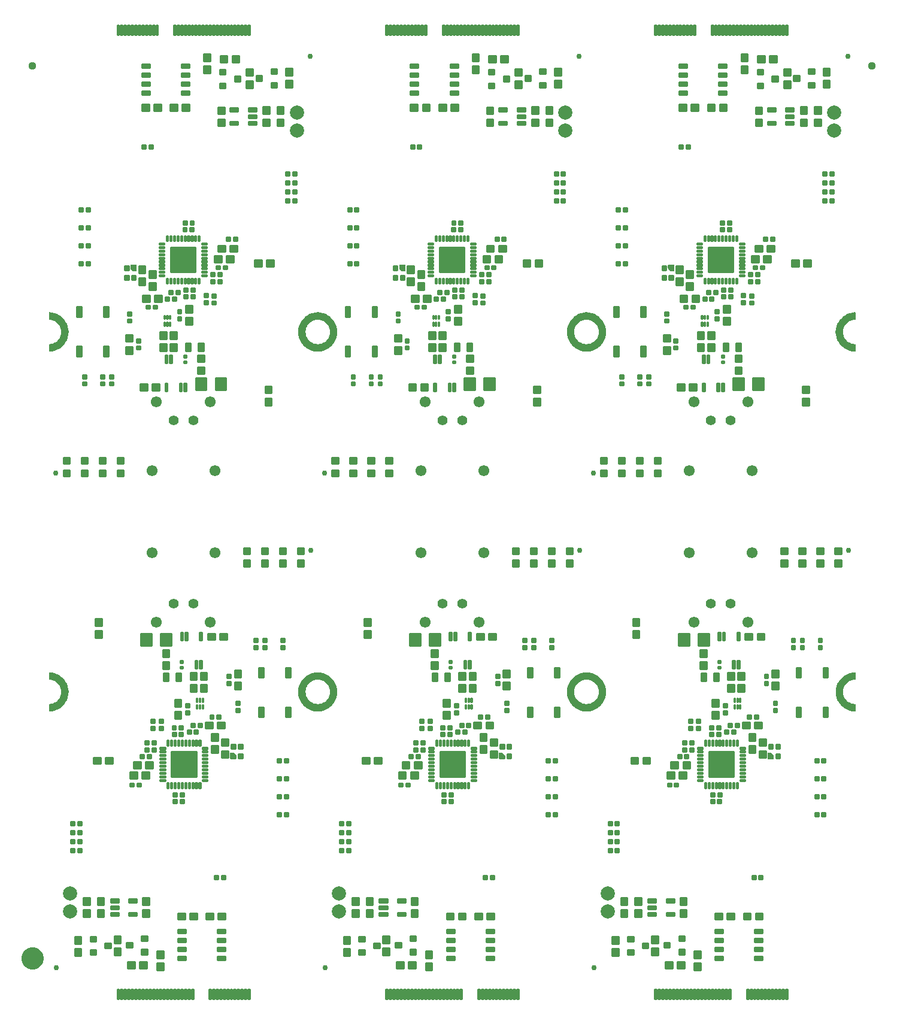
<source format=gts>
G04 EAGLE Gerber RS-274X export*
G75*
%MOMM*%
%FSLAX34Y34*%
%LPD*%
%INSoldermask Top*%
%IPPOS*%
%AMOC8*
5,1,8,0,0,1.08239X$1,22.5*%
G01*
%ADD10C,0.225400*%
%ADD11C,0.762000*%
%ADD12C,2.006600*%
%ADD13C,0.228959*%
%ADD14C,0.736600*%
%ADD15C,0.231750*%
%ADD16C,0.225369*%
%ADD17C,0.264638*%
%ADD18C,0.223409*%
%ADD19C,0.428259*%
%ADD20C,0.230494*%
%ADD21C,0.223619*%
%ADD22C,0.222250*%
%ADD23C,1.552000*%
%ADD24C,1.402000*%
%ADD25C,0.230909*%
%ADD26C,0.226609*%
%ADD27C,0.228900*%
%ADD28C,0.224509*%
%ADD29C,1.127000*%
%ADD30C,1.270000*%
%ADD31C,1.627000*%

G36*
X377475Y921151D02*
X377475Y921151D01*
X377477Y921150D01*
X377479Y921151D01*
X381359Y921429D01*
X381369Y921432D01*
X381395Y921434D01*
X385229Y922268D01*
X385237Y922272D01*
X385263Y922278D01*
X388939Y923649D01*
X388947Y923655D01*
X388971Y923664D01*
X392415Y925544D01*
X392422Y925551D01*
X392445Y925563D01*
X395586Y927915D01*
X395592Y927923D01*
X395613Y927938D01*
X398387Y930713D01*
X398392Y930721D01*
X398411Y930739D01*
X400762Y933880D01*
X400765Y933890D01*
X400781Y933910D01*
X402662Y937354D01*
X402664Y937363D01*
X402676Y937386D01*
X404048Y941063D01*
X404048Y941072D01*
X404058Y941097D01*
X404892Y944931D01*
X404891Y944940D01*
X404897Y944966D01*
X405177Y948880D01*
X405175Y948889D01*
X405177Y948915D01*
X404897Y952829D01*
X404895Y952833D01*
X404896Y952836D01*
X404893Y952842D01*
X404892Y952864D01*
X404058Y956698D01*
X404053Y956707D01*
X404048Y956732D01*
X402676Y960408D01*
X402671Y960416D01*
X402662Y960441D01*
X400781Y963884D01*
X400774Y963891D01*
X400762Y963914D01*
X398411Y967055D01*
X398403Y967061D01*
X398387Y967082D01*
X395613Y969857D01*
X395604Y969861D01*
X395586Y969880D01*
X392445Y972231D01*
X392436Y972235D01*
X392415Y972251D01*
X388971Y974131D01*
X388962Y974133D01*
X388939Y974146D01*
X385263Y975517D01*
X385253Y975518D01*
X385229Y975527D01*
X381395Y976361D01*
X381385Y976360D01*
X381359Y976366D01*
X377446Y976646D01*
X377441Y976645D01*
X377426Y976646D01*
X377397Y976644D01*
X377395Y976644D01*
X377393Y976644D01*
X373513Y976366D01*
X373503Y976363D01*
X373477Y976361D01*
X369643Y975527D01*
X369635Y975522D01*
X369609Y975517D01*
X365933Y974146D01*
X365925Y974140D01*
X365901Y974131D01*
X362457Y972251D01*
X362450Y972244D01*
X362427Y972231D01*
X359286Y969880D01*
X359280Y969872D01*
X359259Y969857D01*
X356485Y967082D01*
X356480Y967074D01*
X356461Y967055D01*
X354110Y963914D01*
X354107Y963905D01*
X354091Y963884D01*
X352210Y960441D01*
X352208Y960431D01*
X352196Y960408D01*
X350824Y956732D01*
X350824Y956723D01*
X350814Y956698D01*
X349980Y952864D01*
X349981Y952854D01*
X349975Y952829D01*
X349695Y948915D01*
X349697Y948906D01*
X349695Y948880D01*
X349975Y944966D01*
X349979Y944957D01*
X349980Y944931D01*
X350814Y941097D01*
X350819Y941088D01*
X350824Y941063D01*
X352196Y937386D01*
X352201Y937379D01*
X352210Y937354D01*
X354091Y933910D01*
X354098Y933904D01*
X354110Y933880D01*
X356461Y930739D01*
X356469Y930734D01*
X356485Y930713D01*
X359259Y927938D01*
X359268Y927933D01*
X359286Y927915D01*
X362427Y925563D01*
X362436Y925560D01*
X362457Y925544D01*
X365901Y923664D01*
X365910Y923662D01*
X365933Y923649D01*
X369609Y922278D01*
X369619Y922277D01*
X369643Y922268D01*
X373477Y921434D01*
X373487Y921434D01*
X373513Y921429D01*
X377426Y921149D01*
X377431Y921150D01*
X377446Y921149D01*
X377475Y921151D01*
G37*
G36*
X757459Y921151D02*
X757459Y921151D01*
X757461Y921150D01*
X757463Y921151D01*
X761343Y921429D01*
X761353Y921432D01*
X761379Y921434D01*
X765213Y922268D01*
X765221Y922272D01*
X765247Y922278D01*
X768923Y923649D01*
X768931Y923655D01*
X768955Y923664D01*
X772399Y925544D01*
X772406Y925551D01*
X772429Y925563D01*
X775570Y927915D01*
X775576Y927923D01*
X775597Y927938D01*
X778371Y930713D01*
X778376Y930721D01*
X778395Y930739D01*
X780746Y933880D01*
X780749Y933890D01*
X780765Y933910D01*
X782646Y937354D01*
X782648Y937363D01*
X782660Y937386D01*
X784032Y941063D01*
X784032Y941072D01*
X784042Y941097D01*
X784876Y944931D01*
X784875Y944940D01*
X784881Y944966D01*
X785161Y948880D01*
X785159Y948889D01*
X785161Y948915D01*
X784881Y952829D01*
X784879Y952833D01*
X784880Y952836D01*
X784877Y952842D01*
X784876Y952864D01*
X784042Y956698D01*
X784037Y956707D01*
X784032Y956732D01*
X782660Y960408D01*
X782655Y960416D01*
X782646Y960441D01*
X780765Y963884D01*
X780758Y963891D01*
X780746Y963914D01*
X778395Y967055D01*
X778387Y967061D01*
X778371Y967082D01*
X775597Y969857D01*
X775588Y969861D01*
X775570Y969880D01*
X772429Y972231D01*
X772420Y972235D01*
X772399Y972251D01*
X768955Y974131D01*
X768946Y974133D01*
X768923Y974146D01*
X765247Y975517D01*
X765237Y975518D01*
X765213Y975527D01*
X761379Y976361D01*
X761369Y976360D01*
X761343Y976366D01*
X757430Y976646D01*
X757425Y976645D01*
X757410Y976646D01*
X757381Y976644D01*
X757379Y976644D01*
X757377Y976644D01*
X753497Y976366D01*
X753487Y976363D01*
X753461Y976361D01*
X749627Y975527D01*
X749619Y975522D01*
X749593Y975517D01*
X745917Y974146D01*
X745909Y974140D01*
X745885Y974131D01*
X742441Y972251D01*
X742434Y972244D01*
X742411Y972231D01*
X739270Y969880D01*
X739264Y969872D01*
X739243Y969857D01*
X736469Y967082D01*
X736464Y967074D01*
X736445Y967055D01*
X734094Y963914D01*
X734091Y963905D01*
X734075Y963884D01*
X732194Y960441D01*
X732192Y960431D01*
X732180Y960408D01*
X730808Y956732D01*
X730808Y956723D01*
X730798Y956698D01*
X729964Y952864D01*
X729965Y952854D01*
X729959Y952829D01*
X729679Y948915D01*
X729681Y948906D01*
X729679Y948880D01*
X729959Y944966D01*
X729963Y944957D01*
X729964Y944931D01*
X730798Y941097D01*
X730803Y941088D01*
X730808Y941063D01*
X732180Y937386D01*
X732185Y937379D01*
X732194Y937354D01*
X734075Y933910D01*
X734082Y933904D01*
X734094Y933880D01*
X736445Y930739D01*
X736453Y930734D01*
X736469Y930713D01*
X739243Y927938D01*
X739252Y927933D01*
X739270Y927915D01*
X742411Y925563D01*
X742420Y925560D01*
X742441Y925544D01*
X745885Y923664D01*
X745894Y923662D01*
X745917Y923649D01*
X749593Y922278D01*
X749603Y922277D01*
X749627Y922268D01*
X753461Y921434D01*
X753471Y921434D01*
X753497Y921429D01*
X757410Y921149D01*
X757415Y921150D01*
X757430Y921149D01*
X757459Y921151D01*
G37*
G36*
X757475Y412253D02*
X757475Y412253D01*
X757477Y412253D01*
X757479Y412254D01*
X761359Y412531D01*
X761369Y412535D01*
X761395Y412536D01*
X765229Y413370D01*
X765237Y413375D01*
X765263Y413380D01*
X768939Y414752D01*
X768947Y414757D01*
X768971Y414766D01*
X772415Y416647D01*
X772422Y416654D01*
X772445Y416666D01*
X775586Y419017D01*
X775592Y419025D01*
X775613Y419041D01*
X778387Y421815D01*
X778392Y421824D01*
X778411Y421842D01*
X780762Y424983D01*
X780765Y424992D01*
X780781Y425013D01*
X782662Y428457D01*
X782664Y428466D01*
X782676Y428489D01*
X784048Y432165D01*
X784048Y432175D01*
X784058Y432199D01*
X784892Y436033D01*
X784891Y436043D01*
X784897Y436069D01*
X785177Y439982D01*
X785175Y439992D01*
X785177Y440018D01*
X784897Y443931D01*
X784895Y443936D01*
X784896Y443939D01*
X784893Y443945D01*
X784892Y443967D01*
X784058Y447801D01*
X784053Y447809D01*
X784048Y447835D01*
X782676Y451511D01*
X782671Y451519D01*
X782662Y451543D01*
X780781Y454987D01*
X780774Y454994D01*
X780762Y455017D01*
X778411Y458158D01*
X778403Y458164D01*
X778387Y458185D01*
X775613Y460959D01*
X775604Y460964D01*
X775586Y460983D01*
X772445Y463334D01*
X772436Y463337D01*
X772415Y463353D01*
X768971Y465234D01*
X768962Y465236D01*
X768939Y465248D01*
X765263Y466620D01*
X765253Y466620D01*
X765229Y466630D01*
X761395Y467464D01*
X761385Y467463D01*
X761359Y467469D01*
X757446Y467749D01*
X757441Y467748D01*
X757426Y467749D01*
X757397Y467747D01*
X757395Y467747D01*
X757393Y467746D01*
X753513Y467469D01*
X753503Y467465D01*
X753477Y467464D01*
X749643Y466630D01*
X749635Y466625D01*
X749609Y466620D01*
X745933Y465248D01*
X745925Y465243D01*
X745901Y465234D01*
X742457Y463353D01*
X742450Y463346D01*
X742427Y463334D01*
X739286Y460983D01*
X739280Y460975D01*
X739259Y460959D01*
X736485Y458185D01*
X736480Y458176D01*
X736461Y458158D01*
X734110Y455017D01*
X734107Y455008D01*
X734091Y454987D01*
X732210Y451543D01*
X732208Y451534D01*
X732196Y451511D01*
X730824Y447835D01*
X730824Y447825D01*
X730814Y447801D01*
X729980Y443967D01*
X729981Y443957D01*
X729975Y443931D01*
X729695Y440018D01*
X729697Y440008D01*
X729695Y439982D01*
X729975Y436069D01*
X729979Y436059D01*
X729980Y436033D01*
X730814Y432199D01*
X730819Y432191D01*
X730824Y432165D01*
X732196Y428489D01*
X732201Y428481D01*
X732210Y428457D01*
X734091Y425013D01*
X734098Y425006D01*
X734110Y424983D01*
X736461Y421842D01*
X736469Y421836D01*
X736485Y421815D01*
X739259Y419041D01*
X739268Y419036D01*
X739286Y419017D01*
X742427Y416666D01*
X742436Y416663D01*
X742457Y416647D01*
X745901Y414766D01*
X745910Y414764D01*
X745933Y414752D01*
X749609Y413380D01*
X749619Y413380D01*
X749643Y413370D01*
X753477Y412536D01*
X753487Y412537D01*
X753513Y412531D01*
X757426Y412251D01*
X757431Y412253D01*
X757446Y412251D01*
X757475Y412253D01*
G37*
G36*
X377491Y412253D02*
X377491Y412253D01*
X377493Y412253D01*
X377495Y412254D01*
X381375Y412531D01*
X381385Y412535D01*
X381411Y412536D01*
X385245Y413370D01*
X385253Y413375D01*
X385279Y413380D01*
X388955Y414752D01*
X388963Y414757D01*
X388987Y414766D01*
X392431Y416647D01*
X392438Y416654D01*
X392461Y416666D01*
X395602Y419017D01*
X395608Y419025D01*
X395629Y419041D01*
X398403Y421815D01*
X398408Y421824D01*
X398427Y421842D01*
X400778Y424983D01*
X400781Y424992D01*
X400797Y425013D01*
X402678Y428457D01*
X402680Y428466D01*
X402692Y428489D01*
X404064Y432165D01*
X404064Y432175D01*
X404074Y432199D01*
X404908Y436033D01*
X404907Y436043D01*
X404913Y436069D01*
X405193Y439982D01*
X405191Y439992D01*
X405193Y440018D01*
X404913Y443931D01*
X404911Y443936D01*
X404912Y443939D01*
X404909Y443945D01*
X404908Y443967D01*
X404074Y447801D01*
X404069Y447809D01*
X404064Y447835D01*
X402692Y451511D01*
X402687Y451519D01*
X402678Y451543D01*
X400797Y454987D01*
X400790Y454994D01*
X400778Y455017D01*
X398427Y458158D01*
X398419Y458164D01*
X398403Y458185D01*
X395629Y460959D01*
X395620Y460964D01*
X395602Y460983D01*
X392461Y463334D01*
X392452Y463337D01*
X392431Y463353D01*
X388987Y465234D01*
X388978Y465236D01*
X388955Y465248D01*
X385279Y466620D01*
X385269Y466620D01*
X385245Y466630D01*
X381411Y467464D01*
X381401Y467463D01*
X381375Y467469D01*
X377462Y467749D01*
X377457Y467748D01*
X377442Y467749D01*
X377413Y467747D01*
X377411Y467747D01*
X377409Y467746D01*
X373529Y467469D01*
X373519Y467465D01*
X373493Y467464D01*
X369659Y466630D01*
X369651Y466625D01*
X369625Y466620D01*
X365949Y465248D01*
X365941Y465243D01*
X365917Y465234D01*
X362473Y463353D01*
X362466Y463346D01*
X362443Y463334D01*
X359302Y460983D01*
X359296Y460975D01*
X359275Y460959D01*
X356501Y458185D01*
X356496Y458176D01*
X356477Y458158D01*
X354126Y455017D01*
X354123Y455008D01*
X354107Y454987D01*
X352226Y451543D01*
X352224Y451534D01*
X352212Y451511D01*
X350840Y447835D01*
X350840Y447825D01*
X350830Y447801D01*
X349996Y443967D01*
X349997Y443957D01*
X349991Y443931D01*
X349711Y440018D01*
X349713Y440008D01*
X349711Y439982D01*
X349991Y436069D01*
X349995Y436059D01*
X349996Y436033D01*
X350830Y432199D01*
X350835Y432191D01*
X350840Y432165D01*
X352212Y428489D01*
X352217Y428481D01*
X352226Y428457D01*
X354107Y425013D01*
X354114Y425006D01*
X354126Y424983D01*
X356477Y421842D01*
X356485Y421836D01*
X356501Y421815D01*
X359275Y419041D01*
X359284Y419036D01*
X359302Y419017D01*
X362443Y416666D01*
X362452Y416663D01*
X362473Y416647D01*
X365917Y414766D01*
X365926Y414764D01*
X365949Y414752D01*
X369625Y413380D01*
X369635Y413380D01*
X369659Y413370D01*
X373493Y412536D01*
X373503Y412537D01*
X373529Y412531D01*
X377442Y412251D01*
X377447Y412253D01*
X377462Y412251D01*
X377491Y412253D01*
G37*
%LPC*%
G36*
X754730Y931860D02*
X754730Y931860D01*
X752097Y932492D01*
X749597Y933528D01*
X747289Y934942D01*
X745230Y936700D01*
X743472Y938758D01*
X742058Y941066D01*
X741022Y943567D01*
X740390Y946199D01*
X740178Y948897D01*
X740390Y951596D01*
X741022Y954228D01*
X742058Y956729D01*
X743472Y959037D01*
X745230Y961095D01*
X747289Y962853D01*
X749597Y964267D01*
X752097Y965303D01*
X754730Y965935D01*
X757420Y966147D01*
X760110Y965935D01*
X762743Y965303D01*
X765243Y964267D01*
X767551Y962853D01*
X769610Y961095D01*
X771368Y959037D01*
X772782Y956729D01*
X773818Y954228D01*
X774450Y951596D01*
X774662Y948897D01*
X774450Y946199D01*
X773818Y943567D01*
X772782Y941066D01*
X771368Y938758D01*
X769610Y936700D01*
X767551Y934942D01*
X765243Y933528D01*
X762743Y932492D01*
X760110Y931860D01*
X757420Y931648D01*
X754730Y931860D01*
G37*
%LPD*%
%LPC*%
G36*
X374746Y931860D02*
X374746Y931860D01*
X372113Y932492D01*
X369613Y933528D01*
X367305Y934942D01*
X365246Y936700D01*
X363488Y938758D01*
X362074Y941066D01*
X361038Y943567D01*
X360406Y946199D01*
X360194Y948897D01*
X360406Y951596D01*
X361038Y954228D01*
X362074Y956729D01*
X363488Y959037D01*
X365246Y961095D01*
X367305Y962853D01*
X369613Y964267D01*
X372113Y965303D01*
X374746Y965935D01*
X377436Y966147D01*
X380126Y965935D01*
X382759Y965303D01*
X385259Y964267D01*
X387567Y962853D01*
X389626Y961095D01*
X391384Y959037D01*
X392798Y956729D01*
X393834Y954228D01*
X394466Y951596D01*
X394678Y948897D01*
X394466Y946199D01*
X393834Y943567D01*
X392798Y941066D01*
X391384Y938758D01*
X389626Y936700D01*
X387567Y934942D01*
X385259Y933528D01*
X382759Y932492D01*
X380126Y931860D01*
X377436Y931648D01*
X374746Y931860D01*
G37*
%LPD*%
%LPC*%
G36*
X754746Y422962D02*
X754746Y422962D01*
X752113Y423594D01*
X749613Y424630D01*
X747305Y426044D01*
X745246Y427802D01*
X743488Y429861D01*
X742074Y432169D01*
X741038Y434669D01*
X740406Y437302D01*
X740194Y440000D01*
X740406Y442698D01*
X741038Y445331D01*
X742074Y447831D01*
X743488Y450139D01*
X745246Y452198D01*
X747305Y453956D01*
X749613Y455370D01*
X752113Y456406D01*
X754746Y457038D01*
X757436Y457249D01*
X760126Y457038D01*
X762759Y456406D01*
X765259Y455370D01*
X767567Y453956D01*
X769626Y452198D01*
X771384Y450139D01*
X772798Y447831D01*
X773834Y445331D01*
X774466Y442698D01*
X774678Y440000D01*
X774466Y437302D01*
X773834Y434669D01*
X772798Y432169D01*
X771384Y429861D01*
X769626Y427802D01*
X767567Y426044D01*
X765259Y424630D01*
X762759Y423594D01*
X760126Y422962D01*
X757436Y422751D01*
X754746Y422962D01*
G37*
%LPD*%
%LPC*%
G36*
X374762Y422962D02*
X374762Y422962D01*
X372129Y423594D01*
X369629Y424630D01*
X367321Y426044D01*
X365262Y427802D01*
X363504Y429861D01*
X362090Y432169D01*
X361054Y434669D01*
X360422Y437302D01*
X360210Y440000D01*
X360422Y442698D01*
X361054Y445331D01*
X362090Y447831D01*
X363504Y450139D01*
X365262Y452198D01*
X367321Y453956D01*
X369629Y455370D01*
X372129Y456406D01*
X374762Y457038D01*
X377452Y457249D01*
X380142Y457038D01*
X382775Y456406D01*
X385275Y455370D01*
X387583Y453956D01*
X389642Y452198D01*
X391400Y450139D01*
X392814Y447831D01*
X393850Y445331D01*
X394482Y442698D01*
X394694Y440000D01*
X394482Y437302D01*
X393850Y434669D01*
X392814Y432169D01*
X391400Y429861D01*
X389642Y427802D01*
X387583Y426044D01*
X385275Y424630D01*
X382775Y423594D01*
X380142Y422962D01*
X377452Y422751D01*
X374762Y422962D01*
G37*
%LPD*%
G36*
X1375Y921429D02*
X1375Y921429D01*
X1385Y921432D01*
X1411Y921434D01*
X5245Y922268D01*
X5253Y922272D01*
X5279Y922278D01*
X8955Y923649D01*
X8963Y923655D01*
X8987Y923664D01*
X12431Y925544D01*
X12438Y925551D01*
X12461Y925563D01*
X15602Y927915D01*
X15608Y927923D01*
X15629Y927938D01*
X18403Y930713D01*
X18408Y930721D01*
X18427Y930739D01*
X20778Y933880D01*
X20781Y933890D01*
X20797Y933910D01*
X22678Y937354D01*
X22680Y937363D01*
X22692Y937386D01*
X24064Y941063D01*
X24064Y941072D01*
X24074Y941097D01*
X24908Y944931D01*
X24907Y944940D01*
X24913Y944966D01*
X25193Y948880D01*
X25191Y948889D01*
X25193Y948915D01*
X24913Y952829D01*
X24911Y952833D01*
X24912Y952836D01*
X24909Y952842D01*
X24908Y952864D01*
X24074Y956698D01*
X24069Y956707D01*
X24064Y956732D01*
X22692Y960408D01*
X22687Y960416D01*
X22678Y960441D01*
X20797Y963884D01*
X20790Y963891D01*
X20778Y963914D01*
X18427Y967055D01*
X18419Y967061D01*
X18403Y967082D01*
X15629Y969857D01*
X15620Y969861D01*
X15602Y969880D01*
X12461Y972231D01*
X12452Y972235D01*
X12431Y972251D01*
X8987Y974131D01*
X8978Y974133D01*
X8955Y974146D01*
X5279Y975517D01*
X5269Y975518D01*
X5245Y975527D01*
X1411Y976361D01*
X1401Y976360D01*
X1375Y976366D01*
X-2538Y976646D01*
X-2564Y976641D01*
X-2589Y976644D01*
X-2631Y976626D01*
X-2675Y976617D01*
X-2693Y976598D01*
X-2717Y976588D01*
X-2742Y976550D01*
X-2774Y976518D01*
X-2780Y976493D01*
X-2794Y976471D01*
X-2805Y976397D01*
X-2805Y966397D01*
X-2803Y966390D01*
X-2805Y966383D01*
X-2784Y966324D01*
X-2766Y966263D01*
X-2761Y966258D01*
X-2758Y966252D01*
X-2708Y966213D01*
X-2661Y966171D01*
X-2654Y966170D01*
X-2648Y966166D01*
X-2576Y966149D01*
X142Y965935D01*
X2775Y965303D01*
X5275Y964267D01*
X7583Y962853D01*
X9642Y961095D01*
X11400Y959037D01*
X12814Y956729D01*
X13850Y954228D01*
X14482Y951596D01*
X14694Y948897D01*
X14482Y946199D01*
X13850Y943567D01*
X12814Y941066D01*
X11400Y938758D01*
X9642Y936700D01*
X7583Y934942D01*
X5275Y933528D01*
X2775Y932492D01*
X142Y931860D01*
X-2576Y931646D01*
X-2582Y931643D01*
X-2589Y931644D01*
X-2647Y931619D01*
X-2706Y931596D01*
X-2711Y931591D01*
X-2717Y931588D01*
X-2752Y931535D01*
X-2790Y931484D01*
X-2790Y931477D01*
X-2794Y931471D01*
X-2805Y931397D01*
X-2805Y921397D01*
X-2798Y921372D01*
X-2800Y921346D01*
X-2779Y921307D01*
X-2766Y921263D01*
X-2746Y921246D01*
X-2734Y921223D01*
X-2695Y921201D01*
X-2661Y921171D01*
X-2635Y921167D01*
X-2612Y921155D01*
X-2538Y921149D01*
X1375Y921429D01*
G37*
G36*
X1391Y412531D02*
X1391Y412531D01*
X1401Y412535D01*
X1427Y412536D01*
X5261Y413370D01*
X5269Y413375D01*
X5295Y413380D01*
X8971Y414752D01*
X8979Y414757D01*
X9003Y414766D01*
X12447Y416647D01*
X12454Y416654D01*
X12477Y416666D01*
X15618Y419017D01*
X15624Y419025D01*
X15645Y419041D01*
X18419Y421815D01*
X18424Y421824D01*
X18443Y421842D01*
X20794Y424983D01*
X20797Y424992D01*
X20813Y425013D01*
X22694Y428457D01*
X22696Y428466D01*
X22708Y428489D01*
X24080Y432165D01*
X24080Y432175D01*
X24090Y432199D01*
X24924Y436033D01*
X24923Y436043D01*
X24929Y436069D01*
X25209Y439982D01*
X25207Y439992D01*
X25209Y440018D01*
X24929Y443931D01*
X24927Y443936D01*
X24928Y443939D01*
X24925Y443945D01*
X24924Y443967D01*
X24090Y447801D01*
X24085Y447809D01*
X24080Y447835D01*
X22708Y451511D01*
X22703Y451519D01*
X22694Y451543D01*
X20813Y454987D01*
X20806Y454994D01*
X20794Y455017D01*
X18443Y458158D01*
X18435Y458164D01*
X18419Y458185D01*
X15645Y460959D01*
X15636Y460964D01*
X15618Y460983D01*
X12477Y463334D01*
X12468Y463337D01*
X12447Y463353D01*
X9003Y465234D01*
X8994Y465236D01*
X8971Y465248D01*
X5295Y466620D01*
X5285Y466620D01*
X5261Y466630D01*
X1427Y467464D01*
X1417Y467463D01*
X1391Y467469D01*
X-2522Y467749D01*
X-2548Y467743D01*
X-2573Y467747D01*
X-2615Y467729D01*
X-2659Y467719D01*
X-2677Y467701D01*
X-2701Y467690D01*
X-2726Y467652D01*
X-2758Y467621D01*
X-2764Y467595D01*
X-2778Y467574D01*
X-2789Y467500D01*
X-2789Y457500D01*
X-2787Y457493D01*
X-2789Y457486D01*
X-2768Y457427D01*
X-2750Y457366D01*
X-2745Y457361D01*
X-2742Y457354D01*
X-2692Y457316D01*
X-2645Y457274D01*
X-2638Y457273D01*
X-2632Y457268D01*
X-2560Y457252D01*
X158Y457038D01*
X2791Y456406D01*
X5291Y455370D01*
X7599Y453956D01*
X9658Y452198D01*
X11416Y450139D01*
X12830Y447831D01*
X13866Y445331D01*
X14498Y442698D01*
X14710Y440000D01*
X14498Y437302D01*
X13866Y434669D01*
X12830Y432169D01*
X11416Y429861D01*
X9658Y427802D01*
X7599Y426044D01*
X5291Y424630D01*
X2791Y423594D01*
X158Y422962D01*
X-2560Y422748D01*
X-2566Y422746D01*
X-2573Y422747D01*
X-2631Y422721D01*
X-2690Y422699D01*
X-2695Y422693D01*
X-2701Y422690D01*
X-2736Y422637D01*
X-2774Y422587D01*
X-2774Y422580D01*
X-2778Y422574D01*
X-2789Y422500D01*
X-2789Y412500D01*
X-2782Y412475D01*
X-2784Y412449D01*
X-2763Y412409D01*
X-2750Y412366D01*
X-2730Y412349D01*
X-2718Y412326D01*
X-2679Y412304D01*
X-2645Y412274D01*
X-2619Y412270D01*
X-2596Y412257D01*
X-2522Y412251D01*
X1391Y412531D01*
G37*
G36*
X1137420Y921154D02*
X1137420Y921154D01*
X1137445Y921150D01*
X1137487Y921169D01*
X1137531Y921178D01*
X1137549Y921197D01*
X1137573Y921207D01*
X1137598Y921245D01*
X1137630Y921277D01*
X1137636Y921302D01*
X1137650Y921324D01*
X1137661Y921397D01*
X1137661Y931397D01*
X1137659Y931404D01*
X1137661Y931411D01*
X1137640Y931471D01*
X1137622Y931532D01*
X1137617Y931536D01*
X1137614Y931543D01*
X1137564Y931582D01*
X1137517Y931624D01*
X1137510Y931625D01*
X1137504Y931629D01*
X1137432Y931646D01*
X1134714Y931860D01*
X1132081Y932492D01*
X1129581Y933528D01*
X1127273Y934942D01*
X1125214Y936700D01*
X1123456Y938758D01*
X1122042Y941066D01*
X1121006Y943567D01*
X1120374Y946199D01*
X1120162Y948897D01*
X1120374Y951596D01*
X1121006Y954228D01*
X1122042Y956729D01*
X1123456Y959037D01*
X1125214Y961095D01*
X1127273Y962853D01*
X1129581Y964267D01*
X1132081Y965303D01*
X1134714Y965935D01*
X1137432Y966149D01*
X1137438Y966152D01*
X1137445Y966150D01*
X1137503Y966176D01*
X1137562Y966199D01*
X1137567Y966204D01*
X1137573Y966207D01*
X1137608Y966260D01*
X1137646Y966311D01*
X1137646Y966318D01*
X1137650Y966324D01*
X1137661Y966397D01*
X1137661Y976397D01*
X1137654Y976422D01*
X1137656Y976448D01*
X1137635Y976488D01*
X1137622Y976532D01*
X1137602Y976549D01*
X1137590Y976572D01*
X1137551Y976594D01*
X1137517Y976624D01*
X1137491Y976627D01*
X1137468Y976640D01*
X1137394Y976646D01*
X1133481Y976366D01*
X1133471Y976363D01*
X1133445Y976361D01*
X1129611Y975527D01*
X1129603Y975522D01*
X1129577Y975517D01*
X1125901Y974146D01*
X1125893Y974140D01*
X1125869Y974131D01*
X1122425Y972251D01*
X1122418Y972244D01*
X1122395Y972231D01*
X1119254Y969880D01*
X1119248Y969872D01*
X1119227Y969857D01*
X1116453Y967082D01*
X1116448Y967074D01*
X1116429Y967055D01*
X1114078Y963914D01*
X1114075Y963905D01*
X1114059Y963884D01*
X1112178Y960441D01*
X1112176Y960431D01*
X1112164Y960408D01*
X1110792Y956732D01*
X1110792Y956723D01*
X1110782Y956698D01*
X1109948Y952864D01*
X1109949Y952854D01*
X1109943Y952829D01*
X1109663Y948915D01*
X1109665Y948906D01*
X1109663Y948880D01*
X1109943Y944966D01*
X1109947Y944957D01*
X1109948Y944931D01*
X1110782Y941097D01*
X1110787Y941088D01*
X1110792Y941063D01*
X1112164Y937386D01*
X1112169Y937379D01*
X1112178Y937354D01*
X1114059Y933910D01*
X1114066Y933904D01*
X1114078Y933880D01*
X1116429Y930739D01*
X1116437Y930734D01*
X1116453Y930713D01*
X1119227Y927938D01*
X1119236Y927933D01*
X1119254Y927915D01*
X1122395Y925563D01*
X1122404Y925560D01*
X1122425Y925544D01*
X1125869Y923664D01*
X1125878Y923662D01*
X1125901Y923649D01*
X1129577Y922278D01*
X1129587Y922277D01*
X1129611Y922268D01*
X1133445Y921434D01*
X1133455Y921434D01*
X1133481Y921429D01*
X1137394Y921149D01*
X1137420Y921154D01*
G37*
G36*
X1137436Y412257D02*
X1137436Y412257D01*
X1137461Y412253D01*
X1137503Y412271D01*
X1137547Y412281D01*
X1137565Y412299D01*
X1137589Y412310D01*
X1137614Y412348D01*
X1137646Y412379D01*
X1137652Y412405D01*
X1137666Y412427D01*
X1137677Y412500D01*
X1137677Y422500D01*
X1137675Y422507D01*
X1137677Y422514D01*
X1137656Y422573D01*
X1137638Y422634D01*
X1137633Y422639D01*
X1137630Y422646D01*
X1137580Y422685D01*
X1137533Y422726D01*
X1137526Y422727D01*
X1137520Y422732D01*
X1137448Y422748D01*
X1134730Y422962D01*
X1132097Y423594D01*
X1129597Y424630D01*
X1127289Y426044D01*
X1125230Y427802D01*
X1123472Y429861D01*
X1122058Y432169D01*
X1121022Y434669D01*
X1120390Y437302D01*
X1120178Y440000D01*
X1120390Y442698D01*
X1121022Y445331D01*
X1122058Y447831D01*
X1123472Y450139D01*
X1125230Y452198D01*
X1127289Y453956D01*
X1129597Y455370D01*
X1132097Y456406D01*
X1134730Y457038D01*
X1137448Y457252D01*
X1137454Y457254D01*
X1137461Y457253D01*
X1137519Y457279D01*
X1137578Y457301D01*
X1137583Y457307D01*
X1137589Y457310D01*
X1137624Y457363D01*
X1137662Y457413D01*
X1137662Y457421D01*
X1137666Y457427D01*
X1137677Y457500D01*
X1137677Y467500D01*
X1137670Y467525D01*
X1137672Y467551D01*
X1137651Y467591D01*
X1137638Y467634D01*
X1137618Y467651D01*
X1137606Y467674D01*
X1137567Y467696D01*
X1137533Y467726D01*
X1137507Y467730D01*
X1137484Y467743D01*
X1137410Y467749D01*
X1133497Y467469D01*
X1133487Y467465D01*
X1133461Y467464D01*
X1129627Y466630D01*
X1129619Y466625D01*
X1129593Y466620D01*
X1125917Y465248D01*
X1125909Y465243D01*
X1125885Y465234D01*
X1122441Y463353D01*
X1122434Y463346D01*
X1122411Y463334D01*
X1119270Y460983D01*
X1119264Y460975D01*
X1119243Y460959D01*
X1116469Y458185D01*
X1116464Y458176D01*
X1116445Y458158D01*
X1114094Y455017D01*
X1114091Y455008D01*
X1114075Y454987D01*
X1112194Y451543D01*
X1112192Y451534D01*
X1112180Y451511D01*
X1110808Y447835D01*
X1110808Y447825D01*
X1110798Y447801D01*
X1109964Y443967D01*
X1109965Y443957D01*
X1109959Y443931D01*
X1109679Y440018D01*
X1109681Y440008D01*
X1109679Y439982D01*
X1109959Y436069D01*
X1109963Y436059D01*
X1109964Y436033D01*
X1110798Y432199D01*
X1110803Y432191D01*
X1110808Y432165D01*
X1112180Y428489D01*
X1112185Y428481D01*
X1112194Y428457D01*
X1114075Y425013D01*
X1114082Y425006D01*
X1114094Y424983D01*
X1116445Y421842D01*
X1116453Y421836D01*
X1116469Y421815D01*
X1119243Y419041D01*
X1119252Y419036D01*
X1119270Y419017D01*
X1122411Y416666D01*
X1122420Y416663D01*
X1122441Y416647D01*
X1125885Y414766D01*
X1125894Y414764D01*
X1125917Y414752D01*
X1129593Y413380D01*
X1129603Y413380D01*
X1129627Y413370D01*
X1133461Y412536D01*
X1133471Y412537D01*
X1133497Y412531D01*
X1137410Y412251D01*
X1137436Y412257D01*
G37*
G36*
X500516Y1034788D02*
X500516Y1034788D01*
X500604Y1034805D01*
X500693Y1034812D01*
X500734Y1034829D01*
X500777Y1034837D01*
X500856Y1034879D01*
X500939Y1034912D01*
X500973Y1034940D01*
X501012Y1034961D01*
X501076Y1035024D01*
X501145Y1035081D01*
X501169Y1035117D01*
X501201Y1035148D01*
X501242Y1035227D01*
X501292Y1035302D01*
X501299Y1035335D01*
X501325Y1035383D01*
X501374Y1035645D01*
X501371Y1035666D01*
X501374Y1035679D01*
X501349Y1043147D01*
X501333Y1043250D01*
X501324Y1043354D01*
X501313Y1043381D01*
X501308Y1043410D01*
X501263Y1043503D01*
X501223Y1043600D01*
X501205Y1043622D01*
X501192Y1043648D01*
X501120Y1043724D01*
X501054Y1043805D01*
X501030Y1043821D01*
X501010Y1043842D01*
X500919Y1043894D01*
X500832Y1043951D01*
X500810Y1043956D01*
X500779Y1043973D01*
X500519Y1044030D01*
X500479Y1044027D01*
X500454Y1044032D01*
X493444Y1043981D01*
X493346Y1043966D01*
X493247Y1043958D01*
X493215Y1043945D01*
X493181Y1043940D01*
X493092Y1043896D01*
X493000Y1043859D01*
X492974Y1043837D01*
X492943Y1043822D01*
X492871Y1043754D01*
X492794Y1043691D01*
X492775Y1043663D01*
X492750Y1043639D01*
X492701Y1043553D01*
X492646Y1043470D01*
X492640Y1043444D01*
X492620Y1043408D01*
X492564Y1043148D01*
X492567Y1043114D01*
X492562Y1043093D01*
X492562Y1039004D01*
X492563Y1038998D01*
X492562Y1038992D01*
X492583Y1038866D01*
X492602Y1038741D01*
X492604Y1038736D01*
X492605Y1038730D01*
X492615Y1038713D01*
X492718Y1038501D01*
X492778Y1038437D01*
X492801Y1038397D01*
X496027Y1034943D01*
X496067Y1034911D01*
X496101Y1034873D01*
X496171Y1034829D01*
X496235Y1034778D01*
X496283Y1034760D01*
X496326Y1034733D01*
X496377Y1034723D01*
X496483Y1034682D01*
X496661Y1034670D01*
X496706Y1034661D01*
X500516Y1034788D01*
G37*
G36*
X120532Y1034788D02*
X120532Y1034788D01*
X120620Y1034805D01*
X120709Y1034812D01*
X120750Y1034829D01*
X120793Y1034837D01*
X120872Y1034879D01*
X120955Y1034912D01*
X120989Y1034940D01*
X121028Y1034961D01*
X121092Y1035024D01*
X121161Y1035081D01*
X121185Y1035117D01*
X121217Y1035148D01*
X121258Y1035227D01*
X121308Y1035302D01*
X121315Y1035335D01*
X121341Y1035383D01*
X121390Y1035645D01*
X121387Y1035666D01*
X121390Y1035679D01*
X121365Y1043147D01*
X121349Y1043250D01*
X121340Y1043354D01*
X121329Y1043381D01*
X121324Y1043410D01*
X121279Y1043503D01*
X121239Y1043600D01*
X121221Y1043622D01*
X121208Y1043648D01*
X121136Y1043724D01*
X121070Y1043805D01*
X121046Y1043821D01*
X121026Y1043842D01*
X120935Y1043894D01*
X120848Y1043951D01*
X120826Y1043956D01*
X120795Y1043973D01*
X120535Y1044030D01*
X120495Y1044027D01*
X120470Y1044032D01*
X113460Y1043981D01*
X113362Y1043966D01*
X113263Y1043958D01*
X113231Y1043945D01*
X113197Y1043940D01*
X113108Y1043896D01*
X113016Y1043859D01*
X112990Y1043837D01*
X112959Y1043822D01*
X112887Y1043754D01*
X112810Y1043691D01*
X112791Y1043663D01*
X112766Y1043639D01*
X112717Y1043553D01*
X112662Y1043470D01*
X112656Y1043444D01*
X112636Y1043408D01*
X112580Y1043148D01*
X112583Y1043114D01*
X112578Y1043093D01*
X112578Y1039004D01*
X112579Y1038998D01*
X112578Y1038992D01*
X112599Y1038866D01*
X112618Y1038741D01*
X112620Y1038736D01*
X112621Y1038730D01*
X112631Y1038713D01*
X112734Y1038501D01*
X112794Y1038437D01*
X112817Y1038397D01*
X116043Y1034943D01*
X116083Y1034911D01*
X116117Y1034873D01*
X116187Y1034829D01*
X116251Y1034778D01*
X116299Y1034760D01*
X116342Y1034733D01*
X116393Y1034723D01*
X116499Y1034682D01*
X116677Y1034670D01*
X116722Y1034661D01*
X120532Y1034788D01*
G37*
G36*
X880500Y1034788D02*
X880500Y1034788D01*
X880588Y1034805D01*
X880677Y1034812D01*
X880718Y1034829D01*
X880761Y1034837D01*
X880840Y1034879D01*
X880923Y1034912D01*
X880957Y1034940D01*
X880996Y1034961D01*
X881060Y1035024D01*
X881129Y1035081D01*
X881153Y1035117D01*
X881185Y1035148D01*
X881226Y1035227D01*
X881276Y1035302D01*
X881283Y1035335D01*
X881309Y1035383D01*
X881358Y1035645D01*
X881355Y1035666D01*
X881358Y1035679D01*
X881333Y1043147D01*
X881317Y1043250D01*
X881308Y1043354D01*
X881297Y1043381D01*
X881292Y1043410D01*
X881247Y1043503D01*
X881207Y1043600D01*
X881189Y1043622D01*
X881176Y1043648D01*
X881104Y1043724D01*
X881038Y1043805D01*
X881014Y1043821D01*
X880994Y1043842D01*
X880903Y1043894D01*
X880816Y1043951D01*
X880794Y1043956D01*
X880763Y1043973D01*
X880503Y1044030D01*
X880463Y1044027D01*
X880438Y1044032D01*
X873428Y1043981D01*
X873330Y1043966D01*
X873231Y1043958D01*
X873199Y1043945D01*
X873165Y1043940D01*
X873076Y1043896D01*
X872984Y1043859D01*
X872958Y1043837D01*
X872927Y1043822D01*
X872855Y1043754D01*
X872778Y1043691D01*
X872759Y1043663D01*
X872734Y1043639D01*
X872685Y1043553D01*
X872630Y1043470D01*
X872624Y1043444D01*
X872604Y1043408D01*
X872548Y1043148D01*
X872551Y1043114D01*
X872546Y1043093D01*
X872546Y1039004D01*
X872547Y1038998D01*
X872546Y1038992D01*
X872567Y1038866D01*
X872586Y1038741D01*
X872588Y1038736D01*
X872589Y1038730D01*
X872599Y1038713D01*
X872702Y1038501D01*
X872762Y1038437D01*
X872785Y1038397D01*
X876011Y1034943D01*
X876051Y1034911D01*
X876085Y1034873D01*
X876155Y1034829D01*
X876219Y1034778D01*
X876267Y1034760D01*
X876310Y1034733D01*
X876361Y1034723D01*
X876467Y1034682D01*
X876645Y1034670D01*
X876690Y1034661D01*
X880500Y1034788D01*
G37*
G36*
X1021412Y344916D02*
X1021412Y344916D01*
X1021510Y344932D01*
X1021609Y344940D01*
X1021641Y344952D01*
X1021675Y344958D01*
X1021764Y345002D01*
X1021856Y345039D01*
X1021882Y345060D01*
X1021913Y345075D01*
X1021985Y345144D01*
X1022062Y345206D01*
X1022081Y345235D01*
X1022106Y345258D01*
X1022155Y345345D01*
X1022210Y345428D01*
X1022216Y345453D01*
X1022236Y345490D01*
X1022292Y345750D01*
X1022289Y345783D01*
X1022294Y345804D01*
X1022294Y349894D01*
X1022293Y349899D01*
X1022294Y349905D01*
X1022273Y350031D01*
X1022254Y350157D01*
X1022252Y350162D01*
X1022251Y350167D01*
X1022241Y350185D01*
X1022138Y350396D01*
X1022078Y350460D01*
X1022055Y350500D01*
X1018829Y353954D01*
X1018789Y353986D01*
X1018756Y354025D01*
X1018685Y354068D01*
X1018621Y354119D01*
X1018573Y354138D01*
X1018530Y354165D01*
X1018479Y354174D01*
X1018373Y354215D01*
X1018195Y354227D01*
X1018150Y354236D01*
X1014340Y354109D01*
X1014252Y354093D01*
X1014163Y354085D01*
X1014122Y354069D01*
X1014079Y354060D01*
X1014000Y354019D01*
X1013917Y353985D01*
X1013883Y353957D01*
X1013844Y353937D01*
X1013780Y353874D01*
X1013711Y353817D01*
X1013687Y353780D01*
X1013655Y353749D01*
X1013614Y353670D01*
X1013564Y353595D01*
X1013557Y353563D01*
X1013531Y353514D01*
X1013482Y353253D01*
X1013485Y353232D01*
X1013482Y353218D01*
X1013507Y345751D01*
X1013523Y345647D01*
X1013532Y345543D01*
X1013543Y345517D01*
X1013548Y345488D01*
X1013593Y345394D01*
X1013633Y345298D01*
X1013651Y345275D01*
X1013664Y345249D01*
X1013736Y345173D01*
X1013802Y345092D01*
X1013826Y345076D01*
X1013846Y345055D01*
X1013937Y345004D01*
X1014024Y344946D01*
X1014046Y344942D01*
X1014077Y344924D01*
X1014337Y344867D01*
X1014377Y344871D01*
X1014402Y344865D01*
X1021412Y344916D01*
G37*
G36*
X641428Y344916D02*
X641428Y344916D01*
X641526Y344932D01*
X641625Y344940D01*
X641657Y344952D01*
X641691Y344958D01*
X641780Y345002D01*
X641872Y345039D01*
X641898Y345060D01*
X641929Y345075D01*
X642001Y345144D01*
X642078Y345206D01*
X642097Y345235D01*
X642122Y345258D01*
X642171Y345345D01*
X642226Y345428D01*
X642232Y345453D01*
X642252Y345490D01*
X642308Y345750D01*
X642305Y345783D01*
X642310Y345804D01*
X642310Y349894D01*
X642309Y349899D01*
X642310Y349905D01*
X642289Y350031D01*
X642270Y350157D01*
X642268Y350162D01*
X642267Y350167D01*
X642257Y350185D01*
X642154Y350396D01*
X642094Y350460D01*
X642071Y350500D01*
X638845Y353954D01*
X638805Y353986D01*
X638772Y354025D01*
X638701Y354068D01*
X638637Y354119D01*
X638589Y354138D01*
X638546Y354165D01*
X638495Y354174D01*
X638389Y354215D01*
X638211Y354227D01*
X638166Y354236D01*
X634356Y354109D01*
X634268Y354093D01*
X634179Y354085D01*
X634138Y354069D01*
X634095Y354060D01*
X634016Y354019D01*
X633933Y353985D01*
X633899Y353957D01*
X633860Y353937D01*
X633796Y353874D01*
X633727Y353817D01*
X633703Y353780D01*
X633671Y353749D01*
X633630Y353670D01*
X633580Y353595D01*
X633573Y353563D01*
X633547Y353514D01*
X633498Y353253D01*
X633501Y353232D01*
X633498Y353218D01*
X633523Y345751D01*
X633539Y345647D01*
X633548Y345543D01*
X633559Y345517D01*
X633564Y345488D01*
X633609Y345394D01*
X633649Y345298D01*
X633667Y345275D01*
X633680Y345249D01*
X633752Y345173D01*
X633818Y345092D01*
X633842Y345076D01*
X633862Y345055D01*
X633953Y345004D01*
X634040Y344946D01*
X634062Y344942D01*
X634093Y344924D01*
X634353Y344867D01*
X634393Y344871D01*
X634418Y344865D01*
X641428Y344916D01*
G37*
G36*
X261444Y344916D02*
X261444Y344916D01*
X261542Y344932D01*
X261641Y344940D01*
X261673Y344952D01*
X261707Y344958D01*
X261796Y345002D01*
X261888Y345039D01*
X261914Y345060D01*
X261945Y345075D01*
X262017Y345144D01*
X262094Y345206D01*
X262113Y345235D01*
X262138Y345258D01*
X262187Y345345D01*
X262242Y345428D01*
X262248Y345453D01*
X262268Y345490D01*
X262324Y345750D01*
X262321Y345783D01*
X262326Y345804D01*
X262326Y349894D01*
X262325Y349899D01*
X262326Y349905D01*
X262305Y350031D01*
X262286Y350157D01*
X262284Y350162D01*
X262283Y350167D01*
X262273Y350185D01*
X262170Y350396D01*
X262110Y350460D01*
X262087Y350500D01*
X258861Y353954D01*
X258821Y353986D01*
X258788Y354025D01*
X258717Y354068D01*
X258653Y354119D01*
X258605Y354138D01*
X258562Y354165D01*
X258511Y354174D01*
X258405Y354215D01*
X258227Y354227D01*
X258182Y354236D01*
X254372Y354109D01*
X254284Y354093D01*
X254195Y354085D01*
X254154Y354069D01*
X254111Y354060D01*
X254032Y354019D01*
X253949Y353985D01*
X253915Y353957D01*
X253876Y353937D01*
X253812Y353874D01*
X253743Y353817D01*
X253719Y353780D01*
X253687Y353749D01*
X253646Y353670D01*
X253596Y353595D01*
X253589Y353563D01*
X253563Y353514D01*
X253514Y353253D01*
X253517Y353232D01*
X253514Y353218D01*
X253539Y345751D01*
X253555Y345647D01*
X253564Y345543D01*
X253575Y345517D01*
X253580Y345488D01*
X253625Y345394D01*
X253665Y345298D01*
X253683Y345275D01*
X253696Y345249D01*
X253768Y345173D01*
X253834Y345092D01*
X253858Y345076D01*
X253878Y345055D01*
X253969Y345004D01*
X254056Y344946D01*
X254078Y344942D01*
X254109Y344924D01*
X254369Y344867D01*
X254409Y344871D01*
X254434Y344865D01*
X261444Y344916D01*
G37*
D10*
X45962Y138792D02*
X45962Y148808D01*
X54978Y148808D01*
X54978Y138792D01*
X45962Y138792D01*
X45962Y140933D02*
X54978Y140933D01*
X54978Y143074D02*
X45962Y143074D01*
X45962Y145215D02*
X54978Y145215D01*
X54978Y147356D02*
X45962Y147356D01*
X45962Y131808D02*
X45962Y121792D01*
X45962Y131808D02*
X54978Y131808D01*
X54978Y121792D01*
X45962Y121792D01*
X45962Y123933D02*
X54978Y123933D01*
X54978Y126074D02*
X45962Y126074D01*
X45962Y128215D02*
X54978Y128215D01*
X54978Y130356D02*
X45962Y130356D01*
D11*
X7960Y50000D03*
X367960Y640000D03*
D12*
X27160Y129500D03*
X27160Y154900D03*
D13*
X278720Y19490D02*
X281200Y19490D01*
X281200Y6010D01*
X278720Y6010D01*
X278720Y19490D01*
X278720Y8185D02*
X281200Y8185D01*
X281200Y10360D02*
X278720Y10360D01*
X278720Y12535D02*
X281200Y12535D01*
X281200Y14710D02*
X278720Y14710D01*
X278720Y16885D02*
X281200Y16885D01*
X281200Y19060D02*
X278720Y19060D01*
X276200Y19490D02*
X273720Y19490D01*
X276200Y19490D02*
X276200Y6010D01*
X273720Y6010D01*
X273720Y19490D01*
X273720Y8185D02*
X276200Y8185D01*
X276200Y10360D02*
X273720Y10360D01*
X273720Y12535D02*
X276200Y12535D01*
X276200Y14710D02*
X273720Y14710D01*
X273720Y16885D02*
X276200Y16885D01*
X276200Y19060D02*
X273720Y19060D01*
X271200Y19490D02*
X268720Y19490D01*
X271200Y19490D02*
X271200Y6010D01*
X268720Y6010D01*
X268720Y19490D01*
X268720Y8185D02*
X271200Y8185D01*
X271200Y10360D02*
X268720Y10360D01*
X268720Y12535D02*
X271200Y12535D01*
X271200Y14710D02*
X268720Y14710D01*
X268720Y16885D02*
X271200Y16885D01*
X271200Y19060D02*
X268720Y19060D01*
X266200Y19490D02*
X263720Y19490D01*
X266200Y19490D02*
X266200Y6010D01*
X263720Y6010D01*
X263720Y19490D01*
X263720Y8185D02*
X266200Y8185D01*
X266200Y10360D02*
X263720Y10360D01*
X263720Y12535D02*
X266200Y12535D01*
X266200Y14710D02*
X263720Y14710D01*
X263720Y16885D02*
X266200Y16885D01*
X266200Y19060D02*
X263720Y19060D01*
X261200Y19490D02*
X258720Y19490D01*
X261200Y19490D02*
X261200Y6010D01*
X258720Y6010D01*
X258720Y19490D01*
X258720Y8185D02*
X261200Y8185D01*
X261200Y10360D02*
X258720Y10360D01*
X258720Y12535D02*
X261200Y12535D01*
X261200Y14710D02*
X258720Y14710D01*
X258720Y16885D02*
X261200Y16885D01*
X261200Y19060D02*
X258720Y19060D01*
X256200Y19490D02*
X253720Y19490D01*
X256200Y19490D02*
X256200Y6010D01*
X253720Y6010D01*
X253720Y19490D01*
X253720Y8185D02*
X256200Y8185D01*
X256200Y10360D02*
X253720Y10360D01*
X253720Y12535D02*
X256200Y12535D01*
X256200Y14710D02*
X253720Y14710D01*
X253720Y16885D02*
X256200Y16885D01*
X256200Y19060D02*
X253720Y19060D01*
X251200Y19490D02*
X248720Y19490D01*
X251200Y19490D02*
X251200Y6010D01*
X248720Y6010D01*
X248720Y19490D01*
X248720Y8185D02*
X251200Y8185D01*
X251200Y10360D02*
X248720Y10360D01*
X248720Y12535D02*
X251200Y12535D01*
X251200Y14710D02*
X248720Y14710D01*
X248720Y16885D02*
X251200Y16885D01*
X251200Y19060D02*
X248720Y19060D01*
X246200Y19490D02*
X243720Y19490D01*
X246200Y19490D02*
X246200Y6010D01*
X243720Y6010D01*
X243720Y19490D01*
X243720Y8185D02*
X246200Y8185D01*
X246200Y10360D02*
X243720Y10360D01*
X243720Y12535D02*
X246200Y12535D01*
X246200Y14710D02*
X243720Y14710D01*
X243720Y16885D02*
X246200Y16885D01*
X246200Y19060D02*
X243720Y19060D01*
X241200Y19490D02*
X238720Y19490D01*
X241200Y19490D02*
X241200Y6010D01*
X238720Y6010D01*
X238720Y19490D01*
X238720Y8185D02*
X241200Y8185D01*
X241200Y10360D02*
X238720Y10360D01*
X238720Y12535D02*
X241200Y12535D01*
X241200Y14710D02*
X238720Y14710D01*
X238720Y16885D02*
X241200Y16885D01*
X241200Y19060D02*
X238720Y19060D01*
X236200Y19490D02*
X233720Y19490D01*
X236200Y19490D02*
X236200Y6010D01*
X233720Y6010D01*
X233720Y19490D01*
X233720Y8185D02*
X236200Y8185D01*
X236200Y10360D02*
X233720Y10360D01*
X233720Y12535D02*
X236200Y12535D01*
X236200Y14710D02*
X233720Y14710D01*
X233720Y16885D02*
X236200Y16885D01*
X236200Y19060D02*
X233720Y19060D01*
X231200Y19490D02*
X228720Y19490D01*
X231200Y19490D02*
X231200Y6010D01*
X228720Y6010D01*
X228720Y19490D01*
X228720Y8185D02*
X231200Y8185D01*
X231200Y10360D02*
X228720Y10360D01*
X228720Y12535D02*
X231200Y12535D01*
X231200Y14710D02*
X228720Y14710D01*
X228720Y16885D02*
X231200Y16885D01*
X231200Y19060D02*
X228720Y19060D01*
X226200Y19490D02*
X223720Y19490D01*
X226200Y19490D02*
X226200Y6010D01*
X223720Y6010D01*
X223720Y19490D01*
X223720Y8185D02*
X226200Y8185D01*
X226200Y10360D02*
X223720Y10360D01*
X223720Y12535D02*
X226200Y12535D01*
X226200Y14710D02*
X223720Y14710D01*
X223720Y16885D02*
X226200Y16885D01*
X226200Y19060D02*
X223720Y19060D01*
X201200Y19490D02*
X198720Y19490D01*
X201200Y19490D02*
X201200Y6010D01*
X198720Y6010D01*
X198720Y19490D01*
X198720Y8185D02*
X201200Y8185D01*
X201200Y10360D02*
X198720Y10360D01*
X198720Y12535D02*
X201200Y12535D01*
X201200Y14710D02*
X198720Y14710D01*
X198720Y16885D02*
X201200Y16885D01*
X201200Y19060D02*
X198720Y19060D01*
X196200Y19490D02*
X193720Y19490D01*
X196200Y19490D02*
X196200Y6010D01*
X193720Y6010D01*
X193720Y19490D01*
X193720Y8185D02*
X196200Y8185D01*
X196200Y10360D02*
X193720Y10360D01*
X193720Y12535D02*
X196200Y12535D01*
X196200Y14710D02*
X193720Y14710D01*
X193720Y16885D02*
X196200Y16885D01*
X196200Y19060D02*
X193720Y19060D01*
X191200Y19490D02*
X188720Y19490D01*
X191200Y19490D02*
X191200Y6010D01*
X188720Y6010D01*
X188720Y19490D01*
X188720Y8185D02*
X191200Y8185D01*
X191200Y10360D02*
X188720Y10360D01*
X188720Y12535D02*
X191200Y12535D01*
X191200Y14710D02*
X188720Y14710D01*
X188720Y16885D02*
X191200Y16885D01*
X191200Y19060D02*
X188720Y19060D01*
X186200Y19490D02*
X183720Y19490D01*
X186200Y19490D02*
X186200Y6010D01*
X183720Y6010D01*
X183720Y19490D01*
X183720Y8185D02*
X186200Y8185D01*
X186200Y10360D02*
X183720Y10360D01*
X183720Y12535D02*
X186200Y12535D01*
X186200Y14710D02*
X183720Y14710D01*
X183720Y16885D02*
X186200Y16885D01*
X186200Y19060D02*
X183720Y19060D01*
X181200Y19490D02*
X178720Y19490D01*
X181200Y19490D02*
X181200Y6010D01*
X178720Y6010D01*
X178720Y19490D01*
X178720Y8185D02*
X181200Y8185D01*
X181200Y10360D02*
X178720Y10360D01*
X178720Y12535D02*
X181200Y12535D01*
X181200Y14710D02*
X178720Y14710D01*
X178720Y16885D02*
X181200Y16885D01*
X181200Y19060D02*
X178720Y19060D01*
X176200Y19490D02*
X173720Y19490D01*
X176200Y19490D02*
X176200Y6010D01*
X173720Y6010D01*
X173720Y19490D01*
X173720Y8185D02*
X176200Y8185D01*
X176200Y10360D02*
X173720Y10360D01*
X173720Y12535D02*
X176200Y12535D01*
X176200Y14710D02*
X173720Y14710D01*
X173720Y16885D02*
X176200Y16885D01*
X176200Y19060D02*
X173720Y19060D01*
X171200Y19490D02*
X168720Y19490D01*
X171200Y19490D02*
X171200Y6010D01*
X168720Y6010D01*
X168720Y19490D01*
X168720Y8185D02*
X171200Y8185D01*
X171200Y10360D02*
X168720Y10360D01*
X168720Y12535D02*
X171200Y12535D01*
X171200Y14710D02*
X168720Y14710D01*
X168720Y16885D02*
X171200Y16885D01*
X171200Y19060D02*
X168720Y19060D01*
X166200Y19490D02*
X163720Y19490D01*
X166200Y19490D02*
X166200Y6010D01*
X163720Y6010D01*
X163720Y19490D01*
X163720Y8185D02*
X166200Y8185D01*
X166200Y10360D02*
X163720Y10360D01*
X163720Y12535D02*
X166200Y12535D01*
X166200Y14710D02*
X163720Y14710D01*
X163720Y16885D02*
X166200Y16885D01*
X166200Y19060D02*
X163720Y19060D01*
X161200Y19490D02*
X158720Y19490D01*
X161200Y19490D02*
X161200Y6010D01*
X158720Y6010D01*
X158720Y19490D01*
X158720Y8185D02*
X161200Y8185D01*
X161200Y10360D02*
X158720Y10360D01*
X158720Y12535D02*
X161200Y12535D01*
X161200Y14710D02*
X158720Y14710D01*
X158720Y16885D02*
X161200Y16885D01*
X161200Y19060D02*
X158720Y19060D01*
X156200Y19490D02*
X153720Y19490D01*
X156200Y19490D02*
X156200Y6010D01*
X153720Y6010D01*
X153720Y19490D01*
X153720Y8185D02*
X156200Y8185D01*
X156200Y10360D02*
X153720Y10360D01*
X153720Y12535D02*
X156200Y12535D01*
X156200Y14710D02*
X153720Y14710D01*
X153720Y16885D02*
X156200Y16885D01*
X156200Y19060D02*
X153720Y19060D01*
X151200Y19490D02*
X148720Y19490D01*
X151200Y19490D02*
X151200Y6010D01*
X148720Y6010D01*
X148720Y19490D01*
X148720Y8185D02*
X151200Y8185D01*
X151200Y10360D02*
X148720Y10360D01*
X148720Y12535D02*
X151200Y12535D01*
X151200Y14710D02*
X148720Y14710D01*
X148720Y16885D02*
X151200Y16885D01*
X151200Y19060D02*
X148720Y19060D01*
X146200Y19490D02*
X143720Y19490D01*
X146200Y19490D02*
X146200Y6010D01*
X143720Y6010D01*
X143720Y19490D01*
X143720Y8185D02*
X146200Y8185D01*
X146200Y10360D02*
X143720Y10360D01*
X143720Y12535D02*
X146200Y12535D01*
X146200Y14710D02*
X143720Y14710D01*
X143720Y16885D02*
X146200Y16885D01*
X146200Y19060D02*
X143720Y19060D01*
X141200Y19490D02*
X138720Y19490D01*
X141200Y19490D02*
X141200Y6010D01*
X138720Y6010D01*
X138720Y19490D01*
X138720Y8185D02*
X141200Y8185D01*
X141200Y10360D02*
X138720Y10360D01*
X138720Y12535D02*
X141200Y12535D01*
X141200Y14710D02*
X138720Y14710D01*
X138720Y16885D02*
X141200Y16885D01*
X141200Y19060D02*
X138720Y19060D01*
X136200Y19490D02*
X133720Y19490D01*
X136200Y19490D02*
X136200Y6010D01*
X133720Y6010D01*
X133720Y19490D01*
X133720Y8185D02*
X136200Y8185D01*
X136200Y10360D02*
X133720Y10360D01*
X133720Y12535D02*
X136200Y12535D01*
X136200Y14710D02*
X133720Y14710D01*
X133720Y16885D02*
X136200Y16885D01*
X136200Y19060D02*
X133720Y19060D01*
X131200Y19490D02*
X128720Y19490D01*
X131200Y19490D02*
X131200Y6010D01*
X128720Y6010D01*
X128720Y19490D01*
X128720Y8185D02*
X131200Y8185D01*
X131200Y10360D02*
X128720Y10360D01*
X128720Y12535D02*
X131200Y12535D01*
X131200Y14710D02*
X128720Y14710D01*
X128720Y16885D02*
X131200Y16885D01*
X131200Y19060D02*
X128720Y19060D01*
X126200Y19490D02*
X123720Y19490D01*
X126200Y19490D02*
X126200Y6010D01*
X123720Y6010D01*
X123720Y19490D01*
X123720Y8185D02*
X126200Y8185D01*
X126200Y10360D02*
X123720Y10360D01*
X123720Y12535D02*
X126200Y12535D01*
X126200Y14710D02*
X123720Y14710D01*
X123720Y16885D02*
X126200Y16885D01*
X126200Y19060D02*
X123720Y19060D01*
X121200Y19490D02*
X118720Y19490D01*
X121200Y19490D02*
X121200Y6010D01*
X118720Y6010D01*
X118720Y19490D01*
X118720Y8185D02*
X121200Y8185D01*
X121200Y10360D02*
X118720Y10360D01*
X118720Y12535D02*
X121200Y12535D01*
X121200Y14710D02*
X118720Y14710D01*
X118720Y16885D02*
X121200Y16885D01*
X121200Y19060D02*
X118720Y19060D01*
X116200Y19490D02*
X113720Y19490D01*
X116200Y19490D02*
X116200Y6010D01*
X113720Y6010D01*
X113720Y19490D01*
X113720Y8185D02*
X116200Y8185D01*
X116200Y10360D02*
X113720Y10360D01*
X113720Y12535D02*
X116200Y12535D01*
X116200Y14710D02*
X113720Y14710D01*
X113720Y16885D02*
X116200Y16885D01*
X116200Y19060D02*
X113720Y19060D01*
X111200Y19490D02*
X108720Y19490D01*
X111200Y19490D02*
X111200Y6010D01*
X108720Y6010D01*
X108720Y19490D01*
X108720Y8185D02*
X111200Y8185D01*
X111200Y10360D02*
X108720Y10360D01*
X108720Y12535D02*
X111200Y12535D01*
X111200Y14710D02*
X108720Y14710D01*
X108720Y16885D02*
X111200Y16885D01*
X111200Y19060D02*
X108720Y19060D01*
X106200Y19490D02*
X103720Y19490D01*
X106200Y19490D02*
X106200Y6010D01*
X103720Y6010D01*
X103720Y19490D01*
X103720Y8185D02*
X106200Y8185D01*
X106200Y10360D02*
X103720Y10360D01*
X103720Y12535D02*
X106200Y12535D01*
X106200Y14710D02*
X103720Y14710D01*
X103720Y16885D02*
X106200Y16885D01*
X106200Y19060D02*
X103720Y19060D01*
X101200Y19490D02*
X98720Y19490D01*
X101200Y19490D02*
X101200Y6010D01*
X98720Y6010D01*
X98720Y19490D01*
X98720Y8185D02*
X101200Y8185D01*
X101200Y10360D02*
X98720Y10360D01*
X98720Y12535D02*
X101200Y12535D01*
X101200Y14710D02*
X98720Y14710D01*
X98720Y16885D02*
X101200Y16885D01*
X101200Y19060D02*
X98720Y19060D01*
X96200Y19490D02*
X93720Y19490D01*
X96200Y19490D02*
X96200Y6010D01*
X93720Y6010D01*
X93720Y19490D01*
X93720Y8185D02*
X96200Y8185D01*
X96200Y10360D02*
X93720Y10360D01*
X93720Y12535D02*
X96200Y12535D01*
X96200Y14710D02*
X93720Y14710D01*
X93720Y16885D02*
X96200Y16885D01*
X96200Y19060D02*
X93720Y19060D01*
D14*
X367460Y461000D03*
X367460Y419000D03*
X354460Y440000D03*
X7460Y419000D03*
X7460Y461000D03*
X20460Y440000D03*
D10*
X108554Y49449D02*
X118570Y49449D01*
X108554Y49449D02*
X108554Y58465D01*
X118570Y58465D01*
X118570Y49449D01*
X118570Y51590D02*
X108554Y51590D01*
X108554Y53731D02*
X118570Y53731D01*
X118570Y55872D02*
X108554Y55872D01*
X108554Y58013D02*
X118570Y58013D01*
X125554Y49449D02*
X135570Y49449D01*
X125554Y49449D02*
X125554Y58465D01*
X135570Y58465D01*
X135570Y49449D01*
X135570Y51590D02*
X125554Y51590D01*
X125554Y53731D02*
X135570Y53731D01*
X135570Y55872D02*
X125554Y55872D01*
X125554Y58013D02*
X135570Y58013D01*
D15*
X55600Y87248D02*
X55600Y94200D01*
X63552Y94200D01*
X63552Y87248D01*
X55600Y87248D01*
X55600Y89450D02*
X63552Y89450D01*
X63552Y91652D02*
X55600Y91652D01*
X55600Y93854D02*
X63552Y93854D01*
X55600Y75200D02*
X55600Y68248D01*
X55600Y75200D02*
X63552Y75200D01*
X63552Y68248D01*
X55600Y68248D01*
X55600Y70450D02*
X63552Y70450D01*
X63552Y72652D02*
X55600Y72652D01*
X55600Y74854D02*
X63552Y74854D01*
X76600Y77748D02*
X76600Y84700D01*
X84552Y84700D01*
X84552Y77748D01*
X76600Y77748D01*
X76600Y79950D02*
X84552Y79950D01*
X84552Y82152D02*
X76600Y82152D01*
X76600Y84354D02*
X84552Y84354D01*
D10*
X33778Y84142D02*
X33778Y94158D01*
X42794Y94158D01*
X42794Y84142D01*
X33778Y84142D01*
X33778Y86283D02*
X42794Y86283D01*
X42794Y88424D02*
X33778Y88424D01*
X33778Y90565D02*
X42794Y90565D01*
X42794Y92706D02*
X33778Y92706D01*
X33778Y77158D02*
X33778Y67142D01*
X33778Y77158D02*
X42794Y77158D01*
X42794Y67142D01*
X33778Y67142D01*
X33778Y69283D02*
X42794Y69283D01*
X42794Y71424D02*
X33778Y71424D01*
X33778Y73565D02*
X42794Y73565D01*
X42794Y75706D02*
X33778Y75706D01*
X65962Y138792D02*
X65962Y148808D01*
X74978Y148808D01*
X74978Y138792D01*
X65962Y138792D01*
X65962Y140933D02*
X74978Y140933D01*
X74978Y143074D02*
X65962Y143074D01*
X65962Y145215D02*
X74978Y145215D01*
X74978Y147356D02*
X65962Y147356D01*
X65962Y131808D02*
X65962Y121792D01*
X65962Y131808D02*
X74978Y131808D01*
X74978Y121792D01*
X65962Y121792D01*
X65962Y123933D02*
X74978Y123933D01*
X74978Y126074D02*
X65962Y126074D01*
X65962Y128215D02*
X74978Y128215D01*
X74978Y130356D02*
X65962Y130356D01*
D16*
X179352Y104258D02*
X179352Y99242D01*
X179352Y104258D02*
X190368Y104258D01*
X190368Y99242D01*
X179352Y99242D01*
X179352Y101383D02*
X190368Y101383D01*
X190368Y103524D02*
X179352Y103524D01*
X179352Y91558D02*
X179352Y86542D01*
X179352Y91558D02*
X190368Y91558D01*
X190368Y86542D01*
X179352Y86542D01*
X179352Y88683D02*
X190368Y88683D01*
X190368Y90824D02*
X179352Y90824D01*
X179352Y78858D02*
X179352Y73842D01*
X179352Y78858D02*
X190368Y78858D01*
X190368Y73842D01*
X179352Y73842D01*
X179352Y75983D02*
X190368Y75983D01*
X190368Y78124D02*
X179352Y78124D01*
X179352Y66158D02*
X179352Y61142D01*
X179352Y66158D02*
X190368Y66158D01*
X190368Y61142D01*
X179352Y61142D01*
X179352Y63283D02*
X190368Y63283D01*
X190368Y65424D02*
X179352Y65424D01*
X235352Y66158D02*
X235352Y61142D01*
X235352Y66158D02*
X246368Y66158D01*
X246368Y61142D01*
X235352Y61142D01*
X235352Y63283D02*
X246368Y63283D01*
X246368Y65424D02*
X235352Y65424D01*
X235352Y73842D02*
X235352Y78858D01*
X246368Y78858D01*
X246368Y73842D01*
X235352Y73842D01*
X235352Y75983D02*
X246368Y75983D01*
X246368Y78124D02*
X235352Y78124D01*
X235352Y86542D02*
X235352Y91558D01*
X246368Y91558D01*
X246368Y86542D01*
X235352Y86542D01*
X235352Y88683D02*
X246368Y88683D01*
X246368Y90824D02*
X235352Y90824D01*
X235352Y99242D02*
X235352Y104258D01*
X246368Y104258D01*
X246368Y99242D01*
X235352Y99242D01*
X235352Y101383D02*
X246368Y101383D01*
X246368Y103524D02*
X235352Y103524D01*
D10*
X206368Y127208D02*
X196352Y127208D01*
X206368Y127208D02*
X206368Y118192D01*
X196352Y118192D01*
X196352Y127208D01*
X196352Y120333D02*
X206368Y120333D01*
X206368Y122474D02*
X196352Y122474D01*
X196352Y124615D02*
X206368Y124615D01*
X206368Y126756D02*
X196352Y126756D01*
X189368Y127208D02*
X179352Y127208D01*
X189368Y127208D02*
X189368Y118192D01*
X179352Y118192D01*
X179352Y127208D01*
X179352Y120333D02*
X189368Y120333D01*
X189368Y122474D02*
X179352Y122474D01*
X179352Y124615D02*
X189368Y124615D01*
X189368Y126756D02*
X179352Y126756D01*
D17*
X255048Y360008D02*
X255048Y366132D01*
X260672Y366132D01*
X260672Y360008D01*
X255048Y360008D01*
X255048Y362522D02*
X260672Y362522D01*
X260672Y365036D02*
X255048Y365036D01*
X265048Y366132D02*
X265048Y360008D01*
X265048Y366132D02*
X270672Y366132D01*
X270672Y360008D01*
X265048Y360008D01*
X265048Y362522D02*
X270672Y362522D01*
X270672Y365036D02*
X265048Y365036D01*
X270672Y352632D02*
X270672Y346508D01*
X265048Y346508D01*
X265048Y352632D01*
X270672Y352632D01*
X270672Y349022D02*
X265048Y349022D01*
X265048Y351536D02*
X270672Y351536D01*
D10*
X250722Y346778D02*
X250722Y356794D01*
X250722Y346778D02*
X241706Y346778D01*
X241706Y356794D01*
X250722Y356794D01*
X250722Y348919D02*
X241706Y348919D01*
X241706Y351060D02*
X250722Y351060D01*
X250722Y353201D02*
X241706Y353201D01*
X241706Y355342D02*
X250722Y355342D01*
X250722Y363778D02*
X250722Y373794D01*
X250722Y363778D02*
X241706Y363778D01*
X241706Y373794D01*
X250722Y373794D01*
X250722Y365919D02*
X241706Y365919D01*
X241706Y368060D02*
X250722Y368060D01*
X250722Y370201D02*
X241706Y370201D01*
X241706Y372342D02*
X250722Y372342D01*
X236035Y363677D02*
X236035Y353661D01*
X227019Y353661D01*
X227019Y363677D01*
X236035Y363677D01*
X236035Y355802D02*
X227019Y355802D01*
X227019Y357943D02*
X236035Y357943D01*
X236035Y360084D02*
X227019Y360084D01*
X227019Y362225D02*
X236035Y362225D01*
X236035Y370661D02*
X236035Y380677D01*
X236035Y370661D02*
X227019Y370661D01*
X227019Y380677D01*
X236035Y380677D01*
X236035Y372802D02*
X227019Y372802D01*
X227019Y374943D02*
X236035Y374943D01*
X236035Y377084D02*
X227019Y377084D01*
X227019Y379225D02*
X236035Y379225D01*
D18*
X84491Y147068D02*
X84491Y142532D01*
X84491Y147068D02*
X95527Y147068D01*
X95527Y142532D01*
X84491Y142532D01*
X84491Y144654D02*
X95527Y144654D01*
X95527Y146776D02*
X84491Y146776D01*
X84491Y137568D02*
X84491Y133032D01*
X84491Y137568D02*
X95527Y137568D01*
X95527Y133032D01*
X84491Y133032D01*
X84491Y135154D02*
X95527Y135154D01*
X95527Y137276D02*
X84491Y137276D01*
X84491Y128068D02*
X84491Y123532D01*
X84491Y128068D02*
X95527Y128068D01*
X95527Y123532D01*
X84491Y123532D01*
X84491Y125654D02*
X95527Y125654D01*
X95527Y127776D02*
X84491Y127776D01*
X110493Y128068D02*
X110493Y123532D01*
X110493Y128068D02*
X121529Y128068D01*
X121529Y123532D01*
X110493Y123532D01*
X110493Y125654D02*
X121529Y125654D01*
X121529Y127776D02*
X110493Y127776D01*
X110493Y142532D02*
X110493Y147068D01*
X121529Y147068D01*
X121529Y142532D01*
X110493Y142532D01*
X110493Y144654D02*
X121529Y144654D01*
X121529Y146776D02*
X110493Y146776D01*
D10*
X129632Y148908D02*
X129632Y138892D01*
X129632Y148908D02*
X138648Y148908D01*
X138648Y138892D01*
X129632Y138892D01*
X129632Y141033D02*
X138648Y141033D01*
X138648Y143174D02*
X129632Y143174D01*
X129632Y145315D02*
X138648Y145315D01*
X138648Y147456D02*
X129632Y147456D01*
X129632Y131908D02*
X129632Y121892D01*
X129632Y131908D02*
X138648Y131908D01*
X138648Y121892D01*
X129632Y121892D01*
X129632Y124033D02*
X138648Y124033D01*
X138648Y126174D02*
X129632Y126174D01*
X129632Y128315D02*
X138648Y128315D01*
X138648Y130456D02*
X129632Y130456D01*
X219352Y118192D02*
X229368Y118192D01*
X219352Y118192D02*
X219352Y127208D01*
X229368Y127208D01*
X229368Y118192D01*
X229368Y120333D02*
X219352Y120333D01*
X219352Y122474D02*
X229368Y122474D01*
X229368Y124615D02*
X219352Y124615D01*
X219352Y126756D02*
X229368Y126756D01*
X236352Y118192D02*
X246368Y118192D01*
X236352Y118192D02*
X236352Y127208D01*
X246368Y127208D01*
X246368Y118192D01*
X246368Y120333D02*
X236352Y120333D01*
X236352Y122474D02*
X246368Y122474D01*
X246368Y124615D02*
X236352Y124615D01*
X236352Y126756D02*
X246368Y126756D01*
D15*
X136089Y75947D02*
X136089Y68995D01*
X128137Y68995D01*
X128137Y75947D01*
X136089Y75947D01*
X136089Y71197D02*
X128137Y71197D01*
X128137Y73399D02*
X136089Y73399D01*
X136089Y75601D02*
X128137Y75601D01*
X136089Y87995D02*
X136089Y94947D01*
X136089Y87995D02*
X128137Y87995D01*
X128137Y94947D01*
X136089Y94947D01*
X136089Y90197D02*
X128137Y90197D01*
X128137Y92399D02*
X136089Y92399D01*
X136089Y94601D02*
X128137Y94601D01*
X115089Y85447D02*
X115089Y78495D01*
X107137Y78495D01*
X107137Y85447D01*
X115089Y85447D01*
X115089Y80697D02*
X107137Y80697D01*
X107137Y82899D02*
X115089Y82899D01*
X115089Y85101D02*
X107137Y85101D01*
D16*
X330152Y269208D02*
X335168Y269208D01*
X335168Y264192D01*
X330152Y264192D01*
X330152Y269208D01*
X330152Y266333D02*
X335168Y266333D01*
X335168Y268474D02*
X330152Y268474D01*
X325168Y269208D02*
X320152Y269208D01*
X325168Y269208D02*
X325168Y264192D01*
X320152Y264192D01*
X320152Y269208D01*
X320152Y266333D02*
X325168Y266333D01*
X325168Y268474D02*
X320152Y268474D01*
D19*
X349566Y636040D02*
X356554Y636040D01*
X349566Y636040D02*
X349566Y643028D01*
X356554Y643028D01*
X356554Y636040D01*
X356554Y640109D02*
X349566Y640109D01*
X349566Y618500D02*
X356554Y618500D01*
X349566Y618500D02*
X349566Y625488D01*
X356554Y625488D01*
X356554Y618500D01*
X356554Y622569D02*
X349566Y622569D01*
D20*
X221443Y316226D02*
X214477Y316226D01*
X221443Y316226D02*
X221443Y314414D01*
X214477Y314414D01*
X214477Y316226D01*
X214477Y321226D02*
X221443Y321226D01*
X221443Y319414D01*
X214477Y319414D01*
X214477Y321226D01*
X214477Y326226D02*
X221443Y326226D01*
X221443Y324414D01*
X214477Y324414D01*
X214477Y326226D01*
X214477Y331226D02*
X221443Y331226D01*
X221443Y329414D01*
X214477Y329414D01*
X214477Y331226D01*
X214477Y336226D02*
X221443Y336226D01*
X221443Y334414D01*
X214477Y334414D01*
X214477Y336226D01*
X214477Y341226D02*
X221443Y341226D01*
X221443Y339414D01*
X214477Y339414D01*
X214477Y341226D01*
X214477Y346226D02*
X221443Y346226D01*
X221443Y344414D01*
X214477Y344414D01*
X214477Y346226D01*
X214477Y351226D02*
X221443Y351226D01*
X221443Y349414D01*
X214477Y349414D01*
X214477Y351226D01*
X214477Y356226D02*
X221443Y356226D01*
X221443Y354414D01*
X214477Y354414D01*
X214477Y356226D01*
X214477Y361226D02*
X221443Y361226D01*
X221443Y359414D01*
X214477Y359414D01*
X214477Y361226D01*
X209554Y364337D02*
X209554Y371303D01*
X211366Y371303D01*
X211366Y364337D01*
X209554Y364337D01*
X209554Y366527D02*
X211366Y366527D01*
X211366Y368717D02*
X209554Y368717D01*
X209554Y370907D02*
X211366Y370907D01*
X204554Y371303D02*
X204554Y364337D01*
X204554Y371303D02*
X206366Y371303D01*
X206366Y364337D01*
X204554Y364337D01*
X204554Y366527D02*
X206366Y366527D01*
X206366Y368717D02*
X204554Y368717D01*
X204554Y370907D02*
X206366Y370907D01*
X199554Y371303D02*
X199554Y364337D01*
X199554Y371303D02*
X201366Y371303D01*
X201366Y364337D01*
X199554Y364337D01*
X199554Y366527D02*
X201366Y366527D01*
X201366Y368717D02*
X199554Y368717D01*
X199554Y370907D02*
X201366Y370907D01*
X194554Y371303D02*
X194554Y364337D01*
X194554Y371303D02*
X196366Y371303D01*
X196366Y364337D01*
X194554Y364337D01*
X194554Y366527D02*
X196366Y366527D01*
X196366Y368717D02*
X194554Y368717D01*
X194554Y370907D02*
X196366Y370907D01*
X189554Y371303D02*
X189554Y364337D01*
X189554Y371303D02*
X191366Y371303D01*
X191366Y364337D01*
X189554Y364337D01*
X189554Y366527D02*
X191366Y366527D01*
X191366Y368717D02*
X189554Y368717D01*
X189554Y370907D02*
X191366Y370907D01*
X184554Y371303D02*
X184554Y364337D01*
X184554Y371303D02*
X186366Y371303D01*
X186366Y364337D01*
X184554Y364337D01*
X184554Y366527D02*
X186366Y366527D01*
X186366Y368717D02*
X184554Y368717D01*
X184554Y370907D02*
X186366Y370907D01*
X179554Y371303D02*
X179554Y364337D01*
X179554Y371303D02*
X181366Y371303D01*
X181366Y364337D01*
X179554Y364337D01*
X179554Y366527D02*
X181366Y366527D01*
X181366Y368717D02*
X179554Y368717D01*
X179554Y370907D02*
X181366Y370907D01*
X174554Y371303D02*
X174554Y364337D01*
X174554Y371303D02*
X176366Y371303D01*
X176366Y364337D01*
X174554Y364337D01*
X174554Y366527D02*
X176366Y366527D01*
X176366Y368717D02*
X174554Y368717D01*
X174554Y370907D02*
X176366Y370907D01*
X169554Y371303D02*
X169554Y364337D01*
X169554Y371303D02*
X171366Y371303D01*
X171366Y364337D01*
X169554Y364337D01*
X169554Y366527D02*
X171366Y366527D01*
X171366Y368717D02*
X169554Y368717D01*
X169554Y370907D02*
X171366Y370907D01*
X164554Y371303D02*
X164554Y364337D01*
X164554Y371303D02*
X166366Y371303D01*
X166366Y364337D01*
X164554Y364337D01*
X164554Y366527D02*
X166366Y366527D01*
X166366Y368717D02*
X164554Y368717D01*
X164554Y370907D02*
X166366Y370907D01*
X161443Y359414D02*
X154477Y359414D01*
X154477Y361226D01*
X161443Y361226D01*
X161443Y359414D01*
X161443Y354414D02*
X154477Y354414D01*
X154477Y356226D01*
X161443Y356226D01*
X161443Y354414D01*
X161443Y349414D02*
X154477Y349414D01*
X154477Y351226D01*
X161443Y351226D01*
X161443Y349414D01*
X161443Y344414D02*
X154477Y344414D01*
X154477Y346226D01*
X161443Y346226D01*
X161443Y344414D01*
X161443Y339414D02*
X154477Y339414D01*
X154477Y341226D01*
X161443Y341226D01*
X161443Y339414D01*
X161443Y334414D02*
X154477Y334414D01*
X154477Y336226D01*
X161443Y336226D01*
X161443Y334414D01*
X161443Y329414D02*
X154477Y329414D01*
X154477Y331226D01*
X161443Y331226D01*
X161443Y329414D01*
X161443Y324414D02*
X154477Y324414D01*
X154477Y326226D01*
X161443Y326226D01*
X161443Y324414D01*
X161443Y319414D02*
X154477Y319414D01*
X154477Y321226D01*
X161443Y321226D01*
X161443Y319414D01*
X161443Y314414D02*
X154477Y314414D01*
X154477Y316226D01*
X161443Y316226D01*
X161443Y314414D01*
X166366Y311303D02*
X166366Y304337D01*
X164554Y304337D01*
X164554Y311303D01*
X166366Y311303D01*
X166366Y306527D02*
X164554Y306527D01*
X164554Y308717D02*
X166366Y308717D01*
X166366Y310907D02*
X164554Y310907D01*
X171366Y311303D02*
X171366Y304337D01*
X169554Y304337D01*
X169554Y311303D01*
X171366Y311303D01*
X171366Y306527D02*
X169554Y306527D01*
X169554Y308717D02*
X171366Y308717D01*
X171366Y310907D02*
X169554Y310907D01*
X176366Y311303D02*
X176366Y304337D01*
X174554Y304337D01*
X174554Y311303D01*
X176366Y311303D01*
X176366Y306527D02*
X174554Y306527D01*
X174554Y308717D02*
X176366Y308717D01*
X176366Y310907D02*
X174554Y310907D01*
X181366Y311303D02*
X181366Y304337D01*
X179554Y304337D01*
X179554Y311303D01*
X181366Y311303D01*
X181366Y306527D02*
X179554Y306527D01*
X179554Y308717D02*
X181366Y308717D01*
X181366Y310907D02*
X179554Y310907D01*
X186366Y311303D02*
X186366Y304337D01*
X184554Y304337D01*
X184554Y311303D01*
X186366Y311303D01*
X186366Y306527D02*
X184554Y306527D01*
X184554Y308717D02*
X186366Y308717D01*
X186366Y310907D02*
X184554Y310907D01*
X191366Y311303D02*
X191366Y304337D01*
X189554Y304337D01*
X189554Y311303D01*
X191366Y311303D01*
X191366Y306527D02*
X189554Y306527D01*
X189554Y308717D02*
X191366Y308717D01*
X191366Y310907D02*
X189554Y310907D01*
X196366Y311303D02*
X196366Y304337D01*
X194554Y304337D01*
X194554Y311303D01*
X196366Y311303D01*
X196366Y306527D02*
X194554Y306527D01*
X194554Y308717D02*
X196366Y308717D01*
X196366Y310907D02*
X194554Y310907D01*
X201366Y311303D02*
X201366Y304337D01*
X199554Y304337D01*
X199554Y311303D01*
X201366Y311303D01*
X201366Y306527D02*
X199554Y306527D01*
X199554Y308717D02*
X201366Y308717D01*
X201366Y310907D02*
X199554Y310907D01*
X206366Y311303D02*
X206366Y304337D01*
X204554Y304337D01*
X204554Y311303D01*
X206366Y311303D01*
X206366Y306527D02*
X204554Y306527D01*
X204554Y308717D02*
X206366Y308717D01*
X206366Y310907D02*
X204554Y310907D01*
X211366Y311303D02*
X211366Y304337D01*
X209554Y304337D01*
X209554Y311303D01*
X211366Y311303D01*
X211366Y306527D02*
X209554Y306527D01*
X209554Y308717D02*
X211366Y308717D01*
X211366Y310907D02*
X209554Y310907D01*
D21*
X205477Y355337D02*
X170443Y355337D01*
X205477Y355337D02*
X205477Y320303D01*
X170443Y320303D01*
X170443Y355337D01*
X170443Y322427D02*
X205477Y322427D01*
X205477Y324551D02*
X170443Y324551D01*
X170443Y326675D02*
X205477Y326675D01*
X205477Y328799D02*
X170443Y328799D01*
X170443Y330923D02*
X205477Y330923D01*
X205477Y333047D02*
X170443Y333047D01*
X170443Y335171D02*
X205477Y335171D01*
X205477Y337295D02*
X170443Y337295D01*
X170443Y339419D02*
X205477Y339419D01*
X205477Y341543D02*
X170443Y341543D01*
X170443Y343667D02*
X205477Y343667D01*
X205477Y345791D02*
X170443Y345791D01*
X170443Y347915D02*
X205477Y347915D01*
X205477Y350039D02*
X170443Y350039D01*
X170443Y352163D02*
X205477Y352163D01*
X205477Y354287D02*
X170443Y354287D01*
D10*
X235292Y397344D02*
X245308Y397344D01*
X245308Y388328D01*
X235292Y388328D01*
X235292Y397344D01*
X235292Y390469D02*
X245308Y390469D01*
X245308Y392610D02*
X235292Y392610D01*
X235292Y394751D02*
X245308Y394751D01*
X245308Y396892D02*
X235292Y396892D01*
X228308Y397344D02*
X218292Y397344D01*
X228308Y397344D02*
X228308Y388328D01*
X218292Y388328D01*
X218292Y397344D01*
X218292Y390469D02*
X228308Y390469D01*
X228308Y392610D02*
X218292Y392610D01*
X218292Y394751D02*
X228308Y394751D01*
X228308Y396892D02*
X218292Y396892D01*
X175019Y419493D02*
X175019Y429509D01*
X184035Y429509D01*
X184035Y419493D01*
X175019Y419493D01*
X175019Y421634D02*
X184035Y421634D01*
X184035Y423775D02*
X175019Y423775D01*
X175019Y425916D02*
X184035Y425916D01*
X184035Y428057D02*
X175019Y428057D01*
X175019Y412509D02*
X175019Y402493D01*
X175019Y412509D02*
X184035Y412509D01*
X184035Y402493D01*
X175019Y402493D01*
X175019Y404634D02*
X184035Y404634D01*
X184035Y406775D02*
X175019Y406775D01*
X175019Y408916D02*
X184035Y408916D01*
X184035Y411057D02*
X175019Y411057D01*
D22*
X331946Y460216D02*
X338614Y460216D01*
X331946Y460216D02*
X331946Y474504D01*
X338614Y474504D01*
X338614Y460216D01*
X338614Y462328D02*
X331946Y462328D01*
X331946Y464440D02*
X338614Y464440D01*
X338614Y466552D02*
X331946Y466552D01*
X331946Y468664D02*
X338614Y468664D01*
X338614Y470776D02*
X331946Y470776D01*
X331946Y472888D02*
X338614Y472888D01*
X338614Y404336D02*
X331946Y404336D01*
X331946Y418624D01*
X338614Y418624D01*
X338614Y404336D01*
X338614Y406448D02*
X331946Y406448D01*
X331946Y408560D02*
X338614Y408560D01*
X338614Y410672D02*
X331946Y410672D01*
X331946Y412784D02*
X338614Y412784D01*
X338614Y414896D02*
X331946Y414896D01*
X331946Y417008D02*
X338614Y417008D01*
X300514Y460216D02*
X293846Y460216D01*
X293846Y474504D01*
X300514Y474504D01*
X300514Y460216D01*
X300514Y462328D02*
X293846Y462328D01*
X293846Y464440D02*
X300514Y464440D01*
X300514Y466552D02*
X293846Y466552D01*
X293846Y468664D02*
X300514Y468664D01*
X300514Y470776D02*
X293846Y470776D01*
X293846Y472888D02*
X300514Y472888D01*
X300514Y404336D02*
X293846Y404336D01*
X293846Y418624D01*
X300514Y418624D01*
X300514Y404336D01*
X300514Y406448D02*
X293846Y406448D01*
X293846Y408560D02*
X300514Y408560D01*
X300514Y410672D02*
X293846Y410672D01*
X293846Y412784D02*
X300514Y412784D01*
X300514Y414896D02*
X293846Y414896D01*
X293846Y417008D02*
X300514Y417008D01*
D16*
X138296Y360986D02*
X138296Y355970D01*
X133280Y355970D01*
X133280Y360986D01*
X138296Y360986D01*
X138296Y358111D02*
X133280Y358111D01*
X133280Y360252D02*
X138296Y360252D01*
X138296Y365970D02*
X138296Y370986D01*
X138296Y365970D02*
X133280Y365970D01*
X133280Y370986D01*
X138296Y370986D01*
X138296Y368111D02*
X133280Y368111D01*
X133280Y370252D02*
X138296Y370252D01*
D10*
X133819Y341210D02*
X143835Y341210D01*
X143835Y332194D01*
X133819Y332194D01*
X133819Y341210D01*
X133819Y334335D02*
X143835Y334335D01*
X143835Y336476D02*
X133819Y336476D01*
X133819Y338617D02*
X143835Y338617D01*
X143835Y340758D02*
X133819Y340758D01*
X126835Y341210D02*
X116819Y341210D01*
X126835Y341210D02*
X126835Y332194D01*
X116819Y332194D01*
X116819Y341210D01*
X116819Y334335D02*
X126835Y334335D01*
X126835Y336476D02*
X116819Y336476D01*
X116819Y338617D02*
X126835Y338617D01*
X126835Y340758D02*
X116819Y340758D01*
D16*
X148456Y355890D02*
X148456Y360906D01*
X148456Y355890D02*
X143440Y355890D01*
X143440Y360906D01*
X148456Y360906D01*
X148456Y358031D02*
X143440Y358031D01*
X143440Y360172D02*
X148456Y360172D01*
X148456Y365890D02*
X148456Y370906D01*
X148456Y365890D02*
X143440Y365890D01*
X143440Y370906D01*
X148456Y370906D01*
X148456Y368031D02*
X143440Y368031D01*
X143440Y370172D02*
X148456Y370172D01*
X181562Y392373D02*
X186578Y392373D01*
X186578Y387357D01*
X181562Y387357D01*
X181562Y392373D01*
X181562Y389498D02*
X186578Y389498D01*
X186578Y391639D02*
X181562Y391639D01*
X176578Y392373D02*
X171562Y392373D01*
X176578Y392373D02*
X176578Y387357D01*
X171562Y387357D01*
X171562Y392373D01*
X171562Y389498D02*
X176578Y389498D01*
X176578Y391639D02*
X171562Y391639D01*
X181664Y382797D02*
X186680Y382797D01*
X186680Y377781D01*
X181664Y377781D01*
X181664Y382797D01*
X181664Y379922D02*
X186680Y379922D01*
X186680Y382063D02*
X181664Y382063D01*
X176680Y382797D02*
X171664Y382797D01*
X176680Y382797D02*
X176680Y377781D01*
X171664Y377781D01*
X171664Y382797D01*
X171664Y379922D02*
X176680Y379922D01*
X176680Y382063D02*
X171664Y382063D01*
X141264Y351250D02*
X136248Y351250D01*
X141264Y351250D02*
X141264Y346234D01*
X136248Y346234D01*
X136248Y351250D01*
X136248Y348375D02*
X141264Y348375D01*
X141264Y350516D02*
X136248Y350516D01*
X131264Y351250D02*
X126248Y351250D01*
X131264Y351250D02*
X131264Y346234D01*
X126248Y346234D01*
X126248Y351250D01*
X126248Y348375D02*
X131264Y348375D01*
X131264Y350516D02*
X126248Y350516D01*
X182883Y287801D02*
X187899Y287801D01*
X187899Y282785D01*
X182883Y282785D01*
X182883Y287801D01*
X182883Y284926D02*
X187899Y284926D01*
X187899Y287067D02*
X182883Y287067D01*
X177899Y287801D02*
X172883Y287801D01*
X177899Y287801D02*
X177899Y282785D01*
X172883Y282785D01*
X172883Y287801D01*
X172883Y284926D02*
X177899Y284926D01*
X177899Y287067D02*
X172883Y287067D01*
X183035Y297377D02*
X188051Y297377D01*
X188051Y292361D01*
X183035Y292361D01*
X183035Y297377D01*
X183035Y294502D02*
X188051Y294502D01*
X188051Y296643D02*
X183035Y296643D01*
X178051Y297377D02*
X173035Y297377D01*
X178051Y297377D02*
X178051Y292361D01*
X173035Y292361D01*
X173035Y297377D01*
X173035Y294502D02*
X178051Y294502D01*
X178051Y296643D02*
X173035Y296643D01*
D10*
X138730Y326555D02*
X128714Y326555D01*
X138730Y326555D02*
X138730Y317539D01*
X128714Y317539D01*
X128714Y326555D01*
X128714Y319680D02*
X138730Y319680D01*
X138730Y321821D02*
X128714Y321821D01*
X128714Y323962D02*
X138730Y323962D01*
X138730Y326103D02*
X128714Y326103D01*
X121730Y326555D02*
X111714Y326555D01*
X121730Y326555D02*
X121730Y317539D01*
X111714Y317539D01*
X111714Y326555D01*
X111714Y319680D02*
X121730Y319680D01*
X121730Y321821D02*
X111714Y321821D01*
X111714Y323962D02*
X121730Y323962D01*
X121730Y326103D02*
X111714Y326103D01*
D16*
X158185Y385963D02*
X158185Y390979D01*
X158185Y385963D02*
X153169Y385963D01*
X153169Y390979D01*
X158185Y390979D01*
X158185Y388104D02*
X153169Y388104D01*
X153169Y390245D02*
X158185Y390245D01*
X158185Y395963D02*
X158185Y400979D01*
X158185Y395963D02*
X153169Y395963D01*
X153169Y400979D01*
X158185Y400979D01*
X158185Y398104D02*
X153169Y398104D01*
X153169Y400245D02*
X158185Y400245D01*
X146755Y391208D02*
X146755Y386192D01*
X141739Y386192D01*
X141739Y391208D01*
X146755Y391208D01*
X146755Y388333D02*
X141739Y388333D01*
X141739Y390474D02*
X146755Y390474D01*
X146755Y396192D02*
X146755Y401208D01*
X146755Y396192D02*
X141739Y396192D01*
X141739Y401208D01*
X146755Y401208D01*
X146755Y398333D02*
X141739Y398333D01*
X141739Y400474D02*
X146755Y400474D01*
D19*
X324166Y636040D02*
X331154Y636040D01*
X324166Y636040D02*
X324166Y643028D01*
X331154Y643028D01*
X331154Y636040D01*
X331154Y640109D02*
X324166Y640109D01*
X324166Y618500D02*
X331154Y618500D01*
X324166Y618500D02*
X324166Y625488D01*
X331154Y625488D01*
X331154Y618500D01*
X331154Y622569D02*
X324166Y622569D01*
D16*
X330168Y505508D02*
X330168Y500492D01*
X325152Y500492D01*
X325152Y505508D01*
X330168Y505508D01*
X330168Y502633D02*
X325152Y502633D01*
X325152Y504774D02*
X330168Y504774D01*
X330168Y510492D02*
X330168Y515508D01*
X330168Y510492D02*
X325152Y510492D01*
X325152Y515508D01*
X330168Y515508D01*
X330168Y512633D02*
X325152Y512633D01*
X325152Y514774D02*
X330168Y514774D01*
X43068Y256508D02*
X38052Y256508D01*
X43068Y256508D02*
X43068Y251492D01*
X38052Y251492D01*
X38052Y256508D01*
X38052Y253633D02*
X43068Y253633D01*
X43068Y255774D02*
X38052Y255774D01*
X33068Y256508D02*
X28052Y256508D01*
X33068Y256508D02*
X33068Y251492D01*
X28052Y251492D01*
X28052Y256508D01*
X28052Y253633D02*
X33068Y253633D01*
X33068Y255774D02*
X28052Y255774D01*
X38052Y243808D02*
X43068Y243808D01*
X43068Y238792D01*
X38052Y238792D01*
X38052Y243808D01*
X38052Y240933D02*
X43068Y240933D01*
X43068Y243074D02*
X38052Y243074D01*
X33068Y243808D02*
X28052Y243808D01*
X33068Y243808D02*
X33068Y238792D01*
X28052Y238792D01*
X28052Y243808D01*
X28052Y240933D02*
X33068Y240933D01*
X33068Y243074D02*
X28052Y243074D01*
X38052Y231108D02*
X43068Y231108D01*
X43068Y226092D01*
X38052Y226092D01*
X38052Y231108D01*
X38052Y228233D02*
X43068Y228233D01*
X43068Y230374D02*
X38052Y230374D01*
X33068Y231108D02*
X28052Y231108D01*
X33068Y231108D02*
X33068Y226092D01*
X28052Y226092D01*
X28052Y231108D01*
X28052Y228233D02*
X33068Y228233D01*
X33068Y230374D02*
X28052Y230374D01*
X38052Y218408D02*
X43068Y218408D01*
X43068Y213392D01*
X38052Y213392D01*
X38052Y218408D01*
X38052Y215533D02*
X43068Y215533D01*
X43068Y217674D02*
X38052Y217674D01*
X33068Y218408D02*
X28052Y218408D01*
X33068Y218408D02*
X33068Y213392D01*
X28052Y213392D01*
X28052Y218408D01*
X28052Y215533D02*
X33068Y215533D01*
X33068Y217674D02*
X28052Y217674D01*
X241252Y180308D02*
X246268Y180308D01*
X246268Y175292D01*
X241252Y175292D01*
X241252Y180308D01*
X241252Y177433D02*
X246268Y177433D01*
X246268Y179574D02*
X241252Y179574D01*
X236268Y180308D02*
X231252Y180308D01*
X236268Y180308D02*
X236268Y175292D01*
X231252Y175292D01*
X231252Y180308D01*
X231252Y177433D02*
X236268Y177433D01*
X236268Y179574D02*
X231252Y179574D01*
X320152Y289592D02*
X325168Y289592D01*
X320152Y289592D02*
X320152Y294608D01*
X325168Y294608D01*
X325168Y289592D01*
X325168Y291733D02*
X320152Y291733D01*
X320152Y293874D02*
X325168Y293874D01*
X330152Y289592D02*
X335168Y289592D01*
X330152Y289592D02*
X330152Y294608D01*
X335168Y294608D01*
X335168Y289592D01*
X335168Y291733D02*
X330152Y291733D01*
X330152Y293874D02*
X335168Y293874D01*
X304768Y500492D02*
X304768Y505508D01*
X304768Y500492D02*
X299752Y500492D01*
X299752Y505508D01*
X304768Y505508D01*
X304768Y502633D02*
X299752Y502633D01*
X299752Y504774D02*
X304768Y504774D01*
X304768Y510492D02*
X304768Y515508D01*
X304768Y510492D02*
X299752Y510492D01*
X299752Y515508D01*
X304768Y515508D01*
X304768Y512633D02*
X299752Y512633D01*
X299752Y514774D02*
X304768Y514774D01*
X320152Y340392D02*
X325168Y340392D01*
X320152Y340392D02*
X320152Y345408D01*
X325168Y345408D01*
X325168Y340392D01*
X325168Y342533D02*
X320152Y342533D01*
X320152Y344674D02*
X325168Y344674D01*
X330152Y340392D02*
X335168Y340392D01*
X330152Y340392D02*
X330152Y345408D01*
X335168Y345408D01*
X335168Y340392D01*
X335168Y342533D02*
X330152Y342533D01*
X330152Y344674D02*
X335168Y344674D01*
D19*
X305754Y636040D02*
X298766Y636040D01*
X298766Y643028D01*
X305754Y643028D01*
X305754Y636040D01*
X305754Y640109D02*
X298766Y640109D01*
X298766Y618500D02*
X305754Y618500D01*
X298766Y618500D02*
X298766Y625488D01*
X305754Y625488D01*
X305754Y618500D01*
X305754Y622569D02*
X298766Y622569D01*
D16*
X292068Y505508D02*
X292068Y500492D01*
X287052Y500492D01*
X287052Y505508D01*
X292068Y505508D01*
X292068Y502633D02*
X287052Y502633D01*
X287052Y504774D02*
X292068Y504774D01*
X292068Y510492D02*
X292068Y515508D01*
X292068Y510492D02*
X287052Y510492D01*
X287052Y515508D01*
X292068Y515508D01*
X292068Y512633D02*
X287052Y512633D01*
X287052Y514774D02*
X292068Y514774D01*
X320152Y314992D02*
X325168Y314992D01*
X320152Y314992D02*
X320152Y320008D01*
X325168Y320008D01*
X325168Y314992D01*
X325168Y317133D02*
X320152Y317133D01*
X320152Y319274D02*
X325168Y319274D01*
X330152Y314992D02*
X335168Y314992D01*
X330152Y314992D02*
X330152Y320008D01*
X335168Y320008D01*
X335168Y314992D01*
X335168Y317133D02*
X330152Y317133D01*
X330152Y319274D02*
X335168Y319274D01*
D19*
X280354Y636040D02*
X273366Y636040D01*
X273366Y643028D01*
X280354Y643028D01*
X280354Y636040D01*
X280354Y640109D02*
X273366Y640109D01*
X273366Y618500D02*
X280354Y618500D01*
X273366Y618500D02*
X273366Y625488D01*
X280354Y625488D01*
X280354Y618500D01*
X280354Y622569D02*
X273366Y622569D01*
D16*
X203096Y390557D02*
X198080Y390557D01*
X198080Y395573D01*
X203096Y395573D01*
X203096Y390557D01*
X203096Y392698D02*
X198080Y392698D01*
X198080Y394839D02*
X203096Y394839D01*
X208080Y390557D02*
X213096Y390557D01*
X208080Y390557D02*
X208080Y395573D01*
X213096Y395573D01*
X213096Y390557D01*
X213096Y392698D02*
X208080Y392698D01*
X208080Y394839D02*
X213096Y394839D01*
X197863Y381362D02*
X192847Y381362D01*
X192847Y386378D01*
X197863Y386378D01*
X197863Y381362D01*
X197863Y383503D02*
X192847Y383503D01*
X192847Y385644D02*
X197863Y385644D01*
X202847Y381362D02*
X207863Y381362D01*
X202847Y381362D02*
X202847Y386378D01*
X207863Y386378D01*
X207863Y381362D01*
X207863Y383503D02*
X202847Y383503D01*
X202847Y385644D02*
X207863Y385644D01*
X234953Y407155D02*
X239969Y407155D01*
X239969Y402139D01*
X234953Y402139D01*
X234953Y407155D01*
X234953Y404280D02*
X239969Y404280D01*
X239969Y406421D02*
X234953Y406421D01*
X229969Y407155D02*
X224953Y407155D01*
X229969Y407155D02*
X229969Y402139D01*
X224953Y402139D01*
X224953Y407155D01*
X224953Y404280D02*
X229969Y404280D01*
X229969Y406421D02*
X224953Y406421D01*
X195700Y408468D02*
X195700Y413484D01*
X195700Y408468D02*
X190684Y408468D01*
X190684Y413484D01*
X195700Y413484D01*
X195700Y410609D02*
X190684Y410609D01*
X190684Y412750D02*
X195700Y412750D01*
X195700Y418468D02*
X195700Y423484D01*
X195700Y418468D02*
X190684Y418468D01*
X190684Y423484D01*
X195700Y423484D01*
X195700Y420609D02*
X190684Y420609D01*
X190684Y422750D02*
X195700Y422750D01*
D10*
X206006Y440060D02*
X206006Y450076D01*
X206006Y440060D02*
X196990Y440060D01*
X196990Y450076D01*
X206006Y450076D01*
X206006Y442201D02*
X196990Y442201D01*
X196990Y444342D02*
X206006Y444342D01*
X206006Y446483D02*
X196990Y446483D01*
X196990Y448624D02*
X206006Y448624D01*
X206006Y457060D02*
X206006Y467076D01*
X206006Y457060D02*
X196990Y457060D01*
X196990Y467076D01*
X206006Y467076D01*
X206006Y459201D02*
X196990Y459201D01*
X196990Y461342D02*
X206006Y461342D01*
X206006Y463483D02*
X196990Y463483D01*
X196990Y465624D02*
X206006Y465624D01*
X220586Y450076D02*
X220586Y440060D01*
X211570Y440060D01*
X211570Y450076D01*
X220586Y450076D01*
X220586Y442201D02*
X211570Y442201D01*
X211570Y444342D02*
X220586Y444342D01*
X220586Y446483D02*
X211570Y446483D01*
X211570Y448624D02*
X220586Y448624D01*
X220586Y457060D02*
X220586Y467076D01*
X220586Y457060D02*
X211570Y457060D01*
X211570Y467076D01*
X220586Y467076D01*
X220586Y459201D02*
X211570Y459201D01*
X211570Y461342D02*
X220586Y461342D01*
X220586Y463483D02*
X211570Y463483D01*
X211570Y465624D02*
X220586Y465624D01*
D23*
X225460Y538800D03*
X149460Y538800D03*
X142960Y636300D03*
X231960Y636300D03*
D24*
X173460Y564800D03*
X201460Y564800D03*
D10*
X62952Y543508D02*
X62952Y533492D01*
X62952Y543508D02*
X71968Y543508D01*
X71968Y533492D01*
X62952Y533492D01*
X62952Y535633D02*
X71968Y535633D01*
X71968Y537774D02*
X62952Y537774D01*
X62952Y539915D02*
X71968Y539915D01*
X71968Y542056D02*
X62952Y542056D01*
X62952Y526508D02*
X62952Y516492D01*
X62952Y526508D02*
X71968Y526508D01*
X71968Y516492D01*
X62952Y516492D01*
X62952Y518633D02*
X71968Y518633D01*
X71968Y520774D02*
X62952Y520774D01*
X62952Y522915D02*
X71968Y522915D01*
X71968Y525056D02*
X62952Y525056D01*
D25*
X206981Y483954D02*
X206981Y472992D01*
X203919Y472992D01*
X203919Y483954D01*
X206981Y483954D01*
X206981Y475186D02*
X203919Y475186D01*
X203919Y477380D02*
X206981Y477380D01*
X206981Y479574D02*
X203919Y479574D01*
X203919Y481768D02*
X206981Y481768D01*
X213481Y483954D02*
X213481Y472992D01*
X210419Y472992D01*
X210419Y483954D01*
X213481Y483954D01*
X213481Y475186D02*
X210419Y475186D01*
X210419Y477380D02*
X213481Y477380D01*
X213481Y479574D02*
X210419Y479574D01*
X210419Y481768D02*
X213481Y481768D01*
X186481Y512792D02*
X186481Y523754D01*
X186481Y512792D02*
X183419Y512792D01*
X183419Y523754D01*
X186481Y523754D01*
X186481Y514986D02*
X183419Y514986D01*
X183419Y517180D02*
X186481Y517180D01*
X186481Y519374D02*
X183419Y519374D01*
X183419Y521568D02*
X186481Y521568D01*
X192981Y523754D02*
X192981Y512792D01*
X189919Y512792D01*
X189919Y523754D01*
X192981Y523754D01*
X192981Y514986D02*
X189919Y514986D01*
X189919Y517180D02*
X192981Y517180D01*
X192981Y519374D02*
X189919Y519374D01*
X189919Y521568D02*
X192981Y521568D01*
X213481Y523754D02*
X213481Y512792D01*
X210419Y512792D01*
X210419Y523754D01*
X213481Y523754D01*
X213481Y514986D02*
X210419Y514986D01*
X210419Y517180D02*
X213481Y517180D01*
X213481Y519374D02*
X210419Y519374D01*
X210419Y521568D02*
X213481Y521568D01*
D26*
X186502Y475975D02*
X186502Y472971D01*
X183398Y472971D01*
X183398Y475975D01*
X186502Y475975D01*
X186502Y475124D02*
X183398Y475124D01*
X186502Y480971D02*
X186502Y483975D01*
X186502Y480971D02*
X183398Y480971D01*
X183398Y483975D01*
X186502Y483975D01*
X186502Y483124D02*
X183398Y483124D01*
D27*
X209999Y426007D02*
X210981Y426007D01*
X209999Y426007D02*
X209999Y430989D01*
X210981Y430989D01*
X210981Y426007D01*
X210981Y428182D02*
X209999Y428182D01*
X209999Y430357D02*
X210981Y430357D01*
X213999Y426007D02*
X214981Y426007D01*
X213999Y426007D02*
X213999Y430989D01*
X214981Y430989D01*
X214981Y426007D01*
X214981Y428182D02*
X213999Y428182D01*
X213999Y430357D02*
X214981Y430357D01*
X206981Y426007D02*
X205999Y426007D01*
X205999Y430989D01*
X206981Y430989D01*
X206981Y426007D01*
X206981Y428182D02*
X205999Y428182D01*
X205999Y430357D02*
X206981Y430357D01*
X209999Y416507D02*
X210981Y416507D01*
X209999Y416507D02*
X209999Y421489D01*
X210981Y421489D01*
X210981Y416507D01*
X210981Y418682D02*
X209999Y418682D01*
X209999Y420857D02*
X210981Y420857D01*
X213999Y416507D02*
X214981Y416507D01*
X213999Y416507D02*
X213999Y421489D01*
X214981Y421489D01*
X214981Y416507D01*
X214981Y418682D02*
X213999Y418682D01*
X213999Y420857D02*
X214981Y420857D01*
X206981Y416507D02*
X205999Y416507D01*
X205999Y421489D01*
X206981Y421489D01*
X206981Y416507D01*
X206981Y418682D02*
X205999Y418682D01*
X205999Y420857D02*
X206981Y420857D01*
D28*
X170281Y522126D02*
X155255Y522126D01*
X170281Y522126D02*
X170281Y505100D01*
X155255Y505100D01*
X155255Y522126D01*
X155255Y507233D02*
X170281Y507233D01*
X170281Y509366D02*
X155255Y509366D01*
X155255Y511499D02*
X170281Y511499D01*
X170281Y513632D02*
X155255Y513632D01*
X155255Y515765D02*
X170281Y515765D01*
X170281Y517898D02*
X155255Y517898D01*
X155255Y520031D02*
X170281Y520031D01*
X142281Y522126D02*
X127255Y522126D01*
X142281Y522126D02*
X142281Y505100D01*
X127255Y505100D01*
X127255Y522126D01*
X127255Y507233D02*
X142281Y507233D01*
X142281Y509366D02*
X127255Y509366D01*
X127255Y511499D02*
X142281Y511499D01*
X142281Y513632D02*
X127255Y513632D01*
X127255Y515765D02*
X142281Y515765D01*
X142281Y517898D02*
X127255Y517898D01*
X127255Y520031D02*
X142281Y520031D01*
D10*
X167195Y482461D02*
X167195Y472445D01*
X158179Y472445D01*
X158179Y482461D01*
X167195Y482461D01*
X167195Y474586D02*
X158179Y474586D01*
X158179Y476727D02*
X167195Y476727D01*
X167195Y478868D02*
X158179Y478868D01*
X158179Y481009D02*
X167195Y481009D01*
X167195Y489445D02*
X167195Y499461D01*
X167195Y489445D02*
X158179Y489445D01*
X158179Y499461D01*
X167195Y499461D01*
X167195Y491586D02*
X158179Y491586D01*
X158179Y493727D02*
X167195Y493727D01*
X167195Y495868D02*
X158179Y495868D01*
X158179Y498009D02*
X167195Y498009D01*
X221848Y513703D02*
X231864Y513703D01*
X221848Y513703D02*
X221848Y522719D01*
X231864Y522719D01*
X231864Y513703D01*
X231864Y515844D02*
X221848Y515844D01*
X221848Y517985D02*
X231864Y517985D01*
X231864Y520126D02*
X221848Y520126D01*
X221848Y522267D02*
X231864Y522267D01*
X238848Y513703D02*
X248864Y513703D01*
X238848Y513703D02*
X238848Y522719D01*
X248864Y522719D01*
X248864Y513703D01*
X248864Y515844D02*
X238848Y515844D01*
X238848Y517985D02*
X248864Y517985D01*
X248864Y520126D02*
X238848Y520126D01*
X238848Y522267D02*
X248864Y522267D01*
D15*
X184155Y466511D02*
X177203Y466511D01*
X184155Y466511D02*
X184155Y455559D01*
X177203Y455559D01*
X177203Y466511D01*
X177203Y457761D02*
X184155Y457761D01*
X184155Y459963D02*
X177203Y459963D01*
X177203Y462165D02*
X184155Y462165D01*
X184155Y464367D02*
X177203Y464367D01*
X166155Y466511D02*
X159203Y466511D01*
X166155Y466511D02*
X166155Y455559D01*
X159203Y455559D01*
X159203Y466511D01*
X159203Y457761D02*
X166155Y457761D01*
X166155Y459963D02*
X159203Y459963D01*
X159203Y462165D02*
X166155Y462165D01*
X166155Y464367D02*
X159203Y464367D01*
D10*
X87168Y347408D02*
X77152Y347408D01*
X87168Y347408D02*
X87168Y338392D01*
X77152Y338392D01*
X77152Y347408D01*
X77152Y340533D02*
X87168Y340533D01*
X87168Y342674D02*
X77152Y342674D01*
X77152Y344815D02*
X87168Y344815D01*
X87168Y346956D02*
X77152Y346956D01*
X70168Y347408D02*
X60152Y347408D01*
X70168Y347408D02*
X70168Y338392D01*
X60152Y338392D01*
X60152Y347408D01*
X60152Y340533D02*
X70168Y340533D01*
X70168Y342674D02*
X60152Y342674D01*
X60152Y344815D02*
X70168Y344815D01*
X70168Y346956D02*
X60152Y346956D01*
D16*
X121872Y311118D02*
X126888Y311118D01*
X126888Y306102D01*
X121872Y306102D01*
X121872Y311118D01*
X121872Y308243D02*
X126888Y308243D01*
X126888Y310384D02*
X121872Y310384D01*
X116888Y311118D02*
X111872Y311118D01*
X116888Y311118D02*
X116888Y306102D01*
X111872Y306102D01*
X111872Y311118D01*
X111872Y308243D02*
X116888Y308243D01*
X116888Y310384D02*
X111872Y310384D01*
D10*
X89472Y94788D02*
X89472Y84772D01*
X89472Y94788D02*
X98488Y94788D01*
X98488Y84772D01*
X89472Y84772D01*
X89472Y86913D02*
X98488Y86913D01*
X98488Y89054D02*
X89472Y89054D01*
X89472Y91195D02*
X98488Y91195D01*
X98488Y93336D02*
X89472Y93336D01*
X89472Y77788D02*
X89472Y67772D01*
X89472Y77788D02*
X98488Y77788D01*
X98488Y67772D01*
X89472Y67772D01*
X89472Y69913D02*
X98488Y69913D01*
X98488Y72054D02*
X89472Y72054D01*
X89472Y74195D02*
X98488Y74195D01*
X98488Y76336D02*
X89472Y76336D01*
X268668Y443692D02*
X268668Y453708D01*
X268668Y443692D02*
X259652Y443692D01*
X259652Y453708D01*
X268668Y453708D01*
X268668Y445833D02*
X259652Y445833D01*
X259652Y447974D02*
X268668Y447974D01*
X268668Y450115D02*
X259652Y450115D01*
X259652Y452256D02*
X268668Y452256D01*
X268668Y460692D02*
X268668Y470708D01*
X268668Y460692D02*
X259652Y460692D01*
X259652Y470708D01*
X268668Y470708D01*
X268668Y462833D02*
X259652Y462833D01*
X259652Y464974D02*
X268668Y464974D01*
X268668Y467115D02*
X259652Y467115D01*
X259652Y469256D02*
X268668Y469256D01*
D16*
X248952Y464708D02*
X248952Y459692D01*
X248952Y464708D02*
X253968Y464708D01*
X253968Y459692D01*
X248952Y459692D01*
X248952Y461833D02*
X253968Y461833D01*
X253968Y463974D02*
X248952Y463974D01*
X248952Y454708D02*
X248952Y449692D01*
X248952Y454708D02*
X253968Y454708D01*
X253968Y449692D01*
X248952Y449692D01*
X248952Y451833D02*
X253968Y451833D01*
X253968Y453974D02*
X248952Y453974D01*
X261652Y426608D02*
X261652Y421592D01*
X261652Y426608D02*
X266668Y426608D01*
X266668Y421592D01*
X261652Y421592D01*
X261652Y423733D02*
X266668Y423733D01*
X266668Y425874D02*
X261652Y425874D01*
X261652Y416608D02*
X261652Y411592D01*
X261652Y416608D02*
X266668Y416608D01*
X266668Y411592D01*
X261652Y411592D01*
X261652Y413733D02*
X266668Y413733D01*
X266668Y415874D02*
X261652Y415874D01*
D10*
X158889Y56909D02*
X158889Y46893D01*
X149873Y46893D01*
X149873Y56909D01*
X158889Y56909D01*
X158889Y49034D02*
X149873Y49034D01*
X149873Y51175D02*
X158889Y51175D01*
X158889Y53316D02*
X149873Y53316D01*
X149873Y55457D02*
X158889Y55457D01*
X158889Y63893D02*
X158889Y73909D01*
X158889Y63893D02*
X149873Y63893D01*
X149873Y73909D01*
X158889Y73909D01*
X158889Y66034D02*
X149873Y66034D01*
X149873Y68175D02*
X158889Y68175D01*
X158889Y70316D02*
X149873Y70316D01*
X149873Y72457D02*
X158889Y72457D01*
X425946Y138792D02*
X425946Y148808D01*
X434962Y148808D01*
X434962Y138792D01*
X425946Y138792D01*
X425946Y140933D02*
X434962Y140933D01*
X434962Y143074D02*
X425946Y143074D01*
X425946Y145215D02*
X434962Y145215D01*
X434962Y147356D02*
X425946Y147356D01*
X425946Y131808D02*
X425946Y121792D01*
X425946Y131808D02*
X434962Y131808D01*
X434962Y121792D01*
X425946Y121792D01*
X425946Y123933D02*
X434962Y123933D01*
X434962Y126074D02*
X425946Y126074D01*
X425946Y128215D02*
X434962Y128215D01*
X434962Y130356D02*
X425946Y130356D01*
D11*
X387944Y50000D03*
X747944Y640000D03*
D12*
X407144Y129500D03*
X407144Y154900D03*
D13*
X658704Y19490D02*
X661184Y19490D01*
X661184Y6010D01*
X658704Y6010D01*
X658704Y19490D01*
X658704Y8185D02*
X661184Y8185D01*
X661184Y10360D02*
X658704Y10360D01*
X658704Y12535D02*
X661184Y12535D01*
X661184Y14710D02*
X658704Y14710D01*
X658704Y16885D02*
X661184Y16885D01*
X661184Y19060D02*
X658704Y19060D01*
X656184Y19490D02*
X653704Y19490D01*
X656184Y19490D02*
X656184Y6010D01*
X653704Y6010D01*
X653704Y19490D01*
X653704Y8185D02*
X656184Y8185D01*
X656184Y10360D02*
X653704Y10360D01*
X653704Y12535D02*
X656184Y12535D01*
X656184Y14710D02*
X653704Y14710D01*
X653704Y16885D02*
X656184Y16885D01*
X656184Y19060D02*
X653704Y19060D01*
X651184Y19490D02*
X648704Y19490D01*
X651184Y19490D02*
X651184Y6010D01*
X648704Y6010D01*
X648704Y19490D01*
X648704Y8185D02*
X651184Y8185D01*
X651184Y10360D02*
X648704Y10360D01*
X648704Y12535D02*
X651184Y12535D01*
X651184Y14710D02*
X648704Y14710D01*
X648704Y16885D02*
X651184Y16885D01*
X651184Y19060D02*
X648704Y19060D01*
X646184Y19490D02*
X643704Y19490D01*
X646184Y19490D02*
X646184Y6010D01*
X643704Y6010D01*
X643704Y19490D01*
X643704Y8185D02*
X646184Y8185D01*
X646184Y10360D02*
X643704Y10360D01*
X643704Y12535D02*
X646184Y12535D01*
X646184Y14710D02*
X643704Y14710D01*
X643704Y16885D02*
X646184Y16885D01*
X646184Y19060D02*
X643704Y19060D01*
X641184Y19490D02*
X638704Y19490D01*
X641184Y19490D02*
X641184Y6010D01*
X638704Y6010D01*
X638704Y19490D01*
X638704Y8185D02*
X641184Y8185D01*
X641184Y10360D02*
X638704Y10360D01*
X638704Y12535D02*
X641184Y12535D01*
X641184Y14710D02*
X638704Y14710D01*
X638704Y16885D02*
X641184Y16885D01*
X641184Y19060D02*
X638704Y19060D01*
X636184Y19490D02*
X633704Y19490D01*
X636184Y19490D02*
X636184Y6010D01*
X633704Y6010D01*
X633704Y19490D01*
X633704Y8185D02*
X636184Y8185D01*
X636184Y10360D02*
X633704Y10360D01*
X633704Y12535D02*
X636184Y12535D01*
X636184Y14710D02*
X633704Y14710D01*
X633704Y16885D02*
X636184Y16885D01*
X636184Y19060D02*
X633704Y19060D01*
X631184Y19490D02*
X628704Y19490D01*
X631184Y19490D02*
X631184Y6010D01*
X628704Y6010D01*
X628704Y19490D01*
X628704Y8185D02*
X631184Y8185D01*
X631184Y10360D02*
X628704Y10360D01*
X628704Y12535D02*
X631184Y12535D01*
X631184Y14710D02*
X628704Y14710D01*
X628704Y16885D02*
X631184Y16885D01*
X631184Y19060D02*
X628704Y19060D01*
X626184Y19490D02*
X623704Y19490D01*
X626184Y19490D02*
X626184Y6010D01*
X623704Y6010D01*
X623704Y19490D01*
X623704Y8185D02*
X626184Y8185D01*
X626184Y10360D02*
X623704Y10360D01*
X623704Y12535D02*
X626184Y12535D01*
X626184Y14710D02*
X623704Y14710D01*
X623704Y16885D02*
X626184Y16885D01*
X626184Y19060D02*
X623704Y19060D01*
X621184Y19490D02*
X618704Y19490D01*
X621184Y19490D02*
X621184Y6010D01*
X618704Y6010D01*
X618704Y19490D01*
X618704Y8185D02*
X621184Y8185D01*
X621184Y10360D02*
X618704Y10360D01*
X618704Y12535D02*
X621184Y12535D01*
X621184Y14710D02*
X618704Y14710D01*
X618704Y16885D02*
X621184Y16885D01*
X621184Y19060D02*
X618704Y19060D01*
X616184Y19490D02*
X613704Y19490D01*
X616184Y19490D02*
X616184Y6010D01*
X613704Y6010D01*
X613704Y19490D01*
X613704Y8185D02*
X616184Y8185D01*
X616184Y10360D02*
X613704Y10360D01*
X613704Y12535D02*
X616184Y12535D01*
X616184Y14710D02*
X613704Y14710D01*
X613704Y16885D02*
X616184Y16885D01*
X616184Y19060D02*
X613704Y19060D01*
X611184Y19490D02*
X608704Y19490D01*
X611184Y19490D02*
X611184Y6010D01*
X608704Y6010D01*
X608704Y19490D01*
X608704Y8185D02*
X611184Y8185D01*
X611184Y10360D02*
X608704Y10360D01*
X608704Y12535D02*
X611184Y12535D01*
X611184Y14710D02*
X608704Y14710D01*
X608704Y16885D02*
X611184Y16885D01*
X611184Y19060D02*
X608704Y19060D01*
X606184Y19490D02*
X603704Y19490D01*
X606184Y19490D02*
X606184Y6010D01*
X603704Y6010D01*
X603704Y19490D01*
X603704Y8185D02*
X606184Y8185D01*
X606184Y10360D02*
X603704Y10360D01*
X603704Y12535D02*
X606184Y12535D01*
X606184Y14710D02*
X603704Y14710D01*
X603704Y16885D02*
X606184Y16885D01*
X606184Y19060D02*
X603704Y19060D01*
X581184Y19490D02*
X578704Y19490D01*
X581184Y19490D02*
X581184Y6010D01*
X578704Y6010D01*
X578704Y19490D01*
X578704Y8185D02*
X581184Y8185D01*
X581184Y10360D02*
X578704Y10360D01*
X578704Y12535D02*
X581184Y12535D01*
X581184Y14710D02*
X578704Y14710D01*
X578704Y16885D02*
X581184Y16885D01*
X581184Y19060D02*
X578704Y19060D01*
X576184Y19490D02*
X573704Y19490D01*
X576184Y19490D02*
X576184Y6010D01*
X573704Y6010D01*
X573704Y19490D01*
X573704Y8185D02*
X576184Y8185D01*
X576184Y10360D02*
X573704Y10360D01*
X573704Y12535D02*
X576184Y12535D01*
X576184Y14710D02*
X573704Y14710D01*
X573704Y16885D02*
X576184Y16885D01*
X576184Y19060D02*
X573704Y19060D01*
X571184Y19490D02*
X568704Y19490D01*
X571184Y19490D02*
X571184Y6010D01*
X568704Y6010D01*
X568704Y19490D01*
X568704Y8185D02*
X571184Y8185D01*
X571184Y10360D02*
X568704Y10360D01*
X568704Y12535D02*
X571184Y12535D01*
X571184Y14710D02*
X568704Y14710D01*
X568704Y16885D02*
X571184Y16885D01*
X571184Y19060D02*
X568704Y19060D01*
X566184Y19490D02*
X563704Y19490D01*
X566184Y19490D02*
X566184Y6010D01*
X563704Y6010D01*
X563704Y19490D01*
X563704Y8185D02*
X566184Y8185D01*
X566184Y10360D02*
X563704Y10360D01*
X563704Y12535D02*
X566184Y12535D01*
X566184Y14710D02*
X563704Y14710D01*
X563704Y16885D02*
X566184Y16885D01*
X566184Y19060D02*
X563704Y19060D01*
X561184Y19490D02*
X558704Y19490D01*
X561184Y19490D02*
X561184Y6010D01*
X558704Y6010D01*
X558704Y19490D01*
X558704Y8185D02*
X561184Y8185D01*
X561184Y10360D02*
X558704Y10360D01*
X558704Y12535D02*
X561184Y12535D01*
X561184Y14710D02*
X558704Y14710D01*
X558704Y16885D02*
X561184Y16885D01*
X561184Y19060D02*
X558704Y19060D01*
X556184Y19490D02*
X553704Y19490D01*
X556184Y19490D02*
X556184Y6010D01*
X553704Y6010D01*
X553704Y19490D01*
X553704Y8185D02*
X556184Y8185D01*
X556184Y10360D02*
X553704Y10360D01*
X553704Y12535D02*
X556184Y12535D01*
X556184Y14710D02*
X553704Y14710D01*
X553704Y16885D02*
X556184Y16885D01*
X556184Y19060D02*
X553704Y19060D01*
X551184Y19490D02*
X548704Y19490D01*
X551184Y19490D02*
X551184Y6010D01*
X548704Y6010D01*
X548704Y19490D01*
X548704Y8185D02*
X551184Y8185D01*
X551184Y10360D02*
X548704Y10360D01*
X548704Y12535D02*
X551184Y12535D01*
X551184Y14710D02*
X548704Y14710D01*
X548704Y16885D02*
X551184Y16885D01*
X551184Y19060D02*
X548704Y19060D01*
X546184Y19490D02*
X543704Y19490D01*
X546184Y19490D02*
X546184Y6010D01*
X543704Y6010D01*
X543704Y19490D01*
X543704Y8185D02*
X546184Y8185D01*
X546184Y10360D02*
X543704Y10360D01*
X543704Y12535D02*
X546184Y12535D01*
X546184Y14710D02*
X543704Y14710D01*
X543704Y16885D02*
X546184Y16885D01*
X546184Y19060D02*
X543704Y19060D01*
X541184Y19490D02*
X538704Y19490D01*
X541184Y19490D02*
X541184Y6010D01*
X538704Y6010D01*
X538704Y19490D01*
X538704Y8185D02*
X541184Y8185D01*
X541184Y10360D02*
X538704Y10360D01*
X538704Y12535D02*
X541184Y12535D01*
X541184Y14710D02*
X538704Y14710D01*
X538704Y16885D02*
X541184Y16885D01*
X541184Y19060D02*
X538704Y19060D01*
X536184Y19490D02*
X533704Y19490D01*
X536184Y19490D02*
X536184Y6010D01*
X533704Y6010D01*
X533704Y19490D01*
X533704Y8185D02*
X536184Y8185D01*
X536184Y10360D02*
X533704Y10360D01*
X533704Y12535D02*
X536184Y12535D01*
X536184Y14710D02*
X533704Y14710D01*
X533704Y16885D02*
X536184Y16885D01*
X536184Y19060D02*
X533704Y19060D01*
X531184Y19490D02*
X528704Y19490D01*
X531184Y19490D02*
X531184Y6010D01*
X528704Y6010D01*
X528704Y19490D01*
X528704Y8185D02*
X531184Y8185D01*
X531184Y10360D02*
X528704Y10360D01*
X528704Y12535D02*
X531184Y12535D01*
X531184Y14710D02*
X528704Y14710D01*
X528704Y16885D02*
X531184Y16885D01*
X531184Y19060D02*
X528704Y19060D01*
X526184Y19490D02*
X523704Y19490D01*
X526184Y19490D02*
X526184Y6010D01*
X523704Y6010D01*
X523704Y19490D01*
X523704Y8185D02*
X526184Y8185D01*
X526184Y10360D02*
X523704Y10360D01*
X523704Y12535D02*
X526184Y12535D01*
X526184Y14710D02*
X523704Y14710D01*
X523704Y16885D02*
X526184Y16885D01*
X526184Y19060D02*
X523704Y19060D01*
X521184Y19490D02*
X518704Y19490D01*
X521184Y19490D02*
X521184Y6010D01*
X518704Y6010D01*
X518704Y19490D01*
X518704Y8185D02*
X521184Y8185D01*
X521184Y10360D02*
X518704Y10360D01*
X518704Y12535D02*
X521184Y12535D01*
X521184Y14710D02*
X518704Y14710D01*
X518704Y16885D02*
X521184Y16885D01*
X521184Y19060D02*
X518704Y19060D01*
X516184Y19490D02*
X513704Y19490D01*
X516184Y19490D02*
X516184Y6010D01*
X513704Y6010D01*
X513704Y19490D01*
X513704Y8185D02*
X516184Y8185D01*
X516184Y10360D02*
X513704Y10360D01*
X513704Y12535D02*
X516184Y12535D01*
X516184Y14710D02*
X513704Y14710D01*
X513704Y16885D02*
X516184Y16885D01*
X516184Y19060D02*
X513704Y19060D01*
X511184Y19490D02*
X508704Y19490D01*
X511184Y19490D02*
X511184Y6010D01*
X508704Y6010D01*
X508704Y19490D01*
X508704Y8185D02*
X511184Y8185D01*
X511184Y10360D02*
X508704Y10360D01*
X508704Y12535D02*
X511184Y12535D01*
X511184Y14710D02*
X508704Y14710D01*
X508704Y16885D02*
X511184Y16885D01*
X511184Y19060D02*
X508704Y19060D01*
X506184Y19490D02*
X503704Y19490D01*
X506184Y19490D02*
X506184Y6010D01*
X503704Y6010D01*
X503704Y19490D01*
X503704Y8185D02*
X506184Y8185D01*
X506184Y10360D02*
X503704Y10360D01*
X503704Y12535D02*
X506184Y12535D01*
X506184Y14710D02*
X503704Y14710D01*
X503704Y16885D02*
X506184Y16885D01*
X506184Y19060D02*
X503704Y19060D01*
X501184Y19490D02*
X498704Y19490D01*
X501184Y19490D02*
X501184Y6010D01*
X498704Y6010D01*
X498704Y19490D01*
X498704Y8185D02*
X501184Y8185D01*
X501184Y10360D02*
X498704Y10360D01*
X498704Y12535D02*
X501184Y12535D01*
X501184Y14710D02*
X498704Y14710D01*
X498704Y16885D02*
X501184Y16885D01*
X501184Y19060D02*
X498704Y19060D01*
X496184Y19490D02*
X493704Y19490D01*
X496184Y19490D02*
X496184Y6010D01*
X493704Y6010D01*
X493704Y19490D01*
X493704Y8185D02*
X496184Y8185D01*
X496184Y10360D02*
X493704Y10360D01*
X493704Y12535D02*
X496184Y12535D01*
X496184Y14710D02*
X493704Y14710D01*
X493704Y16885D02*
X496184Y16885D01*
X496184Y19060D02*
X493704Y19060D01*
X491184Y19490D02*
X488704Y19490D01*
X491184Y19490D02*
X491184Y6010D01*
X488704Y6010D01*
X488704Y19490D01*
X488704Y8185D02*
X491184Y8185D01*
X491184Y10360D02*
X488704Y10360D01*
X488704Y12535D02*
X491184Y12535D01*
X491184Y14710D02*
X488704Y14710D01*
X488704Y16885D02*
X491184Y16885D01*
X491184Y19060D02*
X488704Y19060D01*
X486184Y19490D02*
X483704Y19490D01*
X486184Y19490D02*
X486184Y6010D01*
X483704Y6010D01*
X483704Y19490D01*
X483704Y8185D02*
X486184Y8185D01*
X486184Y10360D02*
X483704Y10360D01*
X483704Y12535D02*
X486184Y12535D01*
X486184Y14710D02*
X483704Y14710D01*
X483704Y16885D02*
X486184Y16885D01*
X486184Y19060D02*
X483704Y19060D01*
X481184Y19490D02*
X478704Y19490D01*
X481184Y19490D02*
X481184Y6010D01*
X478704Y6010D01*
X478704Y19490D01*
X478704Y8185D02*
X481184Y8185D01*
X481184Y10360D02*
X478704Y10360D01*
X478704Y12535D02*
X481184Y12535D01*
X481184Y14710D02*
X478704Y14710D01*
X478704Y16885D02*
X481184Y16885D01*
X481184Y19060D02*
X478704Y19060D01*
X476184Y19490D02*
X473704Y19490D01*
X476184Y19490D02*
X476184Y6010D01*
X473704Y6010D01*
X473704Y19490D01*
X473704Y8185D02*
X476184Y8185D01*
X476184Y10360D02*
X473704Y10360D01*
X473704Y12535D02*
X476184Y12535D01*
X476184Y14710D02*
X473704Y14710D01*
X473704Y16885D02*
X476184Y16885D01*
X476184Y19060D02*
X473704Y19060D01*
D14*
X747444Y461000D03*
X747444Y419000D03*
X734444Y440000D03*
X387444Y419000D03*
X387444Y461000D03*
X400444Y440000D03*
D10*
X488538Y49449D02*
X498554Y49449D01*
X488538Y49449D02*
X488538Y58465D01*
X498554Y58465D01*
X498554Y49449D01*
X498554Y51590D02*
X488538Y51590D01*
X488538Y53731D02*
X498554Y53731D01*
X498554Y55872D02*
X488538Y55872D01*
X488538Y58013D02*
X498554Y58013D01*
X505538Y49449D02*
X515554Y49449D01*
X505538Y49449D02*
X505538Y58465D01*
X515554Y58465D01*
X515554Y49449D01*
X515554Y51590D02*
X505538Y51590D01*
X505538Y53731D02*
X515554Y53731D01*
X515554Y55872D02*
X505538Y55872D01*
X505538Y58013D02*
X515554Y58013D01*
D15*
X435584Y87248D02*
X435584Y94200D01*
X443536Y94200D01*
X443536Y87248D01*
X435584Y87248D01*
X435584Y89450D02*
X443536Y89450D01*
X443536Y91652D02*
X435584Y91652D01*
X435584Y93854D02*
X443536Y93854D01*
X435584Y75200D02*
X435584Y68248D01*
X435584Y75200D02*
X443536Y75200D01*
X443536Y68248D01*
X435584Y68248D01*
X435584Y70450D02*
X443536Y70450D01*
X443536Y72652D02*
X435584Y72652D01*
X435584Y74854D02*
X443536Y74854D01*
X456584Y77748D02*
X456584Y84700D01*
X464536Y84700D01*
X464536Y77748D01*
X456584Y77748D01*
X456584Y79950D02*
X464536Y79950D01*
X464536Y82152D02*
X456584Y82152D01*
X456584Y84354D02*
X464536Y84354D01*
D10*
X413762Y84142D02*
X413762Y94158D01*
X422778Y94158D01*
X422778Y84142D01*
X413762Y84142D01*
X413762Y86283D02*
X422778Y86283D01*
X422778Y88424D02*
X413762Y88424D01*
X413762Y90565D02*
X422778Y90565D01*
X422778Y92706D02*
X413762Y92706D01*
X413762Y77158D02*
X413762Y67142D01*
X413762Y77158D02*
X422778Y77158D01*
X422778Y67142D01*
X413762Y67142D01*
X413762Y69283D02*
X422778Y69283D01*
X422778Y71424D02*
X413762Y71424D01*
X413762Y73565D02*
X422778Y73565D01*
X422778Y75706D02*
X413762Y75706D01*
X445946Y138792D02*
X445946Y148808D01*
X454962Y148808D01*
X454962Y138792D01*
X445946Y138792D01*
X445946Y140933D02*
X454962Y140933D01*
X454962Y143074D02*
X445946Y143074D01*
X445946Y145215D02*
X454962Y145215D01*
X454962Y147356D02*
X445946Y147356D01*
X445946Y131808D02*
X445946Y121792D01*
X445946Y131808D02*
X454962Y131808D01*
X454962Y121792D01*
X445946Y121792D01*
X445946Y123933D02*
X454962Y123933D01*
X454962Y126074D02*
X445946Y126074D01*
X445946Y128215D02*
X454962Y128215D01*
X454962Y130356D02*
X445946Y130356D01*
D16*
X559336Y104258D02*
X559336Y99242D01*
X559336Y104258D02*
X570352Y104258D01*
X570352Y99242D01*
X559336Y99242D01*
X559336Y101383D02*
X570352Y101383D01*
X570352Y103524D02*
X559336Y103524D01*
X559336Y91558D02*
X559336Y86542D01*
X559336Y91558D02*
X570352Y91558D01*
X570352Y86542D01*
X559336Y86542D01*
X559336Y88683D02*
X570352Y88683D01*
X570352Y90824D02*
X559336Y90824D01*
X559336Y78858D02*
X559336Y73842D01*
X559336Y78858D02*
X570352Y78858D01*
X570352Y73842D01*
X559336Y73842D01*
X559336Y75983D02*
X570352Y75983D01*
X570352Y78124D02*
X559336Y78124D01*
X559336Y66158D02*
X559336Y61142D01*
X559336Y66158D02*
X570352Y66158D01*
X570352Y61142D01*
X559336Y61142D01*
X559336Y63283D02*
X570352Y63283D01*
X570352Y65424D02*
X559336Y65424D01*
X615336Y66158D02*
X615336Y61142D01*
X615336Y66158D02*
X626352Y66158D01*
X626352Y61142D01*
X615336Y61142D01*
X615336Y63283D02*
X626352Y63283D01*
X626352Y65424D02*
X615336Y65424D01*
X615336Y73842D02*
X615336Y78858D01*
X626352Y78858D01*
X626352Y73842D01*
X615336Y73842D01*
X615336Y75983D02*
X626352Y75983D01*
X626352Y78124D02*
X615336Y78124D01*
X615336Y86542D02*
X615336Y91558D01*
X626352Y91558D01*
X626352Y86542D01*
X615336Y86542D01*
X615336Y88683D02*
X626352Y88683D01*
X626352Y90824D02*
X615336Y90824D01*
X615336Y99242D02*
X615336Y104258D01*
X626352Y104258D01*
X626352Y99242D01*
X615336Y99242D01*
X615336Y101383D02*
X626352Y101383D01*
X626352Y103524D02*
X615336Y103524D01*
D10*
X586352Y127208D02*
X576336Y127208D01*
X586352Y127208D02*
X586352Y118192D01*
X576336Y118192D01*
X576336Y127208D01*
X576336Y120333D02*
X586352Y120333D01*
X586352Y122474D02*
X576336Y122474D01*
X576336Y124615D02*
X586352Y124615D01*
X586352Y126756D02*
X576336Y126756D01*
X569352Y127208D02*
X559336Y127208D01*
X569352Y127208D02*
X569352Y118192D01*
X559336Y118192D01*
X559336Y127208D01*
X559336Y120333D02*
X569352Y120333D01*
X569352Y122474D02*
X559336Y122474D01*
X559336Y124615D02*
X569352Y124615D01*
X569352Y126756D02*
X559336Y126756D01*
D17*
X635032Y360008D02*
X635032Y366132D01*
X640656Y366132D01*
X640656Y360008D01*
X635032Y360008D01*
X635032Y362522D02*
X640656Y362522D01*
X640656Y365036D02*
X635032Y365036D01*
X645032Y366132D02*
X645032Y360008D01*
X645032Y366132D02*
X650656Y366132D01*
X650656Y360008D01*
X645032Y360008D01*
X645032Y362522D02*
X650656Y362522D01*
X650656Y365036D02*
X645032Y365036D01*
X650656Y352632D02*
X650656Y346508D01*
X645032Y346508D01*
X645032Y352632D01*
X650656Y352632D01*
X650656Y349022D02*
X645032Y349022D01*
X645032Y351536D02*
X650656Y351536D01*
D10*
X630706Y346778D02*
X630706Y356794D01*
X630706Y346778D02*
X621690Y346778D01*
X621690Y356794D01*
X630706Y356794D01*
X630706Y348919D02*
X621690Y348919D01*
X621690Y351060D02*
X630706Y351060D01*
X630706Y353201D02*
X621690Y353201D01*
X621690Y355342D02*
X630706Y355342D01*
X630706Y363778D02*
X630706Y373794D01*
X630706Y363778D02*
X621690Y363778D01*
X621690Y373794D01*
X630706Y373794D01*
X630706Y365919D02*
X621690Y365919D01*
X621690Y368060D02*
X630706Y368060D01*
X630706Y370201D02*
X621690Y370201D01*
X621690Y372342D02*
X630706Y372342D01*
X616019Y363677D02*
X616019Y353661D01*
X607003Y353661D01*
X607003Y363677D01*
X616019Y363677D01*
X616019Y355802D02*
X607003Y355802D01*
X607003Y357943D02*
X616019Y357943D01*
X616019Y360084D02*
X607003Y360084D01*
X607003Y362225D02*
X616019Y362225D01*
X616019Y370661D02*
X616019Y380677D01*
X616019Y370661D02*
X607003Y370661D01*
X607003Y380677D01*
X616019Y380677D01*
X616019Y372802D02*
X607003Y372802D01*
X607003Y374943D02*
X616019Y374943D01*
X616019Y377084D02*
X607003Y377084D01*
X607003Y379225D02*
X616019Y379225D01*
D18*
X464475Y147068D02*
X464475Y142532D01*
X464475Y147068D02*
X475511Y147068D01*
X475511Y142532D01*
X464475Y142532D01*
X464475Y144654D02*
X475511Y144654D01*
X475511Y146776D02*
X464475Y146776D01*
X464475Y137568D02*
X464475Y133032D01*
X464475Y137568D02*
X475511Y137568D01*
X475511Y133032D01*
X464475Y133032D01*
X464475Y135154D02*
X475511Y135154D01*
X475511Y137276D02*
X464475Y137276D01*
X464475Y128068D02*
X464475Y123532D01*
X464475Y128068D02*
X475511Y128068D01*
X475511Y123532D01*
X464475Y123532D01*
X464475Y125654D02*
X475511Y125654D01*
X475511Y127776D02*
X464475Y127776D01*
X490477Y128068D02*
X490477Y123532D01*
X490477Y128068D02*
X501513Y128068D01*
X501513Y123532D01*
X490477Y123532D01*
X490477Y125654D02*
X501513Y125654D01*
X501513Y127776D02*
X490477Y127776D01*
X490477Y142532D02*
X490477Y147068D01*
X501513Y147068D01*
X501513Y142532D01*
X490477Y142532D01*
X490477Y144654D02*
X501513Y144654D01*
X501513Y146776D02*
X490477Y146776D01*
D10*
X509616Y148908D02*
X509616Y138892D01*
X509616Y148908D02*
X518632Y148908D01*
X518632Y138892D01*
X509616Y138892D01*
X509616Y141033D02*
X518632Y141033D01*
X518632Y143174D02*
X509616Y143174D01*
X509616Y145315D02*
X518632Y145315D01*
X518632Y147456D02*
X509616Y147456D01*
X509616Y131908D02*
X509616Y121892D01*
X509616Y131908D02*
X518632Y131908D01*
X518632Y121892D01*
X509616Y121892D01*
X509616Y124033D02*
X518632Y124033D01*
X518632Y126174D02*
X509616Y126174D01*
X509616Y128315D02*
X518632Y128315D01*
X518632Y130456D02*
X509616Y130456D01*
X599336Y118192D02*
X609352Y118192D01*
X599336Y118192D02*
X599336Y127208D01*
X609352Y127208D01*
X609352Y118192D01*
X609352Y120333D02*
X599336Y120333D01*
X599336Y122474D02*
X609352Y122474D01*
X609352Y124615D02*
X599336Y124615D01*
X599336Y126756D02*
X609352Y126756D01*
X616336Y118192D02*
X626352Y118192D01*
X616336Y118192D02*
X616336Y127208D01*
X626352Y127208D01*
X626352Y118192D01*
X626352Y120333D02*
X616336Y120333D01*
X616336Y122474D02*
X626352Y122474D01*
X626352Y124615D02*
X616336Y124615D01*
X616336Y126756D02*
X626352Y126756D01*
D15*
X516073Y75947D02*
X516073Y68995D01*
X508121Y68995D01*
X508121Y75947D01*
X516073Y75947D01*
X516073Y71197D02*
X508121Y71197D01*
X508121Y73399D02*
X516073Y73399D01*
X516073Y75601D02*
X508121Y75601D01*
X516073Y87995D02*
X516073Y94947D01*
X516073Y87995D02*
X508121Y87995D01*
X508121Y94947D01*
X516073Y94947D01*
X516073Y90197D02*
X508121Y90197D01*
X508121Y92399D02*
X516073Y92399D01*
X516073Y94601D02*
X508121Y94601D01*
X495073Y85447D02*
X495073Y78495D01*
X487121Y78495D01*
X487121Y85447D01*
X495073Y85447D01*
X495073Y80697D02*
X487121Y80697D01*
X487121Y82899D02*
X495073Y82899D01*
X495073Y85101D02*
X487121Y85101D01*
D16*
X710136Y269208D02*
X715152Y269208D01*
X715152Y264192D01*
X710136Y264192D01*
X710136Y269208D01*
X710136Y266333D02*
X715152Y266333D01*
X715152Y268474D02*
X710136Y268474D01*
X705152Y269208D02*
X700136Y269208D01*
X705152Y269208D02*
X705152Y264192D01*
X700136Y264192D01*
X700136Y269208D01*
X700136Y266333D02*
X705152Y266333D01*
X705152Y268474D02*
X700136Y268474D01*
D19*
X729550Y636040D02*
X736538Y636040D01*
X729550Y636040D02*
X729550Y643028D01*
X736538Y643028D01*
X736538Y636040D01*
X736538Y640109D02*
X729550Y640109D01*
X729550Y618500D02*
X736538Y618500D01*
X729550Y618500D02*
X729550Y625488D01*
X736538Y625488D01*
X736538Y618500D01*
X736538Y622569D02*
X729550Y622569D01*
D20*
X601427Y316226D02*
X594461Y316226D01*
X601427Y316226D02*
X601427Y314414D01*
X594461Y314414D01*
X594461Y316226D01*
X594461Y321226D02*
X601427Y321226D01*
X601427Y319414D01*
X594461Y319414D01*
X594461Y321226D01*
X594461Y326226D02*
X601427Y326226D01*
X601427Y324414D01*
X594461Y324414D01*
X594461Y326226D01*
X594461Y331226D02*
X601427Y331226D01*
X601427Y329414D01*
X594461Y329414D01*
X594461Y331226D01*
X594461Y336226D02*
X601427Y336226D01*
X601427Y334414D01*
X594461Y334414D01*
X594461Y336226D01*
X594461Y341226D02*
X601427Y341226D01*
X601427Y339414D01*
X594461Y339414D01*
X594461Y341226D01*
X594461Y346226D02*
X601427Y346226D01*
X601427Y344414D01*
X594461Y344414D01*
X594461Y346226D01*
X594461Y351226D02*
X601427Y351226D01*
X601427Y349414D01*
X594461Y349414D01*
X594461Y351226D01*
X594461Y356226D02*
X601427Y356226D01*
X601427Y354414D01*
X594461Y354414D01*
X594461Y356226D01*
X594461Y361226D02*
X601427Y361226D01*
X601427Y359414D01*
X594461Y359414D01*
X594461Y361226D01*
X589538Y364337D02*
X589538Y371303D01*
X591350Y371303D01*
X591350Y364337D01*
X589538Y364337D01*
X589538Y366527D02*
X591350Y366527D01*
X591350Y368717D02*
X589538Y368717D01*
X589538Y370907D02*
X591350Y370907D01*
X584538Y371303D02*
X584538Y364337D01*
X584538Y371303D02*
X586350Y371303D01*
X586350Y364337D01*
X584538Y364337D01*
X584538Y366527D02*
X586350Y366527D01*
X586350Y368717D02*
X584538Y368717D01*
X584538Y370907D02*
X586350Y370907D01*
X579538Y371303D02*
X579538Y364337D01*
X579538Y371303D02*
X581350Y371303D01*
X581350Y364337D01*
X579538Y364337D01*
X579538Y366527D02*
X581350Y366527D01*
X581350Y368717D02*
X579538Y368717D01*
X579538Y370907D02*
X581350Y370907D01*
X574538Y371303D02*
X574538Y364337D01*
X574538Y371303D02*
X576350Y371303D01*
X576350Y364337D01*
X574538Y364337D01*
X574538Y366527D02*
X576350Y366527D01*
X576350Y368717D02*
X574538Y368717D01*
X574538Y370907D02*
X576350Y370907D01*
X569538Y371303D02*
X569538Y364337D01*
X569538Y371303D02*
X571350Y371303D01*
X571350Y364337D01*
X569538Y364337D01*
X569538Y366527D02*
X571350Y366527D01*
X571350Y368717D02*
X569538Y368717D01*
X569538Y370907D02*
X571350Y370907D01*
X564538Y371303D02*
X564538Y364337D01*
X564538Y371303D02*
X566350Y371303D01*
X566350Y364337D01*
X564538Y364337D01*
X564538Y366527D02*
X566350Y366527D01*
X566350Y368717D02*
X564538Y368717D01*
X564538Y370907D02*
X566350Y370907D01*
X559538Y371303D02*
X559538Y364337D01*
X559538Y371303D02*
X561350Y371303D01*
X561350Y364337D01*
X559538Y364337D01*
X559538Y366527D02*
X561350Y366527D01*
X561350Y368717D02*
X559538Y368717D01*
X559538Y370907D02*
X561350Y370907D01*
X554538Y371303D02*
X554538Y364337D01*
X554538Y371303D02*
X556350Y371303D01*
X556350Y364337D01*
X554538Y364337D01*
X554538Y366527D02*
X556350Y366527D01*
X556350Y368717D02*
X554538Y368717D01*
X554538Y370907D02*
X556350Y370907D01*
X549538Y371303D02*
X549538Y364337D01*
X549538Y371303D02*
X551350Y371303D01*
X551350Y364337D01*
X549538Y364337D01*
X549538Y366527D02*
X551350Y366527D01*
X551350Y368717D02*
X549538Y368717D01*
X549538Y370907D02*
X551350Y370907D01*
X544538Y371303D02*
X544538Y364337D01*
X544538Y371303D02*
X546350Y371303D01*
X546350Y364337D01*
X544538Y364337D01*
X544538Y366527D02*
X546350Y366527D01*
X546350Y368717D02*
X544538Y368717D01*
X544538Y370907D02*
X546350Y370907D01*
X541427Y359414D02*
X534461Y359414D01*
X534461Y361226D01*
X541427Y361226D01*
X541427Y359414D01*
X541427Y354414D02*
X534461Y354414D01*
X534461Y356226D01*
X541427Y356226D01*
X541427Y354414D01*
X541427Y349414D02*
X534461Y349414D01*
X534461Y351226D01*
X541427Y351226D01*
X541427Y349414D01*
X541427Y344414D02*
X534461Y344414D01*
X534461Y346226D01*
X541427Y346226D01*
X541427Y344414D01*
X541427Y339414D02*
X534461Y339414D01*
X534461Y341226D01*
X541427Y341226D01*
X541427Y339414D01*
X541427Y334414D02*
X534461Y334414D01*
X534461Y336226D01*
X541427Y336226D01*
X541427Y334414D01*
X541427Y329414D02*
X534461Y329414D01*
X534461Y331226D01*
X541427Y331226D01*
X541427Y329414D01*
X541427Y324414D02*
X534461Y324414D01*
X534461Y326226D01*
X541427Y326226D01*
X541427Y324414D01*
X541427Y319414D02*
X534461Y319414D01*
X534461Y321226D01*
X541427Y321226D01*
X541427Y319414D01*
X541427Y314414D02*
X534461Y314414D01*
X534461Y316226D01*
X541427Y316226D01*
X541427Y314414D01*
X546350Y311303D02*
X546350Y304337D01*
X544538Y304337D01*
X544538Y311303D01*
X546350Y311303D01*
X546350Y306527D02*
X544538Y306527D01*
X544538Y308717D02*
X546350Y308717D01*
X546350Y310907D02*
X544538Y310907D01*
X551350Y311303D02*
X551350Y304337D01*
X549538Y304337D01*
X549538Y311303D01*
X551350Y311303D01*
X551350Y306527D02*
X549538Y306527D01*
X549538Y308717D02*
X551350Y308717D01*
X551350Y310907D02*
X549538Y310907D01*
X556350Y311303D02*
X556350Y304337D01*
X554538Y304337D01*
X554538Y311303D01*
X556350Y311303D01*
X556350Y306527D02*
X554538Y306527D01*
X554538Y308717D02*
X556350Y308717D01*
X556350Y310907D02*
X554538Y310907D01*
X561350Y311303D02*
X561350Y304337D01*
X559538Y304337D01*
X559538Y311303D01*
X561350Y311303D01*
X561350Y306527D02*
X559538Y306527D01*
X559538Y308717D02*
X561350Y308717D01*
X561350Y310907D02*
X559538Y310907D01*
X566350Y311303D02*
X566350Y304337D01*
X564538Y304337D01*
X564538Y311303D01*
X566350Y311303D01*
X566350Y306527D02*
X564538Y306527D01*
X564538Y308717D02*
X566350Y308717D01*
X566350Y310907D02*
X564538Y310907D01*
X571350Y311303D02*
X571350Y304337D01*
X569538Y304337D01*
X569538Y311303D01*
X571350Y311303D01*
X571350Y306527D02*
X569538Y306527D01*
X569538Y308717D02*
X571350Y308717D01*
X571350Y310907D02*
X569538Y310907D01*
X576350Y311303D02*
X576350Y304337D01*
X574538Y304337D01*
X574538Y311303D01*
X576350Y311303D01*
X576350Y306527D02*
X574538Y306527D01*
X574538Y308717D02*
X576350Y308717D01*
X576350Y310907D02*
X574538Y310907D01*
X581350Y311303D02*
X581350Y304337D01*
X579538Y304337D01*
X579538Y311303D01*
X581350Y311303D01*
X581350Y306527D02*
X579538Y306527D01*
X579538Y308717D02*
X581350Y308717D01*
X581350Y310907D02*
X579538Y310907D01*
X586350Y311303D02*
X586350Y304337D01*
X584538Y304337D01*
X584538Y311303D01*
X586350Y311303D01*
X586350Y306527D02*
X584538Y306527D01*
X584538Y308717D02*
X586350Y308717D01*
X586350Y310907D02*
X584538Y310907D01*
X591350Y311303D02*
X591350Y304337D01*
X589538Y304337D01*
X589538Y311303D01*
X591350Y311303D01*
X591350Y306527D02*
X589538Y306527D01*
X589538Y308717D02*
X591350Y308717D01*
X591350Y310907D02*
X589538Y310907D01*
D21*
X585461Y355337D02*
X550427Y355337D01*
X585461Y355337D02*
X585461Y320303D01*
X550427Y320303D01*
X550427Y355337D01*
X550427Y322427D02*
X585461Y322427D01*
X585461Y324551D02*
X550427Y324551D01*
X550427Y326675D02*
X585461Y326675D01*
X585461Y328799D02*
X550427Y328799D01*
X550427Y330923D02*
X585461Y330923D01*
X585461Y333047D02*
X550427Y333047D01*
X550427Y335171D02*
X585461Y335171D01*
X585461Y337295D02*
X550427Y337295D01*
X550427Y339419D02*
X585461Y339419D01*
X585461Y341543D02*
X550427Y341543D01*
X550427Y343667D02*
X585461Y343667D01*
X585461Y345791D02*
X550427Y345791D01*
X550427Y347915D02*
X585461Y347915D01*
X585461Y350039D02*
X550427Y350039D01*
X550427Y352163D02*
X585461Y352163D01*
X585461Y354287D02*
X550427Y354287D01*
D10*
X615276Y397344D02*
X625292Y397344D01*
X625292Y388328D01*
X615276Y388328D01*
X615276Y397344D01*
X615276Y390469D02*
X625292Y390469D01*
X625292Y392610D02*
X615276Y392610D01*
X615276Y394751D02*
X625292Y394751D01*
X625292Y396892D02*
X615276Y396892D01*
X608292Y397344D02*
X598276Y397344D01*
X608292Y397344D02*
X608292Y388328D01*
X598276Y388328D01*
X598276Y397344D01*
X598276Y390469D02*
X608292Y390469D01*
X608292Y392610D02*
X598276Y392610D01*
X598276Y394751D02*
X608292Y394751D01*
X608292Y396892D02*
X598276Y396892D01*
X555003Y419493D02*
X555003Y429509D01*
X564019Y429509D01*
X564019Y419493D01*
X555003Y419493D01*
X555003Y421634D02*
X564019Y421634D01*
X564019Y423775D02*
X555003Y423775D01*
X555003Y425916D02*
X564019Y425916D01*
X564019Y428057D02*
X555003Y428057D01*
X555003Y412509D02*
X555003Y402493D01*
X555003Y412509D02*
X564019Y412509D01*
X564019Y402493D01*
X555003Y402493D01*
X555003Y404634D02*
X564019Y404634D01*
X564019Y406775D02*
X555003Y406775D01*
X555003Y408916D02*
X564019Y408916D01*
X564019Y411057D02*
X555003Y411057D01*
D22*
X711930Y460216D02*
X718598Y460216D01*
X711930Y460216D02*
X711930Y474504D01*
X718598Y474504D01*
X718598Y460216D01*
X718598Y462328D02*
X711930Y462328D01*
X711930Y464440D02*
X718598Y464440D01*
X718598Y466552D02*
X711930Y466552D01*
X711930Y468664D02*
X718598Y468664D01*
X718598Y470776D02*
X711930Y470776D01*
X711930Y472888D02*
X718598Y472888D01*
X718598Y404336D02*
X711930Y404336D01*
X711930Y418624D01*
X718598Y418624D01*
X718598Y404336D01*
X718598Y406448D02*
X711930Y406448D01*
X711930Y408560D02*
X718598Y408560D01*
X718598Y410672D02*
X711930Y410672D01*
X711930Y412784D02*
X718598Y412784D01*
X718598Y414896D02*
X711930Y414896D01*
X711930Y417008D02*
X718598Y417008D01*
X680498Y460216D02*
X673830Y460216D01*
X673830Y474504D01*
X680498Y474504D01*
X680498Y460216D01*
X680498Y462328D02*
X673830Y462328D01*
X673830Y464440D02*
X680498Y464440D01*
X680498Y466552D02*
X673830Y466552D01*
X673830Y468664D02*
X680498Y468664D01*
X680498Y470776D02*
X673830Y470776D01*
X673830Y472888D02*
X680498Y472888D01*
X680498Y404336D02*
X673830Y404336D01*
X673830Y418624D01*
X680498Y418624D01*
X680498Y404336D01*
X680498Y406448D02*
X673830Y406448D01*
X673830Y408560D02*
X680498Y408560D01*
X680498Y410672D02*
X673830Y410672D01*
X673830Y412784D02*
X680498Y412784D01*
X680498Y414896D02*
X673830Y414896D01*
X673830Y417008D02*
X680498Y417008D01*
D16*
X518280Y360986D02*
X518280Y355970D01*
X513264Y355970D01*
X513264Y360986D01*
X518280Y360986D01*
X518280Y358111D02*
X513264Y358111D01*
X513264Y360252D02*
X518280Y360252D01*
X518280Y365970D02*
X518280Y370986D01*
X518280Y365970D02*
X513264Y365970D01*
X513264Y370986D01*
X518280Y370986D01*
X518280Y368111D02*
X513264Y368111D01*
X513264Y370252D02*
X518280Y370252D01*
D10*
X513803Y341210D02*
X523819Y341210D01*
X523819Y332194D01*
X513803Y332194D01*
X513803Y341210D01*
X513803Y334335D02*
X523819Y334335D01*
X523819Y336476D02*
X513803Y336476D01*
X513803Y338617D02*
X523819Y338617D01*
X523819Y340758D02*
X513803Y340758D01*
X506819Y341210D02*
X496803Y341210D01*
X506819Y341210D02*
X506819Y332194D01*
X496803Y332194D01*
X496803Y341210D01*
X496803Y334335D02*
X506819Y334335D01*
X506819Y336476D02*
X496803Y336476D01*
X496803Y338617D02*
X506819Y338617D01*
X506819Y340758D02*
X496803Y340758D01*
D16*
X528440Y355890D02*
X528440Y360906D01*
X528440Y355890D02*
X523424Y355890D01*
X523424Y360906D01*
X528440Y360906D01*
X528440Y358031D02*
X523424Y358031D01*
X523424Y360172D02*
X528440Y360172D01*
X528440Y365890D02*
X528440Y370906D01*
X528440Y365890D02*
X523424Y365890D01*
X523424Y370906D01*
X528440Y370906D01*
X528440Y368031D02*
X523424Y368031D01*
X523424Y370172D02*
X528440Y370172D01*
X561546Y392373D02*
X566562Y392373D01*
X566562Y387357D01*
X561546Y387357D01*
X561546Y392373D01*
X561546Y389498D02*
X566562Y389498D01*
X566562Y391639D02*
X561546Y391639D01*
X556562Y392373D02*
X551546Y392373D01*
X556562Y392373D02*
X556562Y387357D01*
X551546Y387357D01*
X551546Y392373D01*
X551546Y389498D02*
X556562Y389498D01*
X556562Y391639D02*
X551546Y391639D01*
X561648Y382797D02*
X566664Y382797D01*
X566664Y377781D01*
X561648Y377781D01*
X561648Y382797D01*
X561648Y379922D02*
X566664Y379922D01*
X566664Y382063D02*
X561648Y382063D01*
X556664Y382797D02*
X551648Y382797D01*
X556664Y382797D02*
X556664Y377781D01*
X551648Y377781D01*
X551648Y382797D01*
X551648Y379922D02*
X556664Y379922D01*
X556664Y382063D02*
X551648Y382063D01*
X521248Y351250D02*
X516232Y351250D01*
X521248Y351250D02*
X521248Y346234D01*
X516232Y346234D01*
X516232Y351250D01*
X516232Y348375D02*
X521248Y348375D01*
X521248Y350516D02*
X516232Y350516D01*
X511248Y351250D02*
X506232Y351250D01*
X511248Y351250D02*
X511248Y346234D01*
X506232Y346234D01*
X506232Y351250D01*
X506232Y348375D02*
X511248Y348375D01*
X511248Y350516D02*
X506232Y350516D01*
X562867Y287801D02*
X567883Y287801D01*
X567883Y282785D01*
X562867Y282785D01*
X562867Y287801D01*
X562867Y284926D02*
X567883Y284926D01*
X567883Y287067D02*
X562867Y287067D01*
X557883Y287801D02*
X552867Y287801D01*
X557883Y287801D02*
X557883Y282785D01*
X552867Y282785D01*
X552867Y287801D01*
X552867Y284926D02*
X557883Y284926D01*
X557883Y287067D02*
X552867Y287067D01*
X563019Y297377D02*
X568035Y297377D01*
X568035Y292361D01*
X563019Y292361D01*
X563019Y297377D01*
X563019Y294502D02*
X568035Y294502D01*
X568035Y296643D02*
X563019Y296643D01*
X558035Y297377D02*
X553019Y297377D01*
X558035Y297377D02*
X558035Y292361D01*
X553019Y292361D01*
X553019Y297377D01*
X553019Y294502D02*
X558035Y294502D01*
X558035Y296643D02*
X553019Y296643D01*
D10*
X518714Y326555D02*
X508698Y326555D01*
X518714Y326555D02*
X518714Y317539D01*
X508698Y317539D01*
X508698Y326555D01*
X508698Y319680D02*
X518714Y319680D01*
X518714Y321821D02*
X508698Y321821D01*
X508698Y323962D02*
X518714Y323962D01*
X518714Y326103D02*
X508698Y326103D01*
X501714Y326555D02*
X491698Y326555D01*
X501714Y326555D02*
X501714Y317539D01*
X491698Y317539D01*
X491698Y326555D01*
X491698Y319680D02*
X501714Y319680D01*
X501714Y321821D02*
X491698Y321821D01*
X491698Y323962D02*
X501714Y323962D01*
X501714Y326103D02*
X491698Y326103D01*
D16*
X538169Y385963D02*
X538169Y390979D01*
X538169Y385963D02*
X533153Y385963D01*
X533153Y390979D01*
X538169Y390979D01*
X538169Y388104D02*
X533153Y388104D01*
X533153Y390245D02*
X538169Y390245D01*
X538169Y395963D02*
X538169Y400979D01*
X538169Y395963D02*
X533153Y395963D01*
X533153Y400979D01*
X538169Y400979D01*
X538169Y398104D02*
X533153Y398104D01*
X533153Y400245D02*
X538169Y400245D01*
X526739Y391208D02*
X526739Y386192D01*
X521723Y386192D01*
X521723Y391208D01*
X526739Y391208D01*
X526739Y388333D02*
X521723Y388333D01*
X521723Y390474D02*
X526739Y390474D01*
X526739Y396192D02*
X526739Y401208D01*
X526739Y396192D02*
X521723Y396192D01*
X521723Y401208D01*
X526739Y401208D01*
X526739Y398333D02*
X521723Y398333D01*
X521723Y400474D02*
X526739Y400474D01*
D19*
X704150Y636040D02*
X711138Y636040D01*
X704150Y636040D02*
X704150Y643028D01*
X711138Y643028D01*
X711138Y636040D01*
X711138Y640109D02*
X704150Y640109D01*
X704150Y618500D02*
X711138Y618500D01*
X704150Y618500D02*
X704150Y625488D01*
X711138Y625488D01*
X711138Y618500D01*
X711138Y622569D02*
X704150Y622569D01*
D16*
X710152Y505508D02*
X710152Y500492D01*
X705136Y500492D01*
X705136Y505508D01*
X710152Y505508D01*
X710152Y502633D02*
X705136Y502633D01*
X705136Y504774D02*
X710152Y504774D01*
X710152Y510492D02*
X710152Y515508D01*
X710152Y510492D02*
X705136Y510492D01*
X705136Y515508D01*
X710152Y515508D01*
X710152Y512633D02*
X705136Y512633D01*
X705136Y514774D02*
X710152Y514774D01*
X423052Y256508D02*
X418036Y256508D01*
X423052Y256508D02*
X423052Y251492D01*
X418036Y251492D01*
X418036Y256508D01*
X418036Y253633D02*
X423052Y253633D01*
X423052Y255774D02*
X418036Y255774D01*
X413052Y256508D02*
X408036Y256508D01*
X413052Y256508D02*
X413052Y251492D01*
X408036Y251492D01*
X408036Y256508D01*
X408036Y253633D02*
X413052Y253633D01*
X413052Y255774D02*
X408036Y255774D01*
X418036Y243808D02*
X423052Y243808D01*
X423052Y238792D01*
X418036Y238792D01*
X418036Y243808D01*
X418036Y240933D02*
X423052Y240933D01*
X423052Y243074D02*
X418036Y243074D01*
X413052Y243808D02*
X408036Y243808D01*
X413052Y243808D02*
X413052Y238792D01*
X408036Y238792D01*
X408036Y243808D01*
X408036Y240933D02*
X413052Y240933D01*
X413052Y243074D02*
X408036Y243074D01*
X418036Y231108D02*
X423052Y231108D01*
X423052Y226092D01*
X418036Y226092D01*
X418036Y231108D01*
X418036Y228233D02*
X423052Y228233D01*
X423052Y230374D02*
X418036Y230374D01*
X413052Y231108D02*
X408036Y231108D01*
X413052Y231108D02*
X413052Y226092D01*
X408036Y226092D01*
X408036Y231108D01*
X408036Y228233D02*
X413052Y228233D01*
X413052Y230374D02*
X408036Y230374D01*
X418036Y218408D02*
X423052Y218408D01*
X423052Y213392D01*
X418036Y213392D01*
X418036Y218408D01*
X418036Y215533D02*
X423052Y215533D01*
X423052Y217674D02*
X418036Y217674D01*
X413052Y218408D02*
X408036Y218408D01*
X413052Y218408D02*
X413052Y213392D01*
X408036Y213392D01*
X408036Y218408D01*
X408036Y215533D02*
X413052Y215533D01*
X413052Y217674D02*
X408036Y217674D01*
X621236Y180308D02*
X626252Y180308D01*
X626252Y175292D01*
X621236Y175292D01*
X621236Y180308D01*
X621236Y177433D02*
X626252Y177433D01*
X626252Y179574D02*
X621236Y179574D01*
X616252Y180308D02*
X611236Y180308D01*
X616252Y180308D02*
X616252Y175292D01*
X611236Y175292D01*
X611236Y180308D01*
X611236Y177433D02*
X616252Y177433D01*
X616252Y179574D02*
X611236Y179574D01*
X700136Y289592D02*
X705152Y289592D01*
X700136Y289592D02*
X700136Y294608D01*
X705152Y294608D01*
X705152Y289592D01*
X705152Y291733D02*
X700136Y291733D01*
X700136Y293874D02*
X705152Y293874D01*
X710136Y289592D02*
X715152Y289592D01*
X710136Y289592D02*
X710136Y294608D01*
X715152Y294608D01*
X715152Y289592D01*
X715152Y291733D02*
X710136Y291733D01*
X710136Y293874D02*
X715152Y293874D01*
X684752Y500492D02*
X684752Y505508D01*
X684752Y500492D02*
X679736Y500492D01*
X679736Y505508D01*
X684752Y505508D01*
X684752Y502633D02*
X679736Y502633D01*
X679736Y504774D02*
X684752Y504774D01*
X684752Y510492D02*
X684752Y515508D01*
X684752Y510492D02*
X679736Y510492D01*
X679736Y515508D01*
X684752Y515508D01*
X684752Y512633D02*
X679736Y512633D01*
X679736Y514774D02*
X684752Y514774D01*
X700136Y340392D02*
X705152Y340392D01*
X700136Y340392D02*
X700136Y345408D01*
X705152Y345408D01*
X705152Y340392D01*
X705152Y342533D02*
X700136Y342533D01*
X700136Y344674D02*
X705152Y344674D01*
X710136Y340392D02*
X715152Y340392D01*
X710136Y340392D02*
X710136Y345408D01*
X715152Y345408D01*
X715152Y340392D01*
X715152Y342533D02*
X710136Y342533D01*
X710136Y344674D02*
X715152Y344674D01*
D19*
X685738Y636040D02*
X678750Y636040D01*
X678750Y643028D01*
X685738Y643028D01*
X685738Y636040D01*
X685738Y640109D02*
X678750Y640109D01*
X678750Y618500D02*
X685738Y618500D01*
X678750Y618500D02*
X678750Y625488D01*
X685738Y625488D01*
X685738Y618500D01*
X685738Y622569D02*
X678750Y622569D01*
D16*
X672052Y505508D02*
X672052Y500492D01*
X667036Y500492D01*
X667036Y505508D01*
X672052Y505508D01*
X672052Y502633D02*
X667036Y502633D01*
X667036Y504774D02*
X672052Y504774D01*
X672052Y510492D02*
X672052Y515508D01*
X672052Y510492D02*
X667036Y510492D01*
X667036Y515508D01*
X672052Y515508D01*
X672052Y512633D02*
X667036Y512633D01*
X667036Y514774D02*
X672052Y514774D01*
X700136Y314992D02*
X705152Y314992D01*
X700136Y314992D02*
X700136Y320008D01*
X705152Y320008D01*
X705152Y314992D01*
X705152Y317133D02*
X700136Y317133D01*
X700136Y319274D02*
X705152Y319274D01*
X710136Y314992D02*
X715152Y314992D01*
X710136Y314992D02*
X710136Y320008D01*
X715152Y320008D01*
X715152Y314992D01*
X715152Y317133D02*
X710136Y317133D01*
X710136Y319274D02*
X715152Y319274D01*
D19*
X660338Y636040D02*
X653350Y636040D01*
X653350Y643028D01*
X660338Y643028D01*
X660338Y636040D01*
X660338Y640109D02*
X653350Y640109D01*
X653350Y618500D02*
X660338Y618500D01*
X653350Y618500D02*
X653350Y625488D01*
X660338Y625488D01*
X660338Y618500D01*
X660338Y622569D02*
X653350Y622569D01*
D16*
X583080Y390557D02*
X578064Y390557D01*
X578064Y395573D01*
X583080Y395573D01*
X583080Y390557D01*
X583080Y392698D02*
X578064Y392698D01*
X578064Y394839D02*
X583080Y394839D01*
X588064Y390557D02*
X593080Y390557D01*
X588064Y390557D02*
X588064Y395573D01*
X593080Y395573D01*
X593080Y390557D01*
X593080Y392698D02*
X588064Y392698D01*
X588064Y394839D02*
X593080Y394839D01*
X577847Y381362D02*
X572831Y381362D01*
X572831Y386378D01*
X577847Y386378D01*
X577847Y381362D01*
X577847Y383503D02*
X572831Y383503D01*
X572831Y385644D02*
X577847Y385644D01*
X582831Y381362D02*
X587847Y381362D01*
X582831Y381362D02*
X582831Y386378D01*
X587847Y386378D01*
X587847Y381362D01*
X587847Y383503D02*
X582831Y383503D01*
X582831Y385644D02*
X587847Y385644D01*
X614937Y407155D02*
X619953Y407155D01*
X619953Y402139D01*
X614937Y402139D01*
X614937Y407155D01*
X614937Y404280D02*
X619953Y404280D01*
X619953Y406421D02*
X614937Y406421D01*
X609953Y407155D02*
X604937Y407155D01*
X609953Y407155D02*
X609953Y402139D01*
X604937Y402139D01*
X604937Y407155D01*
X604937Y404280D02*
X609953Y404280D01*
X609953Y406421D02*
X604937Y406421D01*
X575684Y408468D02*
X575684Y413484D01*
X575684Y408468D02*
X570668Y408468D01*
X570668Y413484D01*
X575684Y413484D01*
X575684Y410609D02*
X570668Y410609D01*
X570668Y412750D02*
X575684Y412750D01*
X575684Y418468D02*
X575684Y423484D01*
X575684Y418468D02*
X570668Y418468D01*
X570668Y423484D01*
X575684Y423484D01*
X575684Y420609D02*
X570668Y420609D01*
X570668Y422750D02*
X575684Y422750D01*
D10*
X585990Y440060D02*
X585990Y450076D01*
X585990Y440060D02*
X576974Y440060D01*
X576974Y450076D01*
X585990Y450076D01*
X585990Y442201D02*
X576974Y442201D01*
X576974Y444342D02*
X585990Y444342D01*
X585990Y446483D02*
X576974Y446483D01*
X576974Y448624D02*
X585990Y448624D01*
X585990Y457060D02*
X585990Y467076D01*
X585990Y457060D02*
X576974Y457060D01*
X576974Y467076D01*
X585990Y467076D01*
X585990Y459201D02*
X576974Y459201D01*
X576974Y461342D02*
X585990Y461342D01*
X585990Y463483D02*
X576974Y463483D01*
X576974Y465624D02*
X585990Y465624D01*
X600570Y450076D02*
X600570Y440060D01*
X591554Y440060D01*
X591554Y450076D01*
X600570Y450076D01*
X600570Y442201D02*
X591554Y442201D01*
X591554Y444342D02*
X600570Y444342D01*
X600570Y446483D02*
X591554Y446483D01*
X591554Y448624D02*
X600570Y448624D01*
X600570Y457060D02*
X600570Y467076D01*
X600570Y457060D02*
X591554Y457060D01*
X591554Y467076D01*
X600570Y467076D01*
X600570Y459201D02*
X591554Y459201D01*
X591554Y461342D02*
X600570Y461342D01*
X600570Y463483D02*
X591554Y463483D01*
X591554Y465624D02*
X600570Y465624D01*
D23*
X605444Y538800D03*
X529444Y538800D03*
X522944Y636300D03*
X611944Y636300D03*
D24*
X553444Y564800D03*
X581444Y564800D03*
D10*
X442936Y543508D02*
X442936Y533492D01*
X442936Y543508D02*
X451952Y543508D01*
X451952Y533492D01*
X442936Y533492D01*
X442936Y535633D02*
X451952Y535633D01*
X451952Y537774D02*
X442936Y537774D01*
X442936Y539915D02*
X451952Y539915D01*
X451952Y542056D02*
X442936Y542056D01*
X442936Y526508D02*
X442936Y516492D01*
X442936Y526508D02*
X451952Y526508D01*
X451952Y516492D01*
X442936Y516492D01*
X442936Y518633D02*
X451952Y518633D01*
X451952Y520774D02*
X442936Y520774D01*
X442936Y522915D02*
X451952Y522915D01*
X451952Y525056D02*
X442936Y525056D01*
D25*
X586965Y483954D02*
X586965Y472992D01*
X583903Y472992D01*
X583903Y483954D01*
X586965Y483954D01*
X586965Y475186D02*
X583903Y475186D01*
X583903Y477380D02*
X586965Y477380D01*
X586965Y479574D02*
X583903Y479574D01*
X583903Y481768D02*
X586965Y481768D01*
X593465Y483954D02*
X593465Y472992D01*
X590403Y472992D01*
X590403Y483954D01*
X593465Y483954D01*
X593465Y475186D02*
X590403Y475186D01*
X590403Y477380D02*
X593465Y477380D01*
X593465Y479574D02*
X590403Y479574D01*
X590403Y481768D02*
X593465Y481768D01*
X566465Y512792D02*
X566465Y523754D01*
X566465Y512792D02*
X563403Y512792D01*
X563403Y523754D01*
X566465Y523754D01*
X566465Y514986D02*
X563403Y514986D01*
X563403Y517180D02*
X566465Y517180D01*
X566465Y519374D02*
X563403Y519374D01*
X563403Y521568D02*
X566465Y521568D01*
X572965Y523754D02*
X572965Y512792D01*
X569903Y512792D01*
X569903Y523754D01*
X572965Y523754D01*
X572965Y514986D02*
X569903Y514986D01*
X569903Y517180D02*
X572965Y517180D01*
X572965Y519374D02*
X569903Y519374D01*
X569903Y521568D02*
X572965Y521568D01*
X593465Y523754D02*
X593465Y512792D01*
X590403Y512792D01*
X590403Y523754D01*
X593465Y523754D01*
X593465Y514986D02*
X590403Y514986D01*
X590403Y517180D02*
X593465Y517180D01*
X593465Y519374D02*
X590403Y519374D01*
X590403Y521568D02*
X593465Y521568D01*
D26*
X566486Y475975D02*
X566486Y472971D01*
X563382Y472971D01*
X563382Y475975D01*
X566486Y475975D01*
X566486Y475124D02*
X563382Y475124D01*
X566486Y480971D02*
X566486Y483975D01*
X566486Y480971D02*
X563382Y480971D01*
X563382Y483975D01*
X566486Y483975D01*
X566486Y483124D02*
X563382Y483124D01*
D27*
X589983Y426007D02*
X590965Y426007D01*
X589983Y426007D02*
X589983Y430989D01*
X590965Y430989D01*
X590965Y426007D01*
X590965Y428182D02*
X589983Y428182D01*
X589983Y430357D02*
X590965Y430357D01*
X593983Y426007D02*
X594965Y426007D01*
X593983Y426007D02*
X593983Y430989D01*
X594965Y430989D01*
X594965Y426007D01*
X594965Y428182D02*
X593983Y428182D01*
X593983Y430357D02*
X594965Y430357D01*
X586965Y426007D02*
X585983Y426007D01*
X585983Y430989D01*
X586965Y430989D01*
X586965Y426007D01*
X586965Y428182D02*
X585983Y428182D01*
X585983Y430357D02*
X586965Y430357D01*
X589983Y416507D02*
X590965Y416507D01*
X589983Y416507D02*
X589983Y421489D01*
X590965Y421489D01*
X590965Y416507D01*
X590965Y418682D02*
X589983Y418682D01*
X589983Y420857D02*
X590965Y420857D01*
X593983Y416507D02*
X594965Y416507D01*
X593983Y416507D02*
X593983Y421489D01*
X594965Y421489D01*
X594965Y416507D01*
X594965Y418682D02*
X593983Y418682D01*
X593983Y420857D02*
X594965Y420857D01*
X586965Y416507D02*
X585983Y416507D01*
X585983Y421489D01*
X586965Y421489D01*
X586965Y416507D01*
X586965Y418682D02*
X585983Y418682D01*
X585983Y420857D02*
X586965Y420857D01*
D28*
X550265Y522126D02*
X535239Y522126D01*
X550265Y522126D02*
X550265Y505100D01*
X535239Y505100D01*
X535239Y522126D01*
X535239Y507233D02*
X550265Y507233D01*
X550265Y509366D02*
X535239Y509366D01*
X535239Y511499D02*
X550265Y511499D01*
X550265Y513632D02*
X535239Y513632D01*
X535239Y515765D02*
X550265Y515765D01*
X550265Y517898D02*
X535239Y517898D01*
X535239Y520031D02*
X550265Y520031D01*
X522265Y522126D02*
X507239Y522126D01*
X522265Y522126D02*
X522265Y505100D01*
X507239Y505100D01*
X507239Y522126D01*
X507239Y507233D02*
X522265Y507233D01*
X522265Y509366D02*
X507239Y509366D01*
X507239Y511499D02*
X522265Y511499D01*
X522265Y513632D02*
X507239Y513632D01*
X507239Y515765D02*
X522265Y515765D01*
X522265Y517898D02*
X507239Y517898D01*
X507239Y520031D02*
X522265Y520031D01*
D10*
X547179Y482461D02*
X547179Y472445D01*
X538163Y472445D01*
X538163Y482461D01*
X547179Y482461D01*
X547179Y474586D02*
X538163Y474586D01*
X538163Y476727D02*
X547179Y476727D01*
X547179Y478868D02*
X538163Y478868D01*
X538163Y481009D02*
X547179Y481009D01*
X547179Y489445D02*
X547179Y499461D01*
X547179Y489445D02*
X538163Y489445D01*
X538163Y499461D01*
X547179Y499461D01*
X547179Y491586D02*
X538163Y491586D01*
X538163Y493727D02*
X547179Y493727D01*
X547179Y495868D02*
X538163Y495868D01*
X538163Y498009D02*
X547179Y498009D01*
X601832Y513703D02*
X611848Y513703D01*
X601832Y513703D02*
X601832Y522719D01*
X611848Y522719D01*
X611848Y513703D01*
X611848Y515844D02*
X601832Y515844D01*
X601832Y517985D02*
X611848Y517985D01*
X611848Y520126D02*
X601832Y520126D01*
X601832Y522267D02*
X611848Y522267D01*
X618832Y513703D02*
X628848Y513703D01*
X618832Y513703D02*
X618832Y522719D01*
X628848Y522719D01*
X628848Y513703D01*
X628848Y515844D02*
X618832Y515844D01*
X618832Y517985D02*
X628848Y517985D01*
X628848Y520126D02*
X618832Y520126D01*
X618832Y522267D02*
X628848Y522267D01*
D15*
X564139Y466511D02*
X557187Y466511D01*
X564139Y466511D02*
X564139Y455559D01*
X557187Y455559D01*
X557187Y466511D01*
X557187Y457761D02*
X564139Y457761D01*
X564139Y459963D02*
X557187Y459963D01*
X557187Y462165D02*
X564139Y462165D01*
X564139Y464367D02*
X557187Y464367D01*
X546139Y466511D02*
X539187Y466511D01*
X546139Y466511D02*
X546139Y455559D01*
X539187Y455559D01*
X539187Y466511D01*
X539187Y457761D02*
X546139Y457761D01*
X546139Y459963D02*
X539187Y459963D01*
X539187Y462165D02*
X546139Y462165D01*
X546139Y464367D02*
X539187Y464367D01*
D10*
X467152Y347408D02*
X457136Y347408D01*
X467152Y347408D02*
X467152Y338392D01*
X457136Y338392D01*
X457136Y347408D01*
X457136Y340533D02*
X467152Y340533D01*
X467152Y342674D02*
X457136Y342674D01*
X457136Y344815D02*
X467152Y344815D01*
X467152Y346956D02*
X457136Y346956D01*
X450152Y347408D02*
X440136Y347408D01*
X450152Y347408D02*
X450152Y338392D01*
X440136Y338392D01*
X440136Y347408D01*
X440136Y340533D02*
X450152Y340533D01*
X450152Y342674D02*
X440136Y342674D01*
X440136Y344815D02*
X450152Y344815D01*
X450152Y346956D02*
X440136Y346956D01*
D16*
X501856Y311118D02*
X506872Y311118D01*
X506872Y306102D01*
X501856Y306102D01*
X501856Y311118D01*
X501856Y308243D02*
X506872Y308243D01*
X506872Y310384D02*
X501856Y310384D01*
X496872Y311118D02*
X491856Y311118D01*
X496872Y311118D02*
X496872Y306102D01*
X491856Y306102D01*
X491856Y311118D01*
X491856Y308243D02*
X496872Y308243D01*
X496872Y310384D02*
X491856Y310384D01*
D10*
X469456Y94788D02*
X469456Y84772D01*
X469456Y94788D02*
X478472Y94788D01*
X478472Y84772D01*
X469456Y84772D01*
X469456Y86913D02*
X478472Y86913D01*
X478472Y89054D02*
X469456Y89054D01*
X469456Y91195D02*
X478472Y91195D01*
X478472Y93336D02*
X469456Y93336D01*
X469456Y77788D02*
X469456Y67772D01*
X469456Y77788D02*
X478472Y77788D01*
X478472Y67772D01*
X469456Y67772D01*
X469456Y69913D02*
X478472Y69913D01*
X478472Y72054D02*
X469456Y72054D01*
X469456Y74195D02*
X478472Y74195D01*
X478472Y76336D02*
X469456Y76336D01*
X648652Y443692D02*
X648652Y453708D01*
X648652Y443692D02*
X639636Y443692D01*
X639636Y453708D01*
X648652Y453708D01*
X648652Y445833D02*
X639636Y445833D01*
X639636Y447974D02*
X648652Y447974D01*
X648652Y450115D02*
X639636Y450115D01*
X639636Y452256D02*
X648652Y452256D01*
X648652Y460692D02*
X648652Y470708D01*
X648652Y460692D02*
X639636Y460692D01*
X639636Y470708D01*
X648652Y470708D01*
X648652Y462833D02*
X639636Y462833D01*
X639636Y464974D02*
X648652Y464974D01*
X648652Y467115D02*
X639636Y467115D01*
X639636Y469256D02*
X648652Y469256D01*
D16*
X628936Y464708D02*
X628936Y459692D01*
X628936Y464708D02*
X633952Y464708D01*
X633952Y459692D01*
X628936Y459692D01*
X628936Y461833D02*
X633952Y461833D01*
X633952Y463974D02*
X628936Y463974D01*
X628936Y454708D02*
X628936Y449692D01*
X628936Y454708D02*
X633952Y454708D01*
X633952Y449692D01*
X628936Y449692D01*
X628936Y451833D02*
X633952Y451833D01*
X633952Y453974D02*
X628936Y453974D01*
X641636Y426608D02*
X641636Y421592D01*
X641636Y426608D02*
X646652Y426608D01*
X646652Y421592D01*
X641636Y421592D01*
X641636Y423733D02*
X646652Y423733D01*
X646652Y425874D02*
X641636Y425874D01*
X641636Y416608D02*
X641636Y411592D01*
X641636Y416608D02*
X646652Y416608D01*
X646652Y411592D01*
X641636Y411592D01*
X641636Y413733D02*
X646652Y413733D01*
X646652Y415874D02*
X641636Y415874D01*
D10*
X538873Y56909D02*
X538873Y46893D01*
X529857Y46893D01*
X529857Y56909D01*
X538873Y56909D01*
X538873Y49034D02*
X529857Y49034D01*
X529857Y51175D02*
X538873Y51175D01*
X538873Y53316D02*
X529857Y53316D01*
X529857Y55457D02*
X538873Y55457D01*
X538873Y63893D02*
X538873Y73909D01*
X538873Y63893D02*
X529857Y63893D01*
X529857Y73909D01*
X538873Y73909D01*
X538873Y66034D02*
X529857Y66034D01*
X529857Y68175D02*
X538873Y68175D01*
X538873Y70316D02*
X529857Y70316D01*
X529857Y72457D02*
X538873Y72457D01*
X805930Y138792D02*
X805930Y148808D01*
X814946Y148808D01*
X814946Y138792D01*
X805930Y138792D01*
X805930Y140933D02*
X814946Y140933D01*
X814946Y143074D02*
X805930Y143074D01*
X805930Y145215D02*
X814946Y145215D01*
X814946Y147356D02*
X805930Y147356D01*
X805930Y131808D02*
X805930Y121792D01*
X805930Y131808D02*
X814946Y131808D01*
X814946Y121792D01*
X805930Y121792D01*
X805930Y123933D02*
X814946Y123933D01*
X814946Y126074D02*
X805930Y126074D01*
X805930Y128215D02*
X814946Y128215D01*
X814946Y130356D02*
X805930Y130356D01*
D11*
X767928Y50000D03*
X1127928Y640000D03*
D12*
X787128Y129500D03*
X787128Y154900D03*
D13*
X1038688Y19490D02*
X1041168Y19490D01*
X1041168Y6010D01*
X1038688Y6010D01*
X1038688Y19490D01*
X1038688Y8185D02*
X1041168Y8185D01*
X1041168Y10360D02*
X1038688Y10360D01*
X1038688Y12535D02*
X1041168Y12535D01*
X1041168Y14710D02*
X1038688Y14710D01*
X1038688Y16885D02*
X1041168Y16885D01*
X1041168Y19060D02*
X1038688Y19060D01*
X1036168Y19490D02*
X1033688Y19490D01*
X1036168Y19490D02*
X1036168Y6010D01*
X1033688Y6010D01*
X1033688Y19490D01*
X1033688Y8185D02*
X1036168Y8185D01*
X1036168Y10360D02*
X1033688Y10360D01*
X1033688Y12535D02*
X1036168Y12535D01*
X1036168Y14710D02*
X1033688Y14710D01*
X1033688Y16885D02*
X1036168Y16885D01*
X1036168Y19060D02*
X1033688Y19060D01*
X1031168Y19490D02*
X1028688Y19490D01*
X1031168Y19490D02*
X1031168Y6010D01*
X1028688Y6010D01*
X1028688Y19490D01*
X1028688Y8185D02*
X1031168Y8185D01*
X1031168Y10360D02*
X1028688Y10360D01*
X1028688Y12535D02*
X1031168Y12535D01*
X1031168Y14710D02*
X1028688Y14710D01*
X1028688Y16885D02*
X1031168Y16885D01*
X1031168Y19060D02*
X1028688Y19060D01*
X1026168Y19490D02*
X1023688Y19490D01*
X1026168Y19490D02*
X1026168Y6010D01*
X1023688Y6010D01*
X1023688Y19490D01*
X1023688Y8185D02*
X1026168Y8185D01*
X1026168Y10360D02*
X1023688Y10360D01*
X1023688Y12535D02*
X1026168Y12535D01*
X1026168Y14710D02*
X1023688Y14710D01*
X1023688Y16885D02*
X1026168Y16885D01*
X1026168Y19060D02*
X1023688Y19060D01*
X1021168Y19490D02*
X1018688Y19490D01*
X1021168Y19490D02*
X1021168Y6010D01*
X1018688Y6010D01*
X1018688Y19490D01*
X1018688Y8185D02*
X1021168Y8185D01*
X1021168Y10360D02*
X1018688Y10360D01*
X1018688Y12535D02*
X1021168Y12535D01*
X1021168Y14710D02*
X1018688Y14710D01*
X1018688Y16885D02*
X1021168Y16885D01*
X1021168Y19060D02*
X1018688Y19060D01*
X1016168Y19490D02*
X1013688Y19490D01*
X1016168Y19490D02*
X1016168Y6010D01*
X1013688Y6010D01*
X1013688Y19490D01*
X1013688Y8185D02*
X1016168Y8185D01*
X1016168Y10360D02*
X1013688Y10360D01*
X1013688Y12535D02*
X1016168Y12535D01*
X1016168Y14710D02*
X1013688Y14710D01*
X1013688Y16885D02*
X1016168Y16885D01*
X1016168Y19060D02*
X1013688Y19060D01*
X1011168Y19490D02*
X1008688Y19490D01*
X1011168Y19490D02*
X1011168Y6010D01*
X1008688Y6010D01*
X1008688Y19490D01*
X1008688Y8185D02*
X1011168Y8185D01*
X1011168Y10360D02*
X1008688Y10360D01*
X1008688Y12535D02*
X1011168Y12535D01*
X1011168Y14710D02*
X1008688Y14710D01*
X1008688Y16885D02*
X1011168Y16885D01*
X1011168Y19060D02*
X1008688Y19060D01*
X1006168Y19490D02*
X1003688Y19490D01*
X1006168Y19490D02*
X1006168Y6010D01*
X1003688Y6010D01*
X1003688Y19490D01*
X1003688Y8185D02*
X1006168Y8185D01*
X1006168Y10360D02*
X1003688Y10360D01*
X1003688Y12535D02*
X1006168Y12535D01*
X1006168Y14710D02*
X1003688Y14710D01*
X1003688Y16885D02*
X1006168Y16885D01*
X1006168Y19060D02*
X1003688Y19060D01*
X1001168Y19490D02*
X998688Y19490D01*
X1001168Y19490D02*
X1001168Y6010D01*
X998688Y6010D01*
X998688Y19490D01*
X998688Y8185D02*
X1001168Y8185D01*
X1001168Y10360D02*
X998688Y10360D01*
X998688Y12535D02*
X1001168Y12535D01*
X1001168Y14710D02*
X998688Y14710D01*
X998688Y16885D02*
X1001168Y16885D01*
X1001168Y19060D02*
X998688Y19060D01*
X996168Y19490D02*
X993688Y19490D01*
X996168Y19490D02*
X996168Y6010D01*
X993688Y6010D01*
X993688Y19490D01*
X993688Y8185D02*
X996168Y8185D01*
X996168Y10360D02*
X993688Y10360D01*
X993688Y12535D02*
X996168Y12535D01*
X996168Y14710D02*
X993688Y14710D01*
X993688Y16885D02*
X996168Y16885D01*
X996168Y19060D02*
X993688Y19060D01*
X991168Y19490D02*
X988688Y19490D01*
X991168Y19490D02*
X991168Y6010D01*
X988688Y6010D01*
X988688Y19490D01*
X988688Y8185D02*
X991168Y8185D01*
X991168Y10360D02*
X988688Y10360D01*
X988688Y12535D02*
X991168Y12535D01*
X991168Y14710D02*
X988688Y14710D01*
X988688Y16885D02*
X991168Y16885D01*
X991168Y19060D02*
X988688Y19060D01*
X986168Y19490D02*
X983688Y19490D01*
X986168Y19490D02*
X986168Y6010D01*
X983688Y6010D01*
X983688Y19490D01*
X983688Y8185D02*
X986168Y8185D01*
X986168Y10360D02*
X983688Y10360D01*
X983688Y12535D02*
X986168Y12535D01*
X986168Y14710D02*
X983688Y14710D01*
X983688Y16885D02*
X986168Y16885D01*
X986168Y19060D02*
X983688Y19060D01*
X961168Y19490D02*
X958688Y19490D01*
X961168Y19490D02*
X961168Y6010D01*
X958688Y6010D01*
X958688Y19490D01*
X958688Y8185D02*
X961168Y8185D01*
X961168Y10360D02*
X958688Y10360D01*
X958688Y12535D02*
X961168Y12535D01*
X961168Y14710D02*
X958688Y14710D01*
X958688Y16885D02*
X961168Y16885D01*
X961168Y19060D02*
X958688Y19060D01*
X956168Y19490D02*
X953688Y19490D01*
X956168Y19490D02*
X956168Y6010D01*
X953688Y6010D01*
X953688Y19490D01*
X953688Y8185D02*
X956168Y8185D01*
X956168Y10360D02*
X953688Y10360D01*
X953688Y12535D02*
X956168Y12535D01*
X956168Y14710D02*
X953688Y14710D01*
X953688Y16885D02*
X956168Y16885D01*
X956168Y19060D02*
X953688Y19060D01*
X951168Y19490D02*
X948688Y19490D01*
X951168Y19490D02*
X951168Y6010D01*
X948688Y6010D01*
X948688Y19490D01*
X948688Y8185D02*
X951168Y8185D01*
X951168Y10360D02*
X948688Y10360D01*
X948688Y12535D02*
X951168Y12535D01*
X951168Y14710D02*
X948688Y14710D01*
X948688Y16885D02*
X951168Y16885D01*
X951168Y19060D02*
X948688Y19060D01*
X946168Y19490D02*
X943688Y19490D01*
X946168Y19490D02*
X946168Y6010D01*
X943688Y6010D01*
X943688Y19490D01*
X943688Y8185D02*
X946168Y8185D01*
X946168Y10360D02*
X943688Y10360D01*
X943688Y12535D02*
X946168Y12535D01*
X946168Y14710D02*
X943688Y14710D01*
X943688Y16885D02*
X946168Y16885D01*
X946168Y19060D02*
X943688Y19060D01*
X941168Y19490D02*
X938688Y19490D01*
X941168Y19490D02*
X941168Y6010D01*
X938688Y6010D01*
X938688Y19490D01*
X938688Y8185D02*
X941168Y8185D01*
X941168Y10360D02*
X938688Y10360D01*
X938688Y12535D02*
X941168Y12535D01*
X941168Y14710D02*
X938688Y14710D01*
X938688Y16885D02*
X941168Y16885D01*
X941168Y19060D02*
X938688Y19060D01*
X936168Y19490D02*
X933688Y19490D01*
X936168Y19490D02*
X936168Y6010D01*
X933688Y6010D01*
X933688Y19490D01*
X933688Y8185D02*
X936168Y8185D01*
X936168Y10360D02*
X933688Y10360D01*
X933688Y12535D02*
X936168Y12535D01*
X936168Y14710D02*
X933688Y14710D01*
X933688Y16885D02*
X936168Y16885D01*
X936168Y19060D02*
X933688Y19060D01*
X931168Y19490D02*
X928688Y19490D01*
X931168Y19490D02*
X931168Y6010D01*
X928688Y6010D01*
X928688Y19490D01*
X928688Y8185D02*
X931168Y8185D01*
X931168Y10360D02*
X928688Y10360D01*
X928688Y12535D02*
X931168Y12535D01*
X931168Y14710D02*
X928688Y14710D01*
X928688Y16885D02*
X931168Y16885D01*
X931168Y19060D02*
X928688Y19060D01*
X926168Y19490D02*
X923688Y19490D01*
X926168Y19490D02*
X926168Y6010D01*
X923688Y6010D01*
X923688Y19490D01*
X923688Y8185D02*
X926168Y8185D01*
X926168Y10360D02*
X923688Y10360D01*
X923688Y12535D02*
X926168Y12535D01*
X926168Y14710D02*
X923688Y14710D01*
X923688Y16885D02*
X926168Y16885D01*
X926168Y19060D02*
X923688Y19060D01*
X921168Y19490D02*
X918688Y19490D01*
X921168Y19490D02*
X921168Y6010D01*
X918688Y6010D01*
X918688Y19490D01*
X918688Y8185D02*
X921168Y8185D01*
X921168Y10360D02*
X918688Y10360D01*
X918688Y12535D02*
X921168Y12535D01*
X921168Y14710D02*
X918688Y14710D01*
X918688Y16885D02*
X921168Y16885D01*
X921168Y19060D02*
X918688Y19060D01*
X916168Y19490D02*
X913688Y19490D01*
X916168Y19490D02*
X916168Y6010D01*
X913688Y6010D01*
X913688Y19490D01*
X913688Y8185D02*
X916168Y8185D01*
X916168Y10360D02*
X913688Y10360D01*
X913688Y12535D02*
X916168Y12535D01*
X916168Y14710D02*
X913688Y14710D01*
X913688Y16885D02*
X916168Y16885D01*
X916168Y19060D02*
X913688Y19060D01*
X911168Y19490D02*
X908688Y19490D01*
X911168Y19490D02*
X911168Y6010D01*
X908688Y6010D01*
X908688Y19490D01*
X908688Y8185D02*
X911168Y8185D01*
X911168Y10360D02*
X908688Y10360D01*
X908688Y12535D02*
X911168Y12535D01*
X911168Y14710D02*
X908688Y14710D01*
X908688Y16885D02*
X911168Y16885D01*
X911168Y19060D02*
X908688Y19060D01*
X906168Y19490D02*
X903688Y19490D01*
X906168Y19490D02*
X906168Y6010D01*
X903688Y6010D01*
X903688Y19490D01*
X903688Y8185D02*
X906168Y8185D01*
X906168Y10360D02*
X903688Y10360D01*
X903688Y12535D02*
X906168Y12535D01*
X906168Y14710D02*
X903688Y14710D01*
X903688Y16885D02*
X906168Y16885D01*
X906168Y19060D02*
X903688Y19060D01*
X901168Y19490D02*
X898688Y19490D01*
X901168Y19490D02*
X901168Y6010D01*
X898688Y6010D01*
X898688Y19490D01*
X898688Y8185D02*
X901168Y8185D01*
X901168Y10360D02*
X898688Y10360D01*
X898688Y12535D02*
X901168Y12535D01*
X901168Y14710D02*
X898688Y14710D01*
X898688Y16885D02*
X901168Y16885D01*
X901168Y19060D02*
X898688Y19060D01*
X896168Y19490D02*
X893688Y19490D01*
X896168Y19490D02*
X896168Y6010D01*
X893688Y6010D01*
X893688Y19490D01*
X893688Y8185D02*
X896168Y8185D01*
X896168Y10360D02*
X893688Y10360D01*
X893688Y12535D02*
X896168Y12535D01*
X896168Y14710D02*
X893688Y14710D01*
X893688Y16885D02*
X896168Y16885D01*
X896168Y19060D02*
X893688Y19060D01*
X891168Y19490D02*
X888688Y19490D01*
X891168Y19490D02*
X891168Y6010D01*
X888688Y6010D01*
X888688Y19490D01*
X888688Y8185D02*
X891168Y8185D01*
X891168Y10360D02*
X888688Y10360D01*
X888688Y12535D02*
X891168Y12535D01*
X891168Y14710D02*
X888688Y14710D01*
X888688Y16885D02*
X891168Y16885D01*
X891168Y19060D02*
X888688Y19060D01*
X886168Y19490D02*
X883688Y19490D01*
X886168Y19490D02*
X886168Y6010D01*
X883688Y6010D01*
X883688Y19490D01*
X883688Y8185D02*
X886168Y8185D01*
X886168Y10360D02*
X883688Y10360D01*
X883688Y12535D02*
X886168Y12535D01*
X886168Y14710D02*
X883688Y14710D01*
X883688Y16885D02*
X886168Y16885D01*
X886168Y19060D02*
X883688Y19060D01*
X881168Y19490D02*
X878688Y19490D01*
X881168Y19490D02*
X881168Y6010D01*
X878688Y6010D01*
X878688Y19490D01*
X878688Y8185D02*
X881168Y8185D01*
X881168Y10360D02*
X878688Y10360D01*
X878688Y12535D02*
X881168Y12535D01*
X881168Y14710D02*
X878688Y14710D01*
X878688Y16885D02*
X881168Y16885D01*
X881168Y19060D02*
X878688Y19060D01*
X876168Y19490D02*
X873688Y19490D01*
X876168Y19490D02*
X876168Y6010D01*
X873688Y6010D01*
X873688Y19490D01*
X873688Y8185D02*
X876168Y8185D01*
X876168Y10360D02*
X873688Y10360D01*
X873688Y12535D02*
X876168Y12535D01*
X876168Y14710D02*
X873688Y14710D01*
X873688Y16885D02*
X876168Y16885D01*
X876168Y19060D02*
X873688Y19060D01*
X871168Y19490D02*
X868688Y19490D01*
X871168Y19490D02*
X871168Y6010D01*
X868688Y6010D01*
X868688Y19490D01*
X868688Y8185D02*
X871168Y8185D01*
X871168Y10360D02*
X868688Y10360D01*
X868688Y12535D02*
X871168Y12535D01*
X871168Y14710D02*
X868688Y14710D01*
X868688Y16885D02*
X871168Y16885D01*
X871168Y19060D02*
X868688Y19060D01*
X866168Y19490D02*
X863688Y19490D01*
X866168Y19490D02*
X866168Y6010D01*
X863688Y6010D01*
X863688Y19490D01*
X863688Y8185D02*
X866168Y8185D01*
X866168Y10360D02*
X863688Y10360D01*
X863688Y12535D02*
X866168Y12535D01*
X866168Y14710D02*
X863688Y14710D01*
X863688Y16885D02*
X866168Y16885D01*
X866168Y19060D02*
X863688Y19060D01*
X861168Y19490D02*
X858688Y19490D01*
X861168Y19490D02*
X861168Y6010D01*
X858688Y6010D01*
X858688Y19490D01*
X858688Y8185D02*
X861168Y8185D01*
X861168Y10360D02*
X858688Y10360D01*
X858688Y12535D02*
X861168Y12535D01*
X861168Y14710D02*
X858688Y14710D01*
X858688Y16885D02*
X861168Y16885D01*
X861168Y19060D02*
X858688Y19060D01*
X856168Y19490D02*
X853688Y19490D01*
X856168Y19490D02*
X856168Y6010D01*
X853688Y6010D01*
X853688Y19490D01*
X853688Y8185D02*
X856168Y8185D01*
X856168Y10360D02*
X853688Y10360D01*
X853688Y12535D02*
X856168Y12535D01*
X856168Y14710D02*
X853688Y14710D01*
X853688Y16885D02*
X856168Y16885D01*
X856168Y19060D02*
X853688Y19060D01*
D14*
X1127428Y461000D03*
X1127428Y419000D03*
X1114428Y440000D03*
X767428Y419000D03*
X767428Y461000D03*
X780428Y440000D03*
D10*
X868522Y49449D02*
X878538Y49449D01*
X868522Y49449D02*
X868522Y58465D01*
X878538Y58465D01*
X878538Y49449D01*
X878538Y51590D02*
X868522Y51590D01*
X868522Y53731D02*
X878538Y53731D01*
X878538Y55872D02*
X868522Y55872D01*
X868522Y58013D02*
X878538Y58013D01*
X885522Y49449D02*
X895538Y49449D01*
X885522Y49449D02*
X885522Y58465D01*
X895538Y58465D01*
X895538Y49449D01*
X895538Y51590D02*
X885522Y51590D01*
X885522Y53731D02*
X895538Y53731D01*
X895538Y55872D02*
X885522Y55872D01*
X885522Y58013D02*
X895538Y58013D01*
D15*
X815568Y87248D02*
X815568Y94200D01*
X823520Y94200D01*
X823520Y87248D01*
X815568Y87248D01*
X815568Y89450D02*
X823520Y89450D01*
X823520Y91652D02*
X815568Y91652D01*
X815568Y93854D02*
X823520Y93854D01*
X815568Y75200D02*
X815568Y68248D01*
X815568Y75200D02*
X823520Y75200D01*
X823520Y68248D01*
X815568Y68248D01*
X815568Y70450D02*
X823520Y70450D01*
X823520Y72652D02*
X815568Y72652D01*
X815568Y74854D02*
X823520Y74854D01*
X836568Y77748D02*
X836568Y84700D01*
X844520Y84700D01*
X844520Y77748D01*
X836568Y77748D01*
X836568Y79950D02*
X844520Y79950D01*
X844520Y82152D02*
X836568Y82152D01*
X836568Y84354D02*
X844520Y84354D01*
D10*
X793746Y84142D02*
X793746Y94158D01*
X802762Y94158D01*
X802762Y84142D01*
X793746Y84142D01*
X793746Y86283D02*
X802762Y86283D01*
X802762Y88424D02*
X793746Y88424D01*
X793746Y90565D02*
X802762Y90565D01*
X802762Y92706D02*
X793746Y92706D01*
X793746Y77158D02*
X793746Y67142D01*
X793746Y77158D02*
X802762Y77158D01*
X802762Y67142D01*
X793746Y67142D01*
X793746Y69283D02*
X802762Y69283D01*
X802762Y71424D02*
X793746Y71424D01*
X793746Y73565D02*
X802762Y73565D01*
X802762Y75706D02*
X793746Y75706D01*
X825930Y138792D02*
X825930Y148808D01*
X834946Y148808D01*
X834946Y138792D01*
X825930Y138792D01*
X825930Y140933D02*
X834946Y140933D01*
X834946Y143074D02*
X825930Y143074D01*
X825930Y145215D02*
X834946Y145215D01*
X834946Y147356D02*
X825930Y147356D01*
X825930Y131808D02*
X825930Y121792D01*
X825930Y131808D02*
X834946Y131808D01*
X834946Y121792D01*
X825930Y121792D01*
X825930Y123933D02*
X834946Y123933D01*
X834946Y126074D02*
X825930Y126074D01*
X825930Y128215D02*
X834946Y128215D01*
X834946Y130356D02*
X825930Y130356D01*
D16*
X939320Y104258D02*
X939320Y99242D01*
X939320Y104258D02*
X950336Y104258D01*
X950336Y99242D01*
X939320Y99242D01*
X939320Y101383D02*
X950336Y101383D01*
X950336Y103524D02*
X939320Y103524D01*
X939320Y91558D02*
X939320Y86542D01*
X939320Y91558D02*
X950336Y91558D01*
X950336Y86542D01*
X939320Y86542D01*
X939320Y88683D02*
X950336Y88683D01*
X950336Y90824D02*
X939320Y90824D01*
X939320Y78858D02*
X939320Y73842D01*
X939320Y78858D02*
X950336Y78858D01*
X950336Y73842D01*
X939320Y73842D01*
X939320Y75983D02*
X950336Y75983D01*
X950336Y78124D02*
X939320Y78124D01*
X939320Y66158D02*
X939320Y61142D01*
X939320Y66158D02*
X950336Y66158D01*
X950336Y61142D01*
X939320Y61142D01*
X939320Y63283D02*
X950336Y63283D01*
X950336Y65424D02*
X939320Y65424D01*
X995320Y66158D02*
X995320Y61142D01*
X995320Y66158D02*
X1006336Y66158D01*
X1006336Y61142D01*
X995320Y61142D01*
X995320Y63283D02*
X1006336Y63283D01*
X1006336Y65424D02*
X995320Y65424D01*
X995320Y73842D02*
X995320Y78858D01*
X1006336Y78858D01*
X1006336Y73842D01*
X995320Y73842D01*
X995320Y75983D02*
X1006336Y75983D01*
X1006336Y78124D02*
X995320Y78124D01*
X995320Y86542D02*
X995320Y91558D01*
X1006336Y91558D01*
X1006336Y86542D01*
X995320Y86542D01*
X995320Y88683D02*
X1006336Y88683D01*
X1006336Y90824D02*
X995320Y90824D01*
X995320Y99242D02*
X995320Y104258D01*
X1006336Y104258D01*
X1006336Y99242D01*
X995320Y99242D01*
X995320Y101383D02*
X1006336Y101383D01*
X1006336Y103524D02*
X995320Y103524D01*
D10*
X966336Y127208D02*
X956320Y127208D01*
X966336Y127208D02*
X966336Y118192D01*
X956320Y118192D01*
X956320Y127208D01*
X956320Y120333D02*
X966336Y120333D01*
X966336Y122474D02*
X956320Y122474D01*
X956320Y124615D02*
X966336Y124615D01*
X966336Y126756D02*
X956320Y126756D01*
X949336Y127208D02*
X939320Y127208D01*
X949336Y127208D02*
X949336Y118192D01*
X939320Y118192D01*
X939320Y127208D01*
X939320Y120333D02*
X949336Y120333D01*
X949336Y122474D02*
X939320Y122474D01*
X939320Y124615D02*
X949336Y124615D01*
X949336Y126756D02*
X939320Y126756D01*
D17*
X1015016Y360008D02*
X1015016Y366132D01*
X1020640Y366132D01*
X1020640Y360008D01*
X1015016Y360008D01*
X1015016Y362522D02*
X1020640Y362522D01*
X1020640Y365036D02*
X1015016Y365036D01*
X1025016Y366132D02*
X1025016Y360008D01*
X1025016Y366132D02*
X1030640Y366132D01*
X1030640Y360008D01*
X1025016Y360008D01*
X1025016Y362522D02*
X1030640Y362522D01*
X1030640Y365036D02*
X1025016Y365036D01*
X1030640Y352632D02*
X1030640Y346508D01*
X1025016Y346508D01*
X1025016Y352632D01*
X1030640Y352632D01*
X1030640Y349022D02*
X1025016Y349022D01*
X1025016Y351536D02*
X1030640Y351536D01*
D10*
X1010690Y346778D02*
X1010690Y356794D01*
X1010690Y346778D02*
X1001674Y346778D01*
X1001674Y356794D01*
X1010690Y356794D01*
X1010690Y348919D02*
X1001674Y348919D01*
X1001674Y351060D02*
X1010690Y351060D01*
X1010690Y353201D02*
X1001674Y353201D01*
X1001674Y355342D02*
X1010690Y355342D01*
X1010690Y363778D02*
X1010690Y373794D01*
X1010690Y363778D02*
X1001674Y363778D01*
X1001674Y373794D01*
X1010690Y373794D01*
X1010690Y365919D02*
X1001674Y365919D01*
X1001674Y368060D02*
X1010690Y368060D01*
X1010690Y370201D02*
X1001674Y370201D01*
X1001674Y372342D02*
X1010690Y372342D01*
X996003Y363677D02*
X996003Y353661D01*
X986987Y353661D01*
X986987Y363677D01*
X996003Y363677D01*
X996003Y355802D02*
X986987Y355802D01*
X986987Y357943D02*
X996003Y357943D01*
X996003Y360084D02*
X986987Y360084D01*
X986987Y362225D02*
X996003Y362225D01*
X996003Y370661D02*
X996003Y380677D01*
X996003Y370661D02*
X986987Y370661D01*
X986987Y380677D01*
X996003Y380677D01*
X996003Y372802D02*
X986987Y372802D01*
X986987Y374943D02*
X996003Y374943D01*
X996003Y377084D02*
X986987Y377084D01*
X986987Y379225D02*
X996003Y379225D01*
D18*
X844459Y147068D02*
X844459Y142532D01*
X844459Y147068D02*
X855495Y147068D01*
X855495Y142532D01*
X844459Y142532D01*
X844459Y144654D02*
X855495Y144654D01*
X855495Y146776D02*
X844459Y146776D01*
X844459Y137568D02*
X844459Y133032D01*
X844459Y137568D02*
X855495Y137568D01*
X855495Y133032D01*
X844459Y133032D01*
X844459Y135154D02*
X855495Y135154D01*
X855495Y137276D02*
X844459Y137276D01*
X844459Y128068D02*
X844459Y123532D01*
X844459Y128068D02*
X855495Y128068D01*
X855495Y123532D01*
X844459Y123532D01*
X844459Y125654D02*
X855495Y125654D01*
X855495Y127776D02*
X844459Y127776D01*
X870461Y128068D02*
X870461Y123532D01*
X870461Y128068D02*
X881497Y128068D01*
X881497Y123532D01*
X870461Y123532D01*
X870461Y125654D02*
X881497Y125654D01*
X881497Y127776D02*
X870461Y127776D01*
X870461Y142532D02*
X870461Y147068D01*
X881497Y147068D01*
X881497Y142532D01*
X870461Y142532D01*
X870461Y144654D02*
X881497Y144654D01*
X881497Y146776D02*
X870461Y146776D01*
D10*
X889600Y148908D02*
X889600Y138892D01*
X889600Y148908D02*
X898616Y148908D01*
X898616Y138892D01*
X889600Y138892D01*
X889600Y141033D02*
X898616Y141033D01*
X898616Y143174D02*
X889600Y143174D01*
X889600Y145315D02*
X898616Y145315D01*
X898616Y147456D02*
X889600Y147456D01*
X889600Y131908D02*
X889600Y121892D01*
X889600Y131908D02*
X898616Y131908D01*
X898616Y121892D01*
X889600Y121892D01*
X889600Y124033D02*
X898616Y124033D01*
X898616Y126174D02*
X889600Y126174D01*
X889600Y128315D02*
X898616Y128315D01*
X898616Y130456D02*
X889600Y130456D01*
X979320Y118192D02*
X989336Y118192D01*
X979320Y118192D02*
X979320Y127208D01*
X989336Y127208D01*
X989336Y118192D01*
X989336Y120333D02*
X979320Y120333D01*
X979320Y122474D02*
X989336Y122474D01*
X989336Y124615D02*
X979320Y124615D01*
X979320Y126756D02*
X989336Y126756D01*
X996320Y118192D02*
X1006336Y118192D01*
X996320Y118192D02*
X996320Y127208D01*
X1006336Y127208D01*
X1006336Y118192D01*
X1006336Y120333D02*
X996320Y120333D01*
X996320Y122474D02*
X1006336Y122474D01*
X1006336Y124615D02*
X996320Y124615D01*
X996320Y126756D02*
X1006336Y126756D01*
D15*
X896057Y75947D02*
X896057Y68995D01*
X888105Y68995D01*
X888105Y75947D01*
X896057Y75947D01*
X896057Y71197D02*
X888105Y71197D01*
X888105Y73399D02*
X896057Y73399D01*
X896057Y75601D02*
X888105Y75601D01*
X896057Y87995D02*
X896057Y94947D01*
X896057Y87995D02*
X888105Y87995D01*
X888105Y94947D01*
X896057Y94947D01*
X896057Y90197D02*
X888105Y90197D01*
X888105Y92399D02*
X896057Y92399D01*
X896057Y94601D02*
X888105Y94601D01*
X875057Y85447D02*
X875057Y78495D01*
X867105Y78495D01*
X867105Y85447D01*
X875057Y85447D01*
X875057Y80697D02*
X867105Y80697D01*
X867105Y82899D02*
X875057Y82899D01*
X875057Y85101D02*
X867105Y85101D01*
D16*
X1090120Y269208D02*
X1095136Y269208D01*
X1095136Y264192D01*
X1090120Y264192D01*
X1090120Y269208D01*
X1090120Y266333D02*
X1095136Y266333D01*
X1095136Y268474D02*
X1090120Y268474D01*
X1085136Y269208D02*
X1080120Y269208D01*
X1085136Y269208D02*
X1085136Y264192D01*
X1080120Y264192D01*
X1080120Y269208D01*
X1080120Y266333D02*
X1085136Y266333D01*
X1085136Y268474D02*
X1080120Y268474D01*
D19*
X1109534Y636040D02*
X1116522Y636040D01*
X1109534Y636040D02*
X1109534Y643028D01*
X1116522Y643028D01*
X1116522Y636040D01*
X1116522Y640109D02*
X1109534Y640109D01*
X1109534Y618500D02*
X1116522Y618500D01*
X1109534Y618500D02*
X1109534Y625488D01*
X1116522Y625488D01*
X1116522Y618500D01*
X1116522Y622569D02*
X1109534Y622569D01*
D20*
X981411Y316226D02*
X974445Y316226D01*
X981411Y316226D02*
X981411Y314414D01*
X974445Y314414D01*
X974445Y316226D01*
X974445Y321226D02*
X981411Y321226D01*
X981411Y319414D01*
X974445Y319414D01*
X974445Y321226D01*
X974445Y326226D02*
X981411Y326226D01*
X981411Y324414D01*
X974445Y324414D01*
X974445Y326226D01*
X974445Y331226D02*
X981411Y331226D01*
X981411Y329414D01*
X974445Y329414D01*
X974445Y331226D01*
X974445Y336226D02*
X981411Y336226D01*
X981411Y334414D01*
X974445Y334414D01*
X974445Y336226D01*
X974445Y341226D02*
X981411Y341226D01*
X981411Y339414D01*
X974445Y339414D01*
X974445Y341226D01*
X974445Y346226D02*
X981411Y346226D01*
X981411Y344414D01*
X974445Y344414D01*
X974445Y346226D01*
X974445Y351226D02*
X981411Y351226D01*
X981411Y349414D01*
X974445Y349414D01*
X974445Y351226D01*
X974445Y356226D02*
X981411Y356226D01*
X981411Y354414D01*
X974445Y354414D01*
X974445Y356226D01*
X974445Y361226D02*
X981411Y361226D01*
X981411Y359414D01*
X974445Y359414D01*
X974445Y361226D01*
X969522Y364337D02*
X969522Y371303D01*
X971334Y371303D01*
X971334Y364337D01*
X969522Y364337D01*
X969522Y366527D02*
X971334Y366527D01*
X971334Y368717D02*
X969522Y368717D01*
X969522Y370907D02*
X971334Y370907D01*
X964522Y371303D02*
X964522Y364337D01*
X964522Y371303D02*
X966334Y371303D01*
X966334Y364337D01*
X964522Y364337D01*
X964522Y366527D02*
X966334Y366527D01*
X966334Y368717D02*
X964522Y368717D01*
X964522Y370907D02*
X966334Y370907D01*
X959522Y371303D02*
X959522Y364337D01*
X959522Y371303D02*
X961334Y371303D01*
X961334Y364337D01*
X959522Y364337D01*
X959522Y366527D02*
X961334Y366527D01*
X961334Y368717D02*
X959522Y368717D01*
X959522Y370907D02*
X961334Y370907D01*
X954522Y371303D02*
X954522Y364337D01*
X954522Y371303D02*
X956334Y371303D01*
X956334Y364337D01*
X954522Y364337D01*
X954522Y366527D02*
X956334Y366527D01*
X956334Y368717D02*
X954522Y368717D01*
X954522Y370907D02*
X956334Y370907D01*
X949522Y371303D02*
X949522Y364337D01*
X949522Y371303D02*
X951334Y371303D01*
X951334Y364337D01*
X949522Y364337D01*
X949522Y366527D02*
X951334Y366527D01*
X951334Y368717D02*
X949522Y368717D01*
X949522Y370907D02*
X951334Y370907D01*
X944522Y371303D02*
X944522Y364337D01*
X944522Y371303D02*
X946334Y371303D01*
X946334Y364337D01*
X944522Y364337D01*
X944522Y366527D02*
X946334Y366527D01*
X946334Y368717D02*
X944522Y368717D01*
X944522Y370907D02*
X946334Y370907D01*
X939522Y371303D02*
X939522Y364337D01*
X939522Y371303D02*
X941334Y371303D01*
X941334Y364337D01*
X939522Y364337D01*
X939522Y366527D02*
X941334Y366527D01*
X941334Y368717D02*
X939522Y368717D01*
X939522Y370907D02*
X941334Y370907D01*
X934522Y371303D02*
X934522Y364337D01*
X934522Y371303D02*
X936334Y371303D01*
X936334Y364337D01*
X934522Y364337D01*
X934522Y366527D02*
X936334Y366527D01*
X936334Y368717D02*
X934522Y368717D01*
X934522Y370907D02*
X936334Y370907D01*
X929522Y371303D02*
X929522Y364337D01*
X929522Y371303D02*
X931334Y371303D01*
X931334Y364337D01*
X929522Y364337D01*
X929522Y366527D02*
X931334Y366527D01*
X931334Y368717D02*
X929522Y368717D01*
X929522Y370907D02*
X931334Y370907D01*
X924522Y371303D02*
X924522Y364337D01*
X924522Y371303D02*
X926334Y371303D01*
X926334Y364337D01*
X924522Y364337D01*
X924522Y366527D02*
X926334Y366527D01*
X926334Y368717D02*
X924522Y368717D01*
X924522Y370907D02*
X926334Y370907D01*
X921411Y359414D02*
X914445Y359414D01*
X914445Y361226D01*
X921411Y361226D01*
X921411Y359414D01*
X921411Y354414D02*
X914445Y354414D01*
X914445Y356226D01*
X921411Y356226D01*
X921411Y354414D01*
X921411Y349414D02*
X914445Y349414D01*
X914445Y351226D01*
X921411Y351226D01*
X921411Y349414D01*
X921411Y344414D02*
X914445Y344414D01*
X914445Y346226D01*
X921411Y346226D01*
X921411Y344414D01*
X921411Y339414D02*
X914445Y339414D01*
X914445Y341226D01*
X921411Y341226D01*
X921411Y339414D01*
X921411Y334414D02*
X914445Y334414D01*
X914445Y336226D01*
X921411Y336226D01*
X921411Y334414D01*
X921411Y329414D02*
X914445Y329414D01*
X914445Y331226D01*
X921411Y331226D01*
X921411Y329414D01*
X921411Y324414D02*
X914445Y324414D01*
X914445Y326226D01*
X921411Y326226D01*
X921411Y324414D01*
X921411Y319414D02*
X914445Y319414D01*
X914445Y321226D01*
X921411Y321226D01*
X921411Y319414D01*
X921411Y314414D02*
X914445Y314414D01*
X914445Y316226D01*
X921411Y316226D01*
X921411Y314414D01*
X926334Y311303D02*
X926334Y304337D01*
X924522Y304337D01*
X924522Y311303D01*
X926334Y311303D01*
X926334Y306527D02*
X924522Y306527D01*
X924522Y308717D02*
X926334Y308717D01*
X926334Y310907D02*
X924522Y310907D01*
X931334Y311303D02*
X931334Y304337D01*
X929522Y304337D01*
X929522Y311303D01*
X931334Y311303D01*
X931334Y306527D02*
X929522Y306527D01*
X929522Y308717D02*
X931334Y308717D01*
X931334Y310907D02*
X929522Y310907D01*
X936334Y311303D02*
X936334Y304337D01*
X934522Y304337D01*
X934522Y311303D01*
X936334Y311303D01*
X936334Y306527D02*
X934522Y306527D01*
X934522Y308717D02*
X936334Y308717D01*
X936334Y310907D02*
X934522Y310907D01*
X941334Y311303D02*
X941334Y304337D01*
X939522Y304337D01*
X939522Y311303D01*
X941334Y311303D01*
X941334Y306527D02*
X939522Y306527D01*
X939522Y308717D02*
X941334Y308717D01*
X941334Y310907D02*
X939522Y310907D01*
X946334Y311303D02*
X946334Y304337D01*
X944522Y304337D01*
X944522Y311303D01*
X946334Y311303D01*
X946334Y306527D02*
X944522Y306527D01*
X944522Y308717D02*
X946334Y308717D01*
X946334Y310907D02*
X944522Y310907D01*
X951334Y311303D02*
X951334Y304337D01*
X949522Y304337D01*
X949522Y311303D01*
X951334Y311303D01*
X951334Y306527D02*
X949522Y306527D01*
X949522Y308717D02*
X951334Y308717D01*
X951334Y310907D02*
X949522Y310907D01*
X956334Y311303D02*
X956334Y304337D01*
X954522Y304337D01*
X954522Y311303D01*
X956334Y311303D01*
X956334Y306527D02*
X954522Y306527D01*
X954522Y308717D02*
X956334Y308717D01*
X956334Y310907D02*
X954522Y310907D01*
X961334Y311303D02*
X961334Y304337D01*
X959522Y304337D01*
X959522Y311303D01*
X961334Y311303D01*
X961334Y306527D02*
X959522Y306527D01*
X959522Y308717D02*
X961334Y308717D01*
X961334Y310907D02*
X959522Y310907D01*
X966334Y311303D02*
X966334Y304337D01*
X964522Y304337D01*
X964522Y311303D01*
X966334Y311303D01*
X966334Y306527D02*
X964522Y306527D01*
X964522Y308717D02*
X966334Y308717D01*
X966334Y310907D02*
X964522Y310907D01*
X971334Y311303D02*
X971334Y304337D01*
X969522Y304337D01*
X969522Y311303D01*
X971334Y311303D01*
X971334Y306527D02*
X969522Y306527D01*
X969522Y308717D02*
X971334Y308717D01*
X971334Y310907D02*
X969522Y310907D01*
D21*
X965445Y355337D02*
X930411Y355337D01*
X965445Y355337D02*
X965445Y320303D01*
X930411Y320303D01*
X930411Y355337D01*
X930411Y322427D02*
X965445Y322427D01*
X965445Y324551D02*
X930411Y324551D01*
X930411Y326675D02*
X965445Y326675D01*
X965445Y328799D02*
X930411Y328799D01*
X930411Y330923D02*
X965445Y330923D01*
X965445Y333047D02*
X930411Y333047D01*
X930411Y335171D02*
X965445Y335171D01*
X965445Y337295D02*
X930411Y337295D01*
X930411Y339419D02*
X965445Y339419D01*
X965445Y341543D02*
X930411Y341543D01*
X930411Y343667D02*
X965445Y343667D01*
X965445Y345791D02*
X930411Y345791D01*
X930411Y347915D02*
X965445Y347915D01*
X965445Y350039D02*
X930411Y350039D01*
X930411Y352163D02*
X965445Y352163D01*
X965445Y354287D02*
X930411Y354287D01*
D10*
X995260Y397344D02*
X1005276Y397344D01*
X1005276Y388328D01*
X995260Y388328D01*
X995260Y397344D01*
X995260Y390469D02*
X1005276Y390469D01*
X1005276Y392610D02*
X995260Y392610D01*
X995260Y394751D02*
X1005276Y394751D01*
X1005276Y396892D02*
X995260Y396892D01*
X988276Y397344D02*
X978260Y397344D01*
X988276Y397344D02*
X988276Y388328D01*
X978260Y388328D01*
X978260Y397344D01*
X978260Y390469D02*
X988276Y390469D01*
X988276Y392610D02*
X978260Y392610D01*
X978260Y394751D02*
X988276Y394751D01*
X988276Y396892D02*
X978260Y396892D01*
X934987Y419493D02*
X934987Y429509D01*
X944003Y429509D01*
X944003Y419493D01*
X934987Y419493D01*
X934987Y421634D02*
X944003Y421634D01*
X944003Y423775D02*
X934987Y423775D01*
X934987Y425916D02*
X944003Y425916D01*
X944003Y428057D02*
X934987Y428057D01*
X934987Y412509D02*
X934987Y402493D01*
X934987Y412509D02*
X944003Y412509D01*
X944003Y402493D01*
X934987Y402493D01*
X934987Y404634D02*
X944003Y404634D01*
X944003Y406775D02*
X934987Y406775D01*
X934987Y408916D02*
X944003Y408916D01*
X944003Y411057D02*
X934987Y411057D01*
D22*
X1091914Y460216D02*
X1098582Y460216D01*
X1091914Y460216D02*
X1091914Y474504D01*
X1098582Y474504D01*
X1098582Y460216D01*
X1098582Y462328D02*
X1091914Y462328D01*
X1091914Y464440D02*
X1098582Y464440D01*
X1098582Y466552D02*
X1091914Y466552D01*
X1091914Y468664D02*
X1098582Y468664D01*
X1098582Y470776D02*
X1091914Y470776D01*
X1091914Y472888D02*
X1098582Y472888D01*
X1098582Y404336D02*
X1091914Y404336D01*
X1091914Y418624D01*
X1098582Y418624D01*
X1098582Y404336D01*
X1098582Y406448D02*
X1091914Y406448D01*
X1091914Y408560D02*
X1098582Y408560D01*
X1098582Y410672D02*
X1091914Y410672D01*
X1091914Y412784D02*
X1098582Y412784D01*
X1098582Y414896D02*
X1091914Y414896D01*
X1091914Y417008D02*
X1098582Y417008D01*
X1060482Y460216D02*
X1053814Y460216D01*
X1053814Y474504D01*
X1060482Y474504D01*
X1060482Y460216D01*
X1060482Y462328D02*
X1053814Y462328D01*
X1053814Y464440D02*
X1060482Y464440D01*
X1060482Y466552D02*
X1053814Y466552D01*
X1053814Y468664D02*
X1060482Y468664D01*
X1060482Y470776D02*
X1053814Y470776D01*
X1053814Y472888D02*
X1060482Y472888D01*
X1060482Y404336D02*
X1053814Y404336D01*
X1053814Y418624D01*
X1060482Y418624D01*
X1060482Y404336D01*
X1060482Y406448D02*
X1053814Y406448D01*
X1053814Y408560D02*
X1060482Y408560D01*
X1060482Y410672D02*
X1053814Y410672D01*
X1053814Y412784D02*
X1060482Y412784D01*
X1060482Y414896D02*
X1053814Y414896D01*
X1053814Y417008D02*
X1060482Y417008D01*
D16*
X898264Y360986D02*
X898264Y355970D01*
X893248Y355970D01*
X893248Y360986D01*
X898264Y360986D01*
X898264Y358111D02*
X893248Y358111D01*
X893248Y360252D02*
X898264Y360252D01*
X898264Y365970D02*
X898264Y370986D01*
X898264Y365970D02*
X893248Y365970D01*
X893248Y370986D01*
X898264Y370986D01*
X898264Y368111D02*
X893248Y368111D01*
X893248Y370252D02*
X898264Y370252D01*
D10*
X893787Y341210D02*
X903803Y341210D01*
X903803Y332194D01*
X893787Y332194D01*
X893787Y341210D01*
X893787Y334335D02*
X903803Y334335D01*
X903803Y336476D02*
X893787Y336476D01*
X893787Y338617D02*
X903803Y338617D01*
X903803Y340758D02*
X893787Y340758D01*
X886803Y341210D02*
X876787Y341210D01*
X886803Y341210D02*
X886803Y332194D01*
X876787Y332194D01*
X876787Y341210D01*
X876787Y334335D02*
X886803Y334335D01*
X886803Y336476D02*
X876787Y336476D01*
X876787Y338617D02*
X886803Y338617D01*
X886803Y340758D02*
X876787Y340758D01*
D16*
X908424Y355890D02*
X908424Y360906D01*
X908424Y355890D02*
X903408Y355890D01*
X903408Y360906D01*
X908424Y360906D01*
X908424Y358031D02*
X903408Y358031D01*
X903408Y360172D02*
X908424Y360172D01*
X908424Y365890D02*
X908424Y370906D01*
X908424Y365890D02*
X903408Y365890D01*
X903408Y370906D01*
X908424Y370906D01*
X908424Y368031D02*
X903408Y368031D01*
X903408Y370172D02*
X908424Y370172D01*
X941530Y392373D02*
X946546Y392373D01*
X946546Y387357D01*
X941530Y387357D01*
X941530Y392373D01*
X941530Y389498D02*
X946546Y389498D01*
X946546Y391639D02*
X941530Y391639D01*
X936546Y392373D02*
X931530Y392373D01*
X936546Y392373D02*
X936546Y387357D01*
X931530Y387357D01*
X931530Y392373D01*
X931530Y389498D02*
X936546Y389498D01*
X936546Y391639D02*
X931530Y391639D01*
X941632Y382797D02*
X946648Y382797D01*
X946648Y377781D01*
X941632Y377781D01*
X941632Y382797D01*
X941632Y379922D02*
X946648Y379922D01*
X946648Y382063D02*
X941632Y382063D01*
X936648Y382797D02*
X931632Y382797D01*
X936648Y382797D02*
X936648Y377781D01*
X931632Y377781D01*
X931632Y382797D01*
X931632Y379922D02*
X936648Y379922D01*
X936648Y382063D02*
X931632Y382063D01*
X901232Y351250D02*
X896216Y351250D01*
X901232Y351250D02*
X901232Y346234D01*
X896216Y346234D01*
X896216Y351250D01*
X896216Y348375D02*
X901232Y348375D01*
X901232Y350516D02*
X896216Y350516D01*
X891232Y351250D02*
X886216Y351250D01*
X891232Y351250D02*
X891232Y346234D01*
X886216Y346234D01*
X886216Y351250D01*
X886216Y348375D02*
X891232Y348375D01*
X891232Y350516D02*
X886216Y350516D01*
X942851Y287801D02*
X947867Y287801D01*
X947867Y282785D01*
X942851Y282785D01*
X942851Y287801D01*
X942851Y284926D02*
X947867Y284926D01*
X947867Y287067D02*
X942851Y287067D01*
X937867Y287801D02*
X932851Y287801D01*
X937867Y287801D02*
X937867Y282785D01*
X932851Y282785D01*
X932851Y287801D01*
X932851Y284926D02*
X937867Y284926D01*
X937867Y287067D02*
X932851Y287067D01*
X943003Y297377D02*
X948019Y297377D01*
X948019Y292361D01*
X943003Y292361D01*
X943003Y297377D01*
X943003Y294502D02*
X948019Y294502D01*
X948019Y296643D02*
X943003Y296643D01*
X938019Y297377D02*
X933003Y297377D01*
X938019Y297377D02*
X938019Y292361D01*
X933003Y292361D01*
X933003Y297377D01*
X933003Y294502D02*
X938019Y294502D01*
X938019Y296643D02*
X933003Y296643D01*
D10*
X898698Y326555D02*
X888682Y326555D01*
X898698Y326555D02*
X898698Y317539D01*
X888682Y317539D01*
X888682Y326555D01*
X888682Y319680D02*
X898698Y319680D01*
X898698Y321821D02*
X888682Y321821D01*
X888682Y323962D02*
X898698Y323962D01*
X898698Y326103D02*
X888682Y326103D01*
X881698Y326555D02*
X871682Y326555D01*
X881698Y326555D02*
X881698Y317539D01*
X871682Y317539D01*
X871682Y326555D01*
X871682Y319680D02*
X881698Y319680D01*
X881698Y321821D02*
X871682Y321821D01*
X871682Y323962D02*
X881698Y323962D01*
X881698Y326103D02*
X871682Y326103D01*
D16*
X918153Y385963D02*
X918153Y390979D01*
X918153Y385963D02*
X913137Y385963D01*
X913137Y390979D01*
X918153Y390979D01*
X918153Y388104D02*
X913137Y388104D01*
X913137Y390245D02*
X918153Y390245D01*
X918153Y395963D02*
X918153Y400979D01*
X918153Y395963D02*
X913137Y395963D01*
X913137Y400979D01*
X918153Y400979D01*
X918153Y398104D02*
X913137Y398104D01*
X913137Y400245D02*
X918153Y400245D01*
X906723Y391208D02*
X906723Y386192D01*
X901707Y386192D01*
X901707Y391208D01*
X906723Y391208D01*
X906723Y388333D02*
X901707Y388333D01*
X901707Y390474D02*
X906723Y390474D01*
X906723Y396192D02*
X906723Y401208D01*
X906723Y396192D02*
X901707Y396192D01*
X901707Y401208D01*
X906723Y401208D01*
X906723Y398333D02*
X901707Y398333D01*
X901707Y400474D02*
X906723Y400474D01*
D19*
X1084134Y636040D02*
X1091122Y636040D01*
X1084134Y636040D02*
X1084134Y643028D01*
X1091122Y643028D01*
X1091122Y636040D01*
X1091122Y640109D02*
X1084134Y640109D01*
X1084134Y618500D02*
X1091122Y618500D01*
X1084134Y618500D02*
X1084134Y625488D01*
X1091122Y625488D01*
X1091122Y618500D01*
X1091122Y622569D02*
X1084134Y622569D01*
D16*
X1090136Y505508D02*
X1090136Y500492D01*
X1085120Y500492D01*
X1085120Y505508D01*
X1090136Y505508D01*
X1090136Y502633D02*
X1085120Y502633D01*
X1085120Y504774D02*
X1090136Y504774D01*
X1090136Y510492D02*
X1090136Y515508D01*
X1090136Y510492D02*
X1085120Y510492D01*
X1085120Y515508D01*
X1090136Y515508D01*
X1090136Y512633D02*
X1085120Y512633D01*
X1085120Y514774D02*
X1090136Y514774D01*
X803036Y256508D02*
X798020Y256508D01*
X803036Y256508D02*
X803036Y251492D01*
X798020Y251492D01*
X798020Y256508D01*
X798020Y253633D02*
X803036Y253633D01*
X803036Y255774D02*
X798020Y255774D01*
X793036Y256508D02*
X788020Y256508D01*
X793036Y256508D02*
X793036Y251492D01*
X788020Y251492D01*
X788020Y256508D01*
X788020Y253633D02*
X793036Y253633D01*
X793036Y255774D02*
X788020Y255774D01*
X798020Y243808D02*
X803036Y243808D01*
X803036Y238792D01*
X798020Y238792D01*
X798020Y243808D01*
X798020Y240933D02*
X803036Y240933D01*
X803036Y243074D02*
X798020Y243074D01*
X793036Y243808D02*
X788020Y243808D01*
X793036Y243808D02*
X793036Y238792D01*
X788020Y238792D01*
X788020Y243808D01*
X788020Y240933D02*
X793036Y240933D01*
X793036Y243074D02*
X788020Y243074D01*
X798020Y231108D02*
X803036Y231108D01*
X803036Y226092D01*
X798020Y226092D01*
X798020Y231108D01*
X798020Y228233D02*
X803036Y228233D01*
X803036Y230374D02*
X798020Y230374D01*
X793036Y231108D02*
X788020Y231108D01*
X793036Y231108D02*
X793036Y226092D01*
X788020Y226092D01*
X788020Y231108D01*
X788020Y228233D02*
X793036Y228233D01*
X793036Y230374D02*
X788020Y230374D01*
X798020Y218408D02*
X803036Y218408D01*
X803036Y213392D01*
X798020Y213392D01*
X798020Y218408D01*
X798020Y215533D02*
X803036Y215533D01*
X803036Y217674D02*
X798020Y217674D01*
X793036Y218408D02*
X788020Y218408D01*
X793036Y218408D02*
X793036Y213392D01*
X788020Y213392D01*
X788020Y218408D01*
X788020Y215533D02*
X793036Y215533D01*
X793036Y217674D02*
X788020Y217674D01*
X1001220Y180308D02*
X1006236Y180308D01*
X1006236Y175292D01*
X1001220Y175292D01*
X1001220Y180308D01*
X1001220Y177433D02*
X1006236Y177433D01*
X1006236Y179574D02*
X1001220Y179574D01*
X996236Y180308D02*
X991220Y180308D01*
X996236Y180308D02*
X996236Y175292D01*
X991220Y175292D01*
X991220Y180308D01*
X991220Y177433D02*
X996236Y177433D01*
X996236Y179574D02*
X991220Y179574D01*
X1080120Y289592D02*
X1085136Y289592D01*
X1080120Y289592D02*
X1080120Y294608D01*
X1085136Y294608D01*
X1085136Y289592D01*
X1085136Y291733D02*
X1080120Y291733D01*
X1080120Y293874D02*
X1085136Y293874D01*
X1090120Y289592D02*
X1095136Y289592D01*
X1090120Y289592D02*
X1090120Y294608D01*
X1095136Y294608D01*
X1095136Y289592D01*
X1095136Y291733D02*
X1090120Y291733D01*
X1090120Y293874D02*
X1095136Y293874D01*
X1064736Y500492D02*
X1064736Y505508D01*
X1064736Y500492D02*
X1059720Y500492D01*
X1059720Y505508D01*
X1064736Y505508D01*
X1064736Y502633D02*
X1059720Y502633D01*
X1059720Y504774D02*
X1064736Y504774D01*
X1064736Y510492D02*
X1064736Y515508D01*
X1064736Y510492D02*
X1059720Y510492D01*
X1059720Y515508D01*
X1064736Y515508D01*
X1064736Y512633D02*
X1059720Y512633D01*
X1059720Y514774D02*
X1064736Y514774D01*
X1080120Y340392D02*
X1085136Y340392D01*
X1080120Y340392D02*
X1080120Y345408D01*
X1085136Y345408D01*
X1085136Y340392D01*
X1085136Y342533D02*
X1080120Y342533D01*
X1080120Y344674D02*
X1085136Y344674D01*
X1090120Y340392D02*
X1095136Y340392D01*
X1090120Y340392D02*
X1090120Y345408D01*
X1095136Y345408D01*
X1095136Y340392D01*
X1095136Y342533D02*
X1090120Y342533D01*
X1090120Y344674D02*
X1095136Y344674D01*
D19*
X1065722Y636040D02*
X1058734Y636040D01*
X1058734Y643028D01*
X1065722Y643028D01*
X1065722Y636040D01*
X1065722Y640109D02*
X1058734Y640109D01*
X1058734Y618500D02*
X1065722Y618500D01*
X1058734Y618500D02*
X1058734Y625488D01*
X1065722Y625488D01*
X1065722Y618500D01*
X1065722Y622569D02*
X1058734Y622569D01*
D16*
X1052036Y505508D02*
X1052036Y500492D01*
X1047020Y500492D01*
X1047020Y505508D01*
X1052036Y505508D01*
X1052036Y502633D02*
X1047020Y502633D01*
X1047020Y504774D02*
X1052036Y504774D01*
X1052036Y510492D02*
X1052036Y515508D01*
X1052036Y510492D02*
X1047020Y510492D01*
X1047020Y515508D01*
X1052036Y515508D01*
X1052036Y512633D02*
X1047020Y512633D01*
X1047020Y514774D02*
X1052036Y514774D01*
X1080120Y314992D02*
X1085136Y314992D01*
X1080120Y314992D02*
X1080120Y320008D01*
X1085136Y320008D01*
X1085136Y314992D01*
X1085136Y317133D02*
X1080120Y317133D01*
X1080120Y319274D02*
X1085136Y319274D01*
X1090120Y314992D02*
X1095136Y314992D01*
X1090120Y314992D02*
X1090120Y320008D01*
X1095136Y320008D01*
X1095136Y314992D01*
X1095136Y317133D02*
X1090120Y317133D01*
X1090120Y319274D02*
X1095136Y319274D01*
D19*
X1040322Y636040D02*
X1033334Y636040D01*
X1033334Y643028D01*
X1040322Y643028D01*
X1040322Y636040D01*
X1040322Y640109D02*
X1033334Y640109D01*
X1033334Y618500D02*
X1040322Y618500D01*
X1033334Y618500D02*
X1033334Y625488D01*
X1040322Y625488D01*
X1040322Y618500D01*
X1040322Y622569D02*
X1033334Y622569D01*
D16*
X963064Y390557D02*
X958048Y390557D01*
X958048Y395573D01*
X963064Y395573D01*
X963064Y390557D01*
X963064Y392698D02*
X958048Y392698D01*
X958048Y394839D02*
X963064Y394839D01*
X968048Y390557D02*
X973064Y390557D01*
X968048Y390557D02*
X968048Y395573D01*
X973064Y395573D01*
X973064Y390557D01*
X973064Y392698D02*
X968048Y392698D01*
X968048Y394839D02*
X973064Y394839D01*
X957831Y381362D02*
X952815Y381362D01*
X952815Y386378D01*
X957831Y386378D01*
X957831Y381362D01*
X957831Y383503D02*
X952815Y383503D01*
X952815Y385644D02*
X957831Y385644D01*
X962815Y381362D02*
X967831Y381362D01*
X962815Y381362D02*
X962815Y386378D01*
X967831Y386378D01*
X967831Y381362D01*
X967831Y383503D02*
X962815Y383503D01*
X962815Y385644D02*
X967831Y385644D01*
X994921Y407155D02*
X999937Y407155D01*
X999937Y402139D01*
X994921Y402139D01*
X994921Y407155D01*
X994921Y404280D02*
X999937Y404280D01*
X999937Y406421D02*
X994921Y406421D01*
X989937Y407155D02*
X984921Y407155D01*
X989937Y407155D02*
X989937Y402139D01*
X984921Y402139D01*
X984921Y407155D01*
X984921Y404280D02*
X989937Y404280D01*
X989937Y406421D02*
X984921Y406421D01*
X955668Y408468D02*
X955668Y413484D01*
X955668Y408468D02*
X950652Y408468D01*
X950652Y413484D01*
X955668Y413484D01*
X955668Y410609D02*
X950652Y410609D01*
X950652Y412750D02*
X955668Y412750D01*
X955668Y418468D02*
X955668Y423484D01*
X955668Y418468D02*
X950652Y418468D01*
X950652Y423484D01*
X955668Y423484D01*
X955668Y420609D02*
X950652Y420609D01*
X950652Y422750D02*
X955668Y422750D01*
D10*
X965974Y440060D02*
X965974Y450076D01*
X965974Y440060D02*
X956958Y440060D01*
X956958Y450076D01*
X965974Y450076D01*
X965974Y442201D02*
X956958Y442201D01*
X956958Y444342D02*
X965974Y444342D01*
X965974Y446483D02*
X956958Y446483D01*
X956958Y448624D02*
X965974Y448624D01*
X965974Y457060D02*
X965974Y467076D01*
X965974Y457060D02*
X956958Y457060D01*
X956958Y467076D01*
X965974Y467076D01*
X965974Y459201D02*
X956958Y459201D01*
X956958Y461342D02*
X965974Y461342D01*
X965974Y463483D02*
X956958Y463483D01*
X956958Y465624D02*
X965974Y465624D01*
X980554Y450076D02*
X980554Y440060D01*
X971538Y440060D01*
X971538Y450076D01*
X980554Y450076D01*
X980554Y442201D02*
X971538Y442201D01*
X971538Y444342D02*
X980554Y444342D01*
X980554Y446483D02*
X971538Y446483D01*
X971538Y448624D02*
X980554Y448624D01*
X980554Y457060D02*
X980554Y467076D01*
X980554Y457060D02*
X971538Y457060D01*
X971538Y467076D01*
X980554Y467076D01*
X980554Y459201D02*
X971538Y459201D01*
X971538Y461342D02*
X980554Y461342D01*
X980554Y463483D02*
X971538Y463483D01*
X971538Y465624D02*
X980554Y465624D01*
D23*
X985428Y538800D03*
X909428Y538800D03*
X902928Y636300D03*
X991928Y636300D03*
D24*
X933428Y564800D03*
X961428Y564800D03*
D10*
X822920Y543508D02*
X822920Y533492D01*
X822920Y543508D02*
X831936Y543508D01*
X831936Y533492D01*
X822920Y533492D01*
X822920Y535633D02*
X831936Y535633D01*
X831936Y537774D02*
X822920Y537774D01*
X822920Y539915D02*
X831936Y539915D01*
X831936Y542056D02*
X822920Y542056D01*
X822920Y526508D02*
X822920Y516492D01*
X822920Y526508D02*
X831936Y526508D01*
X831936Y516492D01*
X822920Y516492D01*
X822920Y518633D02*
X831936Y518633D01*
X831936Y520774D02*
X822920Y520774D01*
X822920Y522915D02*
X831936Y522915D01*
X831936Y525056D02*
X822920Y525056D01*
D25*
X966949Y483954D02*
X966949Y472992D01*
X963887Y472992D01*
X963887Y483954D01*
X966949Y483954D01*
X966949Y475186D02*
X963887Y475186D01*
X963887Y477380D02*
X966949Y477380D01*
X966949Y479574D02*
X963887Y479574D01*
X963887Y481768D02*
X966949Y481768D01*
X973449Y483954D02*
X973449Y472992D01*
X970387Y472992D01*
X970387Y483954D01*
X973449Y483954D01*
X973449Y475186D02*
X970387Y475186D01*
X970387Y477380D02*
X973449Y477380D01*
X973449Y479574D02*
X970387Y479574D01*
X970387Y481768D02*
X973449Y481768D01*
X946449Y512792D02*
X946449Y523754D01*
X946449Y512792D02*
X943387Y512792D01*
X943387Y523754D01*
X946449Y523754D01*
X946449Y514986D02*
X943387Y514986D01*
X943387Y517180D02*
X946449Y517180D01*
X946449Y519374D02*
X943387Y519374D01*
X943387Y521568D02*
X946449Y521568D01*
X952949Y523754D02*
X952949Y512792D01*
X949887Y512792D01*
X949887Y523754D01*
X952949Y523754D01*
X952949Y514986D02*
X949887Y514986D01*
X949887Y517180D02*
X952949Y517180D01*
X952949Y519374D02*
X949887Y519374D01*
X949887Y521568D02*
X952949Y521568D01*
X973449Y523754D02*
X973449Y512792D01*
X970387Y512792D01*
X970387Y523754D01*
X973449Y523754D01*
X973449Y514986D02*
X970387Y514986D01*
X970387Y517180D02*
X973449Y517180D01*
X973449Y519374D02*
X970387Y519374D01*
X970387Y521568D02*
X973449Y521568D01*
D26*
X946470Y475975D02*
X946470Y472971D01*
X943366Y472971D01*
X943366Y475975D01*
X946470Y475975D01*
X946470Y475124D02*
X943366Y475124D01*
X946470Y480971D02*
X946470Y483975D01*
X946470Y480971D02*
X943366Y480971D01*
X943366Y483975D01*
X946470Y483975D01*
X946470Y483124D02*
X943366Y483124D01*
D27*
X969967Y426007D02*
X970949Y426007D01*
X969967Y426007D02*
X969967Y430989D01*
X970949Y430989D01*
X970949Y426007D01*
X970949Y428182D02*
X969967Y428182D01*
X969967Y430357D02*
X970949Y430357D01*
X973967Y426007D02*
X974949Y426007D01*
X973967Y426007D02*
X973967Y430989D01*
X974949Y430989D01*
X974949Y426007D01*
X974949Y428182D02*
X973967Y428182D01*
X973967Y430357D02*
X974949Y430357D01*
X966949Y426007D02*
X965967Y426007D01*
X965967Y430989D01*
X966949Y430989D01*
X966949Y426007D01*
X966949Y428182D02*
X965967Y428182D01*
X965967Y430357D02*
X966949Y430357D01*
X969967Y416507D02*
X970949Y416507D01*
X969967Y416507D02*
X969967Y421489D01*
X970949Y421489D01*
X970949Y416507D01*
X970949Y418682D02*
X969967Y418682D01*
X969967Y420857D02*
X970949Y420857D01*
X973967Y416507D02*
X974949Y416507D01*
X973967Y416507D02*
X973967Y421489D01*
X974949Y421489D01*
X974949Y416507D01*
X974949Y418682D02*
X973967Y418682D01*
X973967Y420857D02*
X974949Y420857D01*
X966949Y416507D02*
X965967Y416507D01*
X965967Y421489D01*
X966949Y421489D01*
X966949Y416507D01*
X966949Y418682D02*
X965967Y418682D01*
X965967Y420857D02*
X966949Y420857D01*
D28*
X930249Y522126D02*
X915223Y522126D01*
X930249Y522126D02*
X930249Y505100D01*
X915223Y505100D01*
X915223Y522126D01*
X915223Y507233D02*
X930249Y507233D01*
X930249Y509366D02*
X915223Y509366D01*
X915223Y511499D02*
X930249Y511499D01*
X930249Y513632D02*
X915223Y513632D01*
X915223Y515765D02*
X930249Y515765D01*
X930249Y517898D02*
X915223Y517898D01*
X915223Y520031D02*
X930249Y520031D01*
X902249Y522126D02*
X887223Y522126D01*
X902249Y522126D02*
X902249Y505100D01*
X887223Y505100D01*
X887223Y522126D01*
X887223Y507233D02*
X902249Y507233D01*
X902249Y509366D02*
X887223Y509366D01*
X887223Y511499D02*
X902249Y511499D01*
X902249Y513632D02*
X887223Y513632D01*
X887223Y515765D02*
X902249Y515765D01*
X902249Y517898D02*
X887223Y517898D01*
X887223Y520031D02*
X902249Y520031D01*
D10*
X927163Y482461D02*
X927163Y472445D01*
X918147Y472445D01*
X918147Y482461D01*
X927163Y482461D01*
X927163Y474586D02*
X918147Y474586D01*
X918147Y476727D02*
X927163Y476727D01*
X927163Y478868D02*
X918147Y478868D01*
X918147Y481009D02*
X927163Y481009D01*
X927163Y489445D02*
X927163Y499461D01*
X927163Y489445D02*
X918147Y489445D01*
X918147Y499461D01*
X927163Y499461D01*
X927163Y491586D02*
X918147Y491586D01*
X918147Y493727D02*
X927163Y493727D01*
X927163Y495868D02*
X918147Y495868D01*
X918147Y498009D02*
X927163Y498009D01*
X981816Y513703D02*
X991832Y513703D01*
X981816Y513703D02*
X981816Y522719D01*
X991832Y522719D01*
X991832Y513703D01*
X991832Y515844D02*
X981816Y515844D01*
X981816Y517985D02*
X991832Y517985D01*
X991832Y520126D02*
X981816Y520126D01*
X981816Y522267D02*
X991832Y522267D01*
X998816Y513703D02*
X1008832Y513703D01*
X998816Y513703D02*
X998816Y522719D01*
X1008832Y522719D01*
X1008832Y513703D01*
X1008832Y515844D02*
X998816Y515844D01*
X998816Y517985D02*
X1008832Y517985D01*
X1008832Y520126D02*
X998816Y520126D01*
X998816Y522267D02*
X1008832Y522267D01*
D15*
X944123Y466511D02*
X937171Y466511D01*
X944123Y466511D02*
X944123Y455559D01*
X937171Y455559D01*
X937171Y466511D01*
X937171Y457761D02*
X944123Y457761D01*
X944123Y459963D02*
X937171Y459963D01*
X937171Y462165D02*
X944123Y462165D01*
X944123Y464367D02*
X937171Y464367D01*
X926123Y466511D02*
X919171Y466511D01*
X926123Y466511D02*
X926123Y455559D01*
X919171Y455559D01*
X919171Y466511D01*
X919171Y457761D02*
X926123Y457761D01*
X926123Y459963D02*
X919171Y459963D01*
X919171Y462165D02*
X926123Y462165D01*
X926123Y464367D02*
X919171Y464367D01*
D10*
X847136Y347408D02*
X837120Y347408D01*
X847136Y347408D02*
X847136Y338392D01*
X837120Y338392D01*
X837120Y347408D01*
X837120Y340533D02*
X847136Y340533D01*
X847136Y342674D02*
X837120Y342674D01*
X837120Y344815D02*
X847136Y344815D01*
X847136Y346956D02*
X837120Y346956D01*
X830136Y347408D02*
X820120Y347408D01*
X830136Y347408D02*
X830136Y338392D01*
X820120Y338392D01*
X820120Y347408D01*
X820120Y340533D02*
X830136Y340533D01*
X830136Y342674D02*
X820120Y342674D01*
X820120Y344815D02*
X830136Y344815D01*
X830136Y346956D02*
X820120Y346956D01*
D16*
X881840Y311118D02*
X886856Y311118D01*
X886856Y306102D01*
X881840Y306102D01*
X881840Y311118D01*
X881840Y308243D02*
X886856Y308243D01*
X886856Y310384D02*
X881840Y310384D01*
X876856Y311118D02*
X871840Y311118D01*
X876856Y311118D02*
X876856Y306102D01*
X871840Y306102D01*
X871840Y311118D01*
X871840Y308243D02*
X876856Y308243D01*
X876856Y310384D02*
X871840Y310384D01*
D10*
X849440Y94788D02*
X849440Y84772D01*
X849440Y94788D02*
X858456Y94788D01*
X858456Y84772D01*
X849440Y84772D01*
X849440Y86913D02*
X858456Y86913D01*
X858456Y89054D02*
X849440Y89054D01*
X849440Y91195D02*
X858456Y91195D01*
X858456Y93336D02*
X849440Y93336D01*
X849440Y77788D02*
X849440Y67772D01*
X849440Y77788D02*
X858456Y77788D01*
X858456Y67772D01*
X849440Y67772D01*
X849440Y69913D02*
X858456Y69913D01*
X858456Y72054D02*
X849440Y72054D01*
X849440Y74195D02*
X858456Y74195D01*
X858456Y76336D02*
X849440Y76336D01*
X1028636Y443692D02*
X1028636Y453708D01*
X1028636Y443692D02*
X1019620Y443692D01*
X1019620Y453708D01*
X1028636Y453708D01*
X1028636Y445833D02*
X1019620Y445833D01*
X1019620Y447974D02*
X1028636Y447974D01*
X1028636Y450115D02*
X1019620Y450115D01*
X1019620Y452256D02*
X1028636Y452256D01*
X1028636Y460692D02*
X1028636Y470708D01*
X1028636Y460692D02*
X1019620Y460692D01*
X1019620Y470708D01*
X1028636Y470708D01*
X1028636Y462833D02*
X1019620Y462833D01*
X1019620Y464974D02*
X1028636Y464974D01*
X1028636Y467115D02*
X1019620Y467115D01*
X1019620Y469256D02*
X1028636Y469256D01*
D16*
X1008920Y464708D02*
X1008920Y459692D01*
X1008920Y464708D02*
X1013936Y464708D01*
X1013936Y459692D01*
X1008920Y459692D01*
X1008920Y461833D02*
X1013936Y461833D01*
X1013936Y463974D02*
X1008920Y463974D01*
X1008920Y454708D02*
X1008920Y449692D01*
X1008920Y454708D02*
X1013936Y454708D01*
X1013936Y449692D01*
X1008920Y449692D01*
X1008920Y451833D02*
X1013936Y451833D01*
X1013936Y453974D02*
X1008920Y453974D01*
X1021620Y426608D02*
X1021620Y421592D01*
X1021620Y426608D02*
X1026636Y426608D01*
X1026636Y421592D01*
X1021620Y421592D01*
X1021620Y423733D02*
X1026636Y423733D01*
X1026636Y425874D02*
X1021620Y425874D01*
X1021620Y416608D02*
X1021620Y411592D01*
X1021620Y416608D02*
X1026636Y416608D01*
X1026636Y411592D01*
X1021620Y411592D01*
X1021620Y413733D02*
X1026636Y413733D01*
X1026636Y415874D02*
X1021620Y415874D01*
D10*
X918857Y56909D02*
X918857Y46893D01*
X909841Y46893D01*
X909841Y56909D01*
X918857Y56909D01*
X918857Y49034D02*
X909841Y49034D01*
X909841Y51175D02*
X918857Y51175D01*
X918857Y53316D02*
X909841Y53316D01*
X909841Y55457D02*
X918857Y55457D01*
X918857Y63893D02*
X918857Y73909D01*
X918857Y63893D02*
X909841Y63893D01*
X909841Y73909D01*
X918857Y73909D01*
X918857Y66034D02*
X909841Y66034D01*
X909841Y68175D02*
X918857Y68175D01*
X918857Y70316D02*
X909841Y70316D01*
X909841Y72457D02*
X918857Y72457D01*
X328942Y1240089D02*
X328942Y1250105D01*
X328942Y1240089D02*
X319926Y1240089D01*
X319926Y1250105D01*
X328942Y1250105D01*
X328942Y1242230D02*
X319926Y1242230D01*
X319926Y1244371D02*
X328942Y1244371D01*
X328942Y1246512D02*
X319926Y1246512D01*
X319926Y1248653D02*
X328942Y1248653D01*
X328942Y1257089D02*
X328942Y1267105D01*
X328942Y1257089D02*
X319926Y1257089D01*
X319926Y1267105D01*
X328942Y1267105D01*
X328942Y1259230D02*
X319926Y1259230D01*
X319926Y1261371D02*
X328942Y1261371D01*
X328942Y1263512D02*
X319926Y1263512D01*
X319926Y1265653D02*
X328942Y1265653D01*
D11*
X366944Y1338897D03*
X6944Y748897D03*
D12*
X347744Y1259397D03*
X347744Y1233997D03*
D13*
X96184Y1369407D02*
X93704Y1369407D01*
X93704Y1382887D01*
X96184Y1382887D01*
X96184Y1369407D01*
X96184Y1371582D02*
X93704Y1371582D01*
X93704Y1373757D02*
X96184Y1373757D01*
X96184Y1375932D02*
X93704Y1375932D01*
X93704Y1378107D02*
X96184Y1378107D01*
X96184Y1380282D02*
X93704Y1380282D01*
X93704Y1382457D02*
X96184Y1382457D01*
X98704Y1369407D02*
X101184Y1369407D01*
X98704Y1369407D02*
X98704Y1382887D01*
X101184Y1382887D01*
X101184Y1369407D01*
X101184Y1371582D02*
X98704Y1371582D01*
X98704Y1373757D02*
X101184Y1373757D01*
X101184Y1375932D02*
X98704Y1375932D01*
X98704Y1378107D02*
X101184Y1378107D01*
X101184Y1380282D02*
X98704Y1380282D01*
X98704Y1382457D02*
X101184Y1382457D01*
X103704Y1369407D02*
X106184Y1369407D01*
X103704Y1369407D02*
X103704Y1382887D01*
X106184Y1382887D01*
X106184Y1369407D01*
X106184Y1371582D02*
X103704Y1371582D01*
X103704Y1373757D02*
X106184Y1373757D01*
X106184Y1375932D02*
X103704Y1375932D01*
X103704Y1378107D02*
X106184Y1378107D01*
X106184Y1380282D02*
X103704Y1380282D01*
X103704Y1382457D02*
X106184Y1382457D01*
X108704Y1369407D02*
X111184Y1369407D01*
X108704Y1369407D02*
X108704Y1382887D01*
X111184Y1382887D01*
X111184Y1369407D01*
X111184Y1371582D02*
X108704Y1371582D01*
X108704Y1373757D02*
X111184Y1373757D01*
X111184Y1375932D02*
X108704Y1375932D01*
X108704Y1378107D02*
X111184Y1378107D01*
X111184Y1380282D02*
X108704Y1380282D01*
X108704Y1382457D02*
X111184Y1382457D01*
X113704Y1369407D02*
X116184Y1369407D01*
X113704Y1369407D02*
X113704Y1382887D01*
X116184Y1382887D01*
X116184Y1369407D01*
X116184Y1371582D02*
X113704Y1371582D01*
X113704Y1373757D02*
X116184Y1373757D01*
X116184Y1375932D02*
X113704Y1375932D01*
X113704Y1378107D02*
X116184Y1378107D01*
X116184Y1380282D02*
X113704Y1380282D01*
X113704Y1382457D02*
X116184Y1382457D01*
X118704Y1369407D02*
X121184Y1369407D01*
X118704Y1369407D02*
X118704Y1382887D01*
X121184Y1382887D01*
X121184Y1369407D01*
X121184Y1371582D02*
X118704Y1371582D01*
X118704Y1373757D02*
X121184Y1373757D01*
X121184Y1375932D02*
X118704Y1375932D01*
X118704Y1378107D02*
X121184Y1378107D01*
X121184Y1380282D02*
X118704Y1380282D01*
X118704Y1382457D02*
X121184Y1382457D01*
X123704Y1369407D02*
X126184Y1369407D01*
X123704Y1369407D02*
X123704Y1382887D01*
X126184Y1382887D01*
X126184Y1369407D01*
X126184Y1371582D02*
X123704Y1371582D01*
X123704Y1373757D02*
X126184Y1373757D01*
X126184Y1375932D02*
X123704Y1375932D01*
X123704Y1378107D02*
X126184Y1378107D01*
X126184Y1380282D02*
X123704Y1380282D01*
X123704Y1382457D02*
X126184Y1382457D01*
X128704Y1369407D02*
X131184Y1369407D01*
X128704Y1369407D02*
X128704Y1382887D01*
X131184Y1382887D01*
X131184Y1369407D01*
X131184Y1371582D02*
X128704Y1371582D01*
X128704Y1373757D02*
X131184Y1373757D01*
X131184Y1375932D02*
X128704Y1375932D01*
X128704Y1378107D02*
X131184Y1378107D01*
X131184Y1380282D02*
X128704Y1380282D01*
X128704Y1382457D02*
X131184Y1382457D01*
X133704Y1369407D02*
X136184Y1369407D01*
X133704Y1369407D02*
X133704Y1382887D01*
X136184Y1382887D01*
X136184Y1369407D01*
X136184Y1371582D02*
X133704Y1371582D01*
X133704Y1373757D02*
X136184Y1373757D01*
X136184Y1375932D02*
X133704Y1375932D01*
X133704Y1378107D02*
X136184Y1378107D01*
X136184Y1380282D02*
X133704Y1380282D01*
X133704Y1382457D02*
X136184Y1382457D01*
X138704Y1369407D02*
X141184Y1369407D01*
X138704Y1369407D02*
X138704Y1382887D01*
X141184Y1382887D01*
X141184Y1369407D01*
X141184Y1371582D02*
X138704Y1371582D01*
X138704Y1373757D02*
X141184Y1373757D01*
X141184Y1375932D02*
X138704Y1375932D01*
X138704Y1378107D02*
X141184Y1378107D01*
X141184Y1380282D02*
X138704Y1380282D01*
X138704Y1382457D02*
X141184Y1382457D01*
X143704Y1369407D02*
X146184Y1369407D01*
X143704Y1369407D02*
X143704Y1382887D01*
X146184Y1382887D01*
X146184Y1369407D01*
X146184Y1371582D02*
X143704Y1371582D01*
X143704Y1373757D02*
X146184Y1373757D01*
X146184Y1375932D02*
X143704Y1375932D01*
X143704Y1378107D02*
X146184Y1378107D01*
X146184Y1380282D02*
X143704Y1380282D01*
X143704Y1382457D02*
X146184Y1382457D01*
X148704Y1369407D02*
X151184Y1369407D01*
X148704Y1369407D02*
X148704Y1382887D01*
X151184Y1382887D01*
X151184Y1369407D01*
X151184Y1371582D02*
X148704Y1371582D01*
X148704Y1373757D02*
X151184Y1373757D01*
X151184Y1375932D02*
X148704Y1375932D01*
X148704Y1378107D02*
X151184Y1378107D01*
X151184Y1380282D02*
X148704Y1380282D01*
X148704Y1382457D02*
X151184Y1382457D01*
X173704Y1369407D02*
X176184Y1369407D01*
X173704Y1369407D02*
X173704Y1382887D01*
X176184Y1382887D01*
X176184Y1369407D01*
X176184Y1371582D02*
X173704Y1371582D01*
X173704Y1373757D02*
X176184Y1373757D01*
X176184Y1375932D02*
X173704Y1375932D01*
X173704Y1378107D02*
X176184Y1378107D01*
X176184Y1380282D02*
X173704Y1380282D01*
X173704Y1382457D02*
X176184Y1382457D01*
X178704Y1369407D02*
X181184Y1369407D01*
X178704Y1369407D02*
X178704Y1382887D01*
X181184Y1382887D01*
X181184Y1369407D01*
X181184Y1371582D02*
X178704Y1371582D01*
X178704Y1373757D02*
X181184Y1373757D01*
X181184Y1375932D02*
X178704Y1375932D01*
X178704Y1378107D02*
X181184Y1378107D01*
X181184Y1380282D02*
X178704Y1380282D01*
X178704Y1382457D02*
X181184Y1382457D01*
X183704Y1369407D02*
X186184Y1369407D01*
X183704Y1369407D02*
X183704Y1382887D01*
X186184Y1382887D01*
X186184Y1369407D01*
X186184Y1371582D02*
X183704Y1371582D01*
X183704Y1373757D02*
X186184Y1373757D01*
X186184Y1375932D02*
X183704Y1375932D01*
X183704Y1378107D02*
X186184Y1378107D01*
X186184Y1380282D02*
X183704Y1380282D01*
X183704Y1382457D02*
X186184Y1382457D01*
X188704Y1369407D02*
X191184Y1369407D01*
X188704Y1369407D02*
X188704Y1382887D01*
X191184Y1382887D01*
X191184Y1369407D01*
X191184Y1371582D02*
X188704Y1371582D01*
X188704Y1373757D02*
X191184Y1373757D01*
X191184Y1375932D02*
X188704Y1375932D01*
X188704Y1378107D02*
X191184Y1378107D01*
X191184Y1380282D02*
X188704Y1380282D01*
X188704Y1382457D02*
X191184Y1382457D01*
X193704Y1369407D02*
X196184Y1369407D01*
X193704Y1369407D02*
X193704Y1382887D01*
X196184Y1382887D01*
X196184Y1369407D01*
X196184Y1371582D02*
X193704Y1371582D01*
X193704Y1373757D02*
X196184Y1373757D01*
X196184Y1375932D02*
X193704Y1375932D01*
X193704Y1378107D02*
X196184Y1378107D01*
X196184Y1380282D02*
X193704Y1380282D01*
X193704Y1382457D02*
X196184Y1382457D01*
X198704Y1369407D02*
X201184Y1369407D01*
X198704Y1369407D02*
X198704Y1382887D01*
X201184Y1382887D01*
X201184Y1369407D01*
X201184Y1371582D02*
X198704Y1371582D01*
X198704Y1373757D02*
X201184Y1373757D01*
X201184Y1375932D02*
X198704Y1375932D01*
X198704Y1378107D02*
X201184Y1378107D01*
X201184Y1380282D02*
X198704Y1380282D01*
X198704Y1382457D02*
X201184Y1382457D01*
X203704Y1369407D02*
X206184Y1369407D01*
X203704Y1369407D02*
X203704Y1382887D01*
X206184Y1382887D01*
X206184Y1369407D01*
X206184Y1371582D02*
X203704Y1371582D01*
X203704Y1373757D02*
X206184Y1373757D01*
X206184Y1375932D02*
X203704Y1375932D01*
X203704Y1378107D02*
X206184Y1378107D01*
X206184Y1380282D02*
X203704Y1380282D01*
X203704Y1382457D02*
X206184Y1382457D01*
X208704Y1369407D02*
X211184Y1369407D01*
X208704Y1369407D02*
X208704Y1382887D01*
X211184Y1382887D01*
X211184Y1369407D01*
X211184Y1371582D02*
X208704Y1371582D01*
X208704Y1373757D02*
X211184Y1373757D01*
X211184Y1375932D02*
X208704Y1375932D01*
X208704Y1378107D02*
X211184Y1378107D01*
X211184Y1380282D02*
X208704Y1380282D01*
X208704Y1382457D02*
X211184Y1382457D01*
X213704Y1369407D02*
X216184Y1369407D01*
X213704Y1369407D02*
X213704Y1382887D01*
X216184Y1382887D01*
X216184Y1369407D01*
X216184Y1371582D02*
X213704Y1371582D01*
X213704Y1373757D02*
X216184Y1373757D01*
X216184Y1375932D02*
X213704Y1375932D01*
X213704Y1378107D02*
X216184Y1378107D01*
X216184Y1380282D02*
X213704Y1380282D01*
X213704Y1382457D02*
X216184Y1382457D01*
X218704Y1369407D02*
X221184Y1369407D01*
X218704Y1369407D02*
X218704Y1382887D01*
X221184Y1382887D01*
X221184Y1369407D01*
X221184Y1371582D02*
X218704Y1371582D01*
X218704Y1373757D02*
X221184Y1373757D01*
X221184Y1375932D02*
X218704Y1375932D01*
X218704Y1378107D02*
X221184Y1378107D01*
X221184Y1380282D02*
X218704Y1380282D01*
X218704Y1382457D02*
X221184Y1382457D01*
X223704Y1369407D02*
X226184Y1369407D01*
X223704Y1369407D02*
X223704Y1382887D01*
X226184Y1382887D01*
X226184Y1369407D01*
X226184Y1371582D02*
X223704Y1371582D01*
X223704Y1373757D02*
X226184Y1373757D01*
X226184Y1375932D02*
X223704Y1375932D01*
X223704Y1378107D02*
X226184Y1378107D01*
X226184Y1380282D02*
X223704Y1380282D01*
X223704Y1382457D02*
X226184Y1382457D01*
X228704Y1369407D02*
X231184Y1369407D01*
X228704Y1369407D02*
X228704Y1382887D01*
X231184Y1382887D01*
X231184Y1369407D01*
X231184Y1371582D02*
X228704Y1371582D01*
X228704Y1373757D02*
X231184Y1373757D01*
X231184Y1375932D02*
X228704Y1375932D01*
X228704Y1378107D02*
X231184Y1378107D01*
X231184Y1380282D02*
X228704Y1380282D01*
X228704Y1382457D02*
X231184Y1382457D01*
X233704Y1369407D02*
X236184Y1369407D01*
X233704Y1369407D02*
X233704Y1382887D01*
X236184Y1382887D01*
X236184Y1369407D01*
X236184Y1371582D02*
X233704Y1371582D01*
X233704Y1373757D02*
X236184Y1373757D01*
X236184Y1375932D02*
X233704Y1375932D01*
X233704Y1378107D02*
X236184Y1378107D01*
X236184Y1380282D02*
X233704Y1380282D01*
X233704Y1382457D02*
X236184Y1382457D01*
X238704Y1369407D02*
X241184Y1369407D01*
X238704Y1369407D02*
X238704Y1382887D01*
X241184Y1382887D01*
X241184Y1369407D01*
X241184Y1371582D02*
X238704Y1371582D01*
X238704Y1373757D02*
X241184Y1373757D01*
X241184Y1375932D02*
X238704Y1375932D01*
X238704Y1378107D02*
X241184Y1378107D01*
X241184Y1380282D02*
X238704Y1380282D01*
X238704Y1382457D02*
X241184Y1382457D01*
X243704Y1369407D02*
X246184Y1369407D01*
X243704Y1369407D02*
X243704Y1382887D01*
X246184Y1382887D01*
X246184Y1369407D01*
X246184Y1371582D02*
X243704Y1371582D01*
X243704Y1373757D02*
X246184Y1373757D01*
X246184Y1375932D02*
X243704Y1375932D01*
X243704Y1378107D02*
X246184Y1378107D01*
X246184Y1380282D02*
X243704Y1380282D01*
X243704Y1382457D02*
X246184Y1382457D01*
X248704Y1369407D02*
X251184Y1369407D01*
X248704Y1369407D02*
X248704Y1382887D01*
X251184Y1382887D01*
X251184Y1369407D01*
X251184Y1371582D02*
X248704Y1371582D01*
X248704Y1373757D02*
X251184Y1373757D01*
X251184Y1375932D02*
X248704Y1375932D01*
X248704Y1378107D02*
X251184Y1378107D01*
X251184Y1380282D02*
X248704Y1380282D01*
X248704Y1382457D02*
X251184Y1382457D01*
X253704Y1369407D02*
X256184Y1369407D01*
X253704Y1369407D02*
X253704Y1382887D01*
X256184Y1382887D01*
X256184Y1369407D01*
X256184Y1371582D02*
X253704Y1371582D01*
X253704Y1373757D02*
X256184Y1373757D01*
X256184Y1375932D02*
X253704Y1375932D01*
X253704Y1378107D02*
X256184Y1378107D01*
X256184Y1380282D02*
X253704Y1380282D01*
X253704Y1382457D02*
X256184Y1382457D01*
X258704Y1369407D02*
X261184Y1369407D01*
X258704Y1369407D02*
X258704Y1382887D01*
X261184Y1382887D01*
X261184Y1369407D01*
X261184Y1371582D02*
X258704Y1371582D01*
X258704Y1373757D02*
X261184Y1373757D01*
X261184Y1375932D02*
X258704Y1375932D01*
X258704Y1378107D02*
X261184Y1378107D01*
X261184Y1380282D02*
X258704Y1380282D01*
X258704Y1382457D02*
X261184Y1382457D01*
X263704Y1369407D02*
X266184Y1369407D01*
X263704Y1369407D02*
X263704Y1382887D01*
X266184Y1382887D01*
X266184Y1369407D01*
X266184Y1371582D02*
X263704Y1371582D01*
X263704Y1373757D02*
X266184Y1373757D01*
X266184Y1375932D02*
X263704Y1375932D01*
X263704Y1378107D02*
X266184Y1378107D01*
X266184Y1380282D02*
X263704Y1380282D01*
X263704Y1382457D02*
X266184Y1382457D01*
X268704Y1369407D02*
X271184Y1369407D01*
X268704Y1369407D02*
X268704Y1382887D01*
X271184Y1382887D01*
X271184Y1369407D01*
X271184Y1371582D02*
X268704Y1371582D01*
X268704Y1373757D02*
X271184Y1373757D01*
X271184Y1375932D02*
X268704Y1375932D01*
X268704Y1378107D02*
X271184Y1378107D01*
X271184Y1380282D02*
X268704Y1380282D01*
X268704Y1382457D02*
X271184Y1382457D01*
X273704Y1369407D02*
X276184Y1369407D01*
X273704Y1369407D02*
X273704Y1382887D01*
X276184Y1382887D01*
X276184Y1369407D01*
X276184Y1371582D02*
X273704Y1371582D01*
X273704Y1373757D02*
X276184Y1373757D01*
X276184Y1375932D02*
X273704Y1375932D01*
X273704Y1378107D02*
X276184Y1378107D01*
X276184Y1380282D02*
X273704Y1380282D01*
X273704Y1382457D02*
X276184Y1382457D01*
X278704Y1369407D02*
X281184Y1369407D01*
X278704Y1369407D02*
X278704Y1382887D01*
X281184Y1382887D01*
X281184Y1369407D01*
X281184Y1371582D02*
X278704Y1371582D01*
X278704Y1373757D02*
X281184Y1373757D01*
X281184Y1375932D02*
X278704Y1375932D01*
X278704Y1378107D02*
X281184Y1378107D01*
X281184Y1380282D02*
X278704Y1380282D01*
X278704Y1382457D02*
X281184Y1382457D01*
D14*
X7444Y927897D03*
X7444Y969897D03*
X20444Y948897D03*
X367444Y969897D03*
X367444Y927897D03*
X354444Y948897D03*
D10*
X266350Y1339448D02*
X256334Y1339448D01*
X266350Y1339448D02*
X266350Y1330432D01*
X256334Y1330432D01*
X256334Y1339448D01*
X256334Y1332573D02*
X266350Y1332573D01*
X266350Y1334714D02*
X256334Y1334714D01*
X25
... [152422 chars truncated]
</source>
